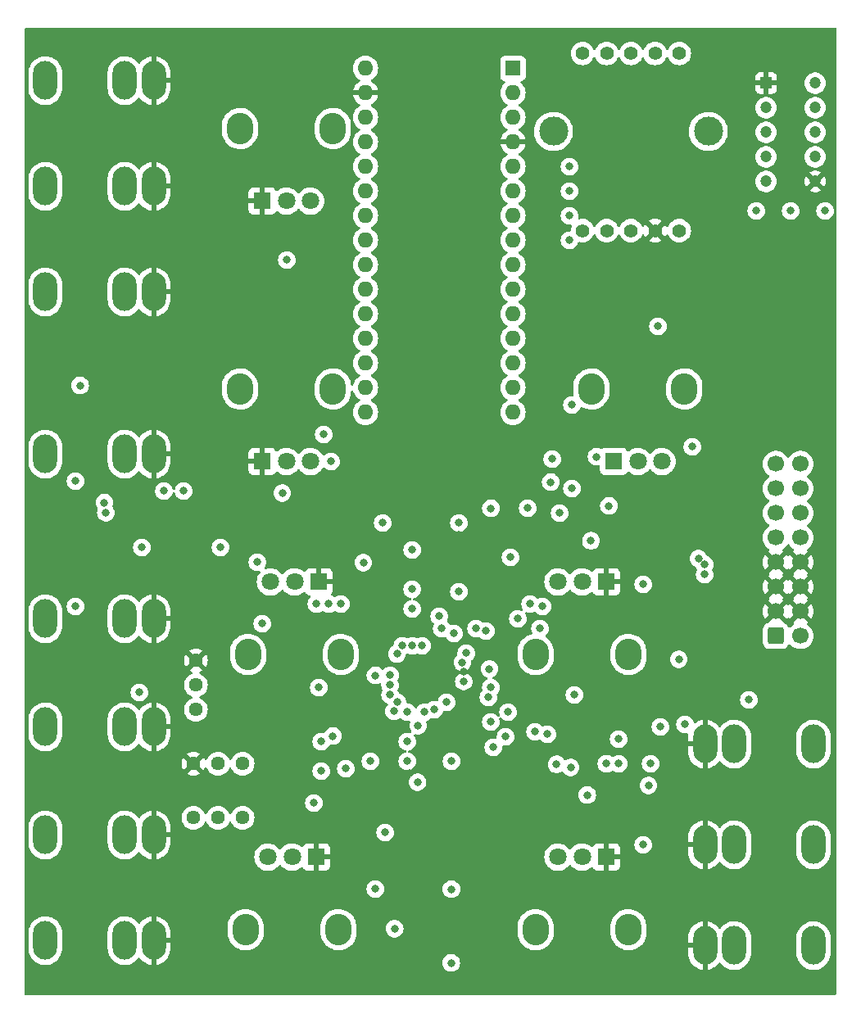
<source format=gbr>
%TF.GenerationSoftware,KiCad,Pcbnew,7.0.2*%
%TF.CreationDate,2023-05-23T13:36:19-04:00*%
%TF.ProjectId,SSI2130_Oscillator,53534932-3133-4305-9f4f-7363696c6c61,rev?*%
%TF.SameCoordinates,Original*%
%TF.FileFunction,Copper,L3,Inr*%
%TF.FilePolarity,Positive*%
%FSLAX46Y46*%
G04 Gerber Fmt 4.6, Leading zero omitted, Abs format (unit mm)*
G04 Created by KiCad (PCBNEW 7.0.2) date 2023-05-23 13:36:19*
%MOMM*%
%LPD*%
G01*
G04 APERTURE LIST*
G04 Aperture macros list*
%AMRoundRect*
0 Rectangle with rounded corners*
0 $1 Rounding radius*
0 $2 $3 $4 $5 $6 $7 $8 $9 X,Y pos of 4 corners*
0 Add a 4 corners polygon primitive as box body*
4,1,4,$2,$3,$4,$5,$6,$7,$8,$9,$2,$3,0*
0 Add four circle primitives for the rounded corners*
1,1,$1+$1,$2,$3*
1,1,$1+$1,$4,$5*
1,1,$1+$1,$6,$7*
1,1,$1+$1,$8,$9*
0 Add four rect primitives between the rounded corners*
20,1,$1+$1,$2,$3,$4,$5,0*
20,1,$1+$1,$4,$5,$6,$7,0*
20,1,$1+$1,$6,$7,$8,$9,0*
20,1,$1+$1,$8,$9,$2,$3,0*%
G04 Aperture macros list end*
%TA.AperFunction,ComponentPad*%
%ADD10R,1.600000X1.600000*%
%TD*%
%TA.AperFunction,ComponentPad*%
%ADD11O,1.600000X1.600000*%
%TD*%
%TA.AperFunction,ComponentPad*%
%ADD12R,1.200000X1.200000*%
%TD*%
%TA.AperFunction,ComponentPad*%
%ADD13C,1.200000*%
%TD*%
%TA.AperFunction,ComponentPad*%
%ADD14O,2.500000X4.000000*%
%TD*%
%TA.AperFunction,ComponentPad*%
%ADD15C,1.440000*%
%TD*%
%TA.AperFunction,ComponentPad*%
%ADD16O,2.720000X3.240000*%
%TD*%
%TA.AperFunction,ComponentPad*%
%ADD17C,1.800000*%
%TD*%
%TA.AperFunction,ComponentPad*%
%ADD18R,1.800000X1.800000*%
%TD*%
%TA.AperFunction,ComponentPad*%
%ADD19C,1.400000*%
%TD*%
%TA.AperFunction,ComponentPad*%
%ADD20C,3.000000*%
%TD*%
%TA.AperFunction,ComponentPad*%
%ADD21RoundRect,0.250000X-0.600000X-0.600000X0.600000X-0.600000X0.600000X0.600000X-0.600000X0.600000X0*%
%TD*%
%TA.AperFunction,ComponentPad*%
%ADD22C,1.700000*%
%TD*%
%TA.AperFunction,ViaPad*%
%ADD23C,0.800000*%
%TD*%
%TA.AperFunction,ViaPad*%
%ADD24C,1.000000*%
%TD*%
G04 APERTURE END LIST*
D10*
%TO.N,Net-(A1-Pad1)*%
%TO.C,A1*%
X80518000Y-29210000D03*
D11*
%TO.N,Net-(A1-Pad17)*%
X65278000Y-62230000D03*
%TO.N,Net-(A1-Pad2)*%
X80518000Y-31750000D03*
%TO.N,Net-(A1-Pad18)*%
X65278000Y-59690000D03*
%TO.N,Net-(A1-Pad3)*%
X80518000Y-34290000D03*
%TO.N,Net-(A1-Pad19)*%
X65278000Y-57150000D03*
%TO.N,GND*%
X80518000Y-36830000D03*
%TO.N,Net-(A1-Pad20)*%
X65278000Y-54610000D03*
%TO.N,Net-(A1-Pad5)*%
X80518000Y-39370000D03*
%TO.N,Net-(A1-Pad21)*%
X65278000Y-52070000D03*
%TO.N,Net-(A1-Pad6)*%
X80518000Y-41910000D03*
%TO.N,Net-(A1-Pad22)*%
X65278000Y-49530000D03*
%TO.N,Net-(A1-Pad7)*%
X80518000Y-44450000D03*
%TO.N,Net-(A1-Pad23)*%
X65278000Y-46990000D03*
%TO.N,Net-(A1-Pad8)*%
X80518000Y-46990000D03*
%TO.N,Net-(A1-Pad24)*%
X65278000Y-44450000D03*
%TO.N,Net-(A1-Pad9)*%
X80518000Y-49530000D03*
%TO.N,Net-(A1-Pad25)*%
X65278000Y-41910000D03*
%TO.N,Net-(A1-Pad10)*%
X80518000Y-52070000D03*
%TO.N,Net-(A1-Pad26)*%
X65278000Y-39370000D03*
%TO.N,Net-(A1-Pad11)*%
X80518000Y-54610000D03*
%TO.N,Net-(A1-Pad27)*%
X65278000Y-36830000D03*
%TO.N,Net-(A1-Pad12)*%
X80518000Y-57150000D03*
%TO.N,Net-(A1-Pad28)*%
X65278000Y-34290000D03*
%TO.N,Net-(A1-Pad13)*%
X80518000Y-59690000D03*
%TO.N,GND*%
X65278000Y-31750000D03*
%TO.N,Net-(A1-Pad14)*%
X80518000Y-62230000D03*
%TO.N,ARDUINOPOWER*%
X65278000Y-29210000D03*
%TO.N,Net-(A1-Pad15)*%
X80518000Y-64770000D03*
%TO.N,Net-(A1-Pad16)*%
X65278000Y-64770000D03*
%TD*%
D12*
%TO.N,GND*%
%TO.C,DS1*%
X106680000Y-30734000D03*
D13*
%TO.N,F*%
X106680000Y-33274000D03*
%TO.N,G*%
X106680000Y-35814000D03*
%TO.N,E*%
X106680000Y-38354000D03*
%TO.N,D*%
X106680000Y-40894000D03*
%TO.N,GND*%
X111760000Y-40894000D03*
%TO.N,DP*%
X111760000Y-38354000D03*
%TO.N,C*%
X111760000Y-35814000D03*
%TO.N,B*%
X111760000Y-33274000D03*
%TO.N,A*%
X111760000Y-30734000D03*
%TD*%
D14*
%TO.N,Net-(J2-Pad3)*%
%TO.C,J2*%
X32186000Y-119380000D03*
%TO.N,Net-(J2-Pad2)*%
X40386000Y-119380000D03*
%TO.N,GND*%
X43386000Y-119380000D03*
%TD*%
%TO.N,Net-(J3-Pad3)*%
%TO.C,J3*%
X32186000Y-69088000D03*
%TO.N,Net-(J3-Pad2)*%
X40386000Y-69088000D03*
%TO.N,GND*%
X43386000Y-69088000D03*
%TD*%
%TO.N,GND*%
%TO.C,J4*%
X43386000Y-86106000D03*
%TO.N,Net-(J4-Pad2)*%
X40386000Y-86106000D03*
%TO.N,Net-(J4-Pad3)*%
X32186000Y-86106000D03*
%TD*%
%TO.N,GND*%
%TO.C,J5*%
X43386000Y-108458000D03*
%TO.N,Net-(C1-Pad1)*%
X40386000Y-108458000D03*
%TO.N,Net-(J5-Pad3)*%
X32186000Y-108458000D03*
%TD*%
%TO.N,Net-(C1-Pad2)*%
%TO.C,J6*%
X32186000Y-97282000D03*
%TO.N,Net-(J6-Pad2)*%
X40386000Y-97282000D03*
%TO.N,GND*%
X43386000Y-97282000D03*
%TD*%
%TO.N,GND*%
%TO.C,J7*%
X100378000Y-109474000D03*
%TO.N,Net-(J7-Pad2)*%
X103378000Y-109474000D03*
%TO.N,SIN_OUT*%
X111578000Y-109474000D03*
%TD*%
%TO.N,SQUARE_OUT*%
%TO.C,J8*%
X111578000Y-99060000D03*
%TO.N,Net-(J8-Pad2)*%
X103378000Y-99060000D03*
%TO.N,GND*%
X100378000Y-99060000D03*
%TD*%
%TO.N,GND*%
%TO.C,J9*%
X100378000Y-119888000D03*
%TO.N,Net-(J9-Pad2)*%
X103378000Y-119888000D03*
%TO.N,MIX_OUT*%
X111578000Y-119888000D03*
%TD*%
%TO.N,Net-(J10-Pad3)*%
%TO.C,J10*%
X32186000Y-41402000D03*
%TO.N,Net-(J10-Pad2)*%
X40386000Y-41402000D03*
%TO.N,GND*%
X43386000Y-41402000D03*
%TD*%
%TO.N,Net-(J11-Pad3)*%
%TO.C,J11*%
X32186000Y-52324000D03*
%TO.N,Net-(J11-Pad2)*%
X40386000Y-52324000D03*
%TO.N,GND*%
X43386000Y-52324000D03*
%TD*%
%TO.N,GND*%
%TO.C,J12*%
X43386000Y-30480000D03*
%TO.N,Net-(J12-Pad2)*%
X40386000Y-30480000D03*
%TO.N,Net-(J12-Pad3)*%
X32186000Y-30480000D03*
%TD*%
D15*
%TO.N,VREF*%
%TO.C,RV1*%
X52578000Y-101092000D03*
%TO.N,Net-(R43-Pad1)*%
X50038000Y-101092000D03*
%TO.N,GND*%
X47498000Y-101092000D03*
%TD*%
%TO.N,Net-(R45-Pad2)*%
%TO.C,RV2*%
X47498000Y-106680000D03*
X50038000Y-106680000D03*
%TO.N,Net-(RV2-Pad1)*%
X52578000Y-106680000D03*
%TD*%
%TO.N,GND*%
%TO.C,RV3*%
X47752000Y-90424000D03*
%TO.N,HFTRIM*%
X47752000Y-92964000D03*
%TO.N,Net-(RV3-Pad3)*%
X47752000Y-95504000D03*
%TD*%
D16*
%TO.N,*%
%TO.C,RV4*%
X62498000Y-118244000D03*
X52898000Y-118244000D03*
D17*
%TO.N,Net-(J2-Pad3)*%
X55198000Y-110744000D03*
%TO.N,PWM_CV*%
X57698000Y-110744000D03*
D18*
%TO.N,GND*%
X60198000Y-110744000D03*
%TD*%
%TO.N,GND*%
%TO.C,RV5*%
X90170000Y-110744000D03*
D17*
%TO.N,PWM_OFFSET*%
X87670000Y-110744000D03*
%TO.N,+5V*%
X85170000Y-110744000D03*
D16*
%TO.N,*%
X82870000Y-118244000D03*
X92470000Y-118244000D03*
%TD*%
%TO.N,*%
%TO.C,RV6*%
X52310000Y-62350000D03*
X61910000Y-62350000D03*
D17*
%TO.N,Net-(J3-Pad3)*%
X59610000Y-69850000D03*
%TO.N,MIX_CV*%
X57110000Y-69850000D03*
D18*
%TO.N,GND*%
X54610000Y-69850000D03*
%TD*%
%TO.N,-5V*%
%TO.C,RV7*%
X90932000Y-69850000D03*
D17*
%TO.N,MIX_OFFSET*%
X93432000Y-69850000D03*
%TO.N,+5V*%
X95932000Y-69850000D03*
D16*
%TO.N,*%
X98232000Y-62350000D03*
X88632000Y-62350000D03*
%TD*%
D18*
%TO.N,GND*%
%TO.C,RV8*%
X60452000Y-82296000D03*
D17*
%TO.N,Net-(RV8-Pad2)*%
X57952000Y-82296000D03*
%TO.N,Net-(J4-Pad3)*%
X55452000Y-82296000D03*
D16*
%TO.N,*%
X53152000Y-89796000D03*
X62752000Y-89796000D03*
%TD*%
%TO.N,*%
%TO.C,RV9*%
X92470000Y-89796000D03*
X82870000Y-89796000D03*
D17*
%TO.N,Net-(J5-Pad3)*%
X85170000Y-82296000D03*
%TO.N,TZFM_TZPM_IN*%
X87670000Y-82296000D03*
D18*
%TO.N,GND*%
X90170000Y-82296000D03*
%TD*%
%TO.N,GND*%
%TO.C,RV11*%
X54610000Y-42926000D03*
D17*
%TO.N,CENTER_PITCH*%
X57110000Y-42926000D03*
%TO.N,+5V*%
X59610000Y-42926000D03*
D16*
%TO.N,*%
X61910000Y-35426000D03*
X52310000Y-35426000D03*
%TD*%
D19*
%TO.N,OCTAVE_SHIFT*%
%TO.C,S1*%
X97710000Y-45980000D03*
%TO.N,GND*%
X95210000Y-45980000D03*
%TO.N,Net-(R82-Pad1)*%
X92710000Y-45980000D03*
%TO.N,Net-(R79-Pad1)*%
X90210000Y-45980000D03*
%TO.N,Net-(R77-Pad1)*%
X87710000Y-45980000D03*
%TO.N,Net-(R68-Pad1)*%
X87710000Y-27680000D03*
%TO.N,+5V*%
X90210000Y-27680000D03*
%TO.N,Net-(S1-Pad8)*%
X92710000Y-27680000D03*
%TO.N,Net-(S1-Pad9)*%
X95210000Y-27680000D03*
%TO.N,Net-(S1-Pad10)*%
X97710000Y-27680000D03*
D20*
%TO.N,Net-(S1-PadMH1)*%
X84710000Y-35730000D03*
%TO.N,Net-(S1-PadMH2)*%
X100710000Y-35730000D03*
%TD*%
D21*
%TO.N,Net-(D3-Pad1)*%
%TO.C,J1*%
X107696000Y-87884000D03*
D22*
%TO.N,GND*%
X107696000Y-85344000D03*
X107696000Y-82804000D03*
X107696000Y-80264000D03*
%TO.N,Net-(D2-Pad2)*%
X107696000Y-77724000D03*
%TO.N,Net-(D1-Pad2)*%
X107696000Y-75184000D03*
%TO.N,Net-(J1-Pad13)*%
X107696000Y-72644000D03*
%TO.N,Net-(J1-Pad15)*%
X107696000Y-70104000D03*
%TO.N,Net-(D3-Pad1)*%
X110236000Y-87884000D03*
%TO.N,GND*%
X110236000Y-85344000D03*
X110236000Y-82804000D03*
X110236000Y-80264000D03*
%TO.N,Net-(D2-Pad2)*%
X110236000Y-77724000D03*
%TO.N,Net-(D1-Pad2)*%
X110236000Y-75184000D03*
%TO.N,Net-(J1-Pad14)*%
X110236000Y-72644000D03*
%TO.N,Net-(J1-Pad16)*%
X110236000Y-70104000D03*
%TD*%
D23*
%TO.N,GND*%
X73660000Y-89662000D03*
X37338000Y-41656000D03*
X37338000Y-53848000D03*
X37338000Y-61976000D03*
X38100000Y-78740000D03*
X52307500Y-77486500D03*
X46228000Y-77470000D03*
X40640000Y-77470000D03*
X65363807Y-75015807D03*
X71120000Y-77470000D03*
X74930000Y-77470000D03*
X85059000Y-78009000D03*
X69850000Y-102108000D03*
X65024000Y-102108000D03*
X75070000Y-101740000D03*
X77470000Y-113030000D03*
D24*
X45672000Y-88392000D03*
D23*
X63294258Y-92250258D03*
X82550000Y-70866000D03*
X90678000Y-99822000D03*
X96897500Y-100206500D03*
X84074000Y-103632000D03*
X95758000Y-102362000D03*
X78245000Y-101587000D03*
X81534000Y-92710000D03*
X57531000Y-104775000D03*
X75465326Y-91601306D03*
X75438000Y-94234000D03*
X79502000Y-88646000D03*
X107442000Y-46990000D03*
X110998000Y-46990000D03*
X103356000Y-87144000D03*
X96520000Y-74422000D03*
X69088000Y-113030000D03*
X76200000Y-118110000D03*
X70384000Y-121386000D03*
X76200000Y-116840000D03*
X76200000Y-119380000D03*
%TO.N,ARDUINOPOWER*%
X99060000Y-68326000D03*
%TO.N,+12V*%
X42164000Y-78740000D03*
X67056000Y-76200000D03*
X88581000Y-78043000D03*
X65786000Y-100838000D03*
X86487000Y-101473000D03*
X74142000Y-121692000D03*
X100330000Y-80516000D03*
X99696000Y-79882000D03*
X100330000Y-81534000D03*
%TO.N,-12V*%
X50292000Y-78740000D03*
X74930000Y-76200000D03*
X84424000Y-71978000D03*
X74168000Y-100838000D03*
X94742000Y-101092000D03*
X97663000Y-90297000D03*
X93980000Y-82550000D03*
X68295000Y-118141000D03*
%TO.N,Net-(C7-Pad1)*%
X82042000Y-74676000D03*
X78245010Y-74689010D03*
%TO.N,TIME_REVERSE*%
X75692000Y-89666000D03*
X77724000Y-87376000D03*
X83566000Y-84836000D03*
X90434500Y-74432500D03*
%TO.N,+5V*%
X74155000Y-114059000D03*
X86614000Y-64008000D03*
X82296000Y-84582000D03*
X78092000Y-91300000D03*
X86868000Y-93980000D03*
X90174653Y-101087347D03*
X70104000Y-78994000D03*
X71374000Y-95758000D03*
X74930000Y-83312000D03*
%TO.N,-5V*%
X68533299Y-89732051D03*
X66294000Y-114046000D03*
X81026000Y-86106000D03*
X73152000Y-87122000D03*
X66305675Y-91959675D03*
X67310000Y-108204000D03*
X93980000Y-109474000D03*
X35306000Y-84836000D03*
X83312000Y-87122000D03*
%TO.N,Net-(C20-Pad2)*%
X61722000Y-69850000D03*
X65060990Y-80300990D03*
X89154000Y-69349999D03*
X84582000Y-69596000D03*
%TO.N,Net-(C21-Pad1)*%
X60960000Y-67056000D03*
X70104000Y-83058000D03*
X75298298Y-90615352D03*
X76708000Y-87122000D03*
%TO.N,Net-(C23-Pad1)*%
X35788000Y-62002000D03*
X70104000Y-85090000D03*
%TO.N,Net-(C35-Pad1)*%
X38443990Y-75145990D03*
X46482000Y-72898000D03*
%TO.N,PWM+*%
X68223953Y-95677990D03*
X79756000Y-98298000D03*
X69596000Y-98806000D03*
X70656282Y-103001340D03*
X69596000Y-100838000D03*
%TO.N,SQO*%
X91440000Y-101092000D03*
X91440000Y-98552000D03*
%TO.N,MIXO*%
X94526010Y-103339990D03*
X80010000Y-95758000D03*
%TO.N,Net-(D13-Pad2)*%
X112776000Y-43942000D03*
%TO.N,Net-(D14-Pad2)*%
X109220000Y-43942000D03*
%TO.N,Net-(D15-Pad2)*%
X105664000Y-43942000D03*
%TO.N,DP*%
X86360000Y-46990000D03*
%TO.N,C*%
X86360000Y-44450000D03*
%TO.N,B*%
X86360000Y-41910000D03*
%TO.N,A*%
X86360000Y-39370000D03*
%TO.N,Net-(J5-Pad3)*%
X54610000Y-86614000D03*
X41910000Y-93726000D03*
%TO.N,Net-(J12-Pad3)*%
X60706000Y-98806000D03*
%TO.N,VREF*%
X88203000Y-104329000D03*
X85028000Y-101154000D03*
%TO.N,Net-(R16-Pad2)*%
X86614000Y-72644000D03*
X85344000Y-75184000D03*
%TO.N,LIN_FREQ*%
X75433371Y-92600798D03*
X74422000Y-87630000D03*
X72898000Y-85852000D03*
X80264000Y-79756000D03*
%TO.N,TRI_MIX*%
X69088000Y-88900000D03*
X60198000Y-84582000D03*
%TO.N,PULSE_MIX*%
X71120000Y-88900000D03*
X62738000Y-84582000D03*
%TO.N,SAW_MIX*%
X70104000Y-88900000D03*
X61468000Y-84582000D03*
%TO.N,TRO*%
X68580000Y-94742000D03*
X69596000Y-95758000D03*
X63246000Y-101600000D03*
%TO.N,Net-(R47-Pad2)*%
X67818000Y-93980000D03*
X59944000Y-105156000D03*
%TO.N,Net-(R51-Pad2)*%
X72393024Y-95500976D03*
X77978000Y-94234000D03*
%TO.N,Net-(R52-Pad2)*%
X67818000Y-92964000D03*
X60706000Y-101854000D03*
%TO.N,Net-(R55-Pad2)*%
X82799347Y-97794653D03*
X70725975Y-97168025D03*
%TO.N,SINO*%
X73660000Y-94742000D03*
X84074000Y-98044000D03*
%TO.N,Net-(RV2-Pad1)*%
X78232000Y-93218000D03*
X78486000Y-99387999D03*
X78232000Y-96774000D03*
%TO.N,Net-(RV3-Pad3)*%
X67818000Y-91948000D03*
X60452000Y-93218000D03*
%TO.N,Net-(RV8-Pad2)*%
X61907142Y-98229142D03*
%TO.N,Net-(D10-Pad2)*%
X35306000Y-71882000D03*
X54102000Y-80264000D03*
%TO.N,Net-(D9-Pad2)*%
X38291000Y-74105000D03*
X44450000Y-72898000D03*
%TO.N,TUNER_SIGNAL*%
X98298000Y-97028000D03*
X95758000Y-97282000D03*
X95504000Y-55880000D03*
X104902000Y-94488000D03*
%TO.N,VOLT_PER_OCTAVE*%
X57150000Y-49022000D03*
X56677001Y-73116999D03*
%TD*%
%TA.AperFunction,Conductor*%
%TO.N,GND*%
G36*
X109776507Y-85553844D02*
G01*
X109854239Y-85674798D01*
X109962900Y-85768952D01*
X110093685Y-85828680D01*
X110108412Y-85830797D01*
X109470310Y-86468899D01*
X109490697Y-86484767D01*
X109524206Y-86502901D01*
X109574597Y-86552914D01*
X109589949Y-86622231D01*
X109565388Y-86688844D01*
X109524207Y-86724528D01*
X109490423Y-86742811D01*
X109312762Y-86881091D01*
X109199484Y-87004143D01*
X109138631Y-87040714D01*
X109067666Y-87038579D01*
X109009121Y-86998417D01*
X108993692Y-86970306D01*
X108988116Y-86961266D01*
X108988115Y-86961262D01*
X108895030Y-86810348D01*
X108895028Y-86810346D01*
X108895027Y-86810344D01*
X108769655Y-86684972D01*
X108701514Y-86642942D01*
X108618738Y-86591885D01*
X108549511Y-86568946D01*
X108491141Y-86528533D01*
X108469661Y-86476870D01*
X107823588Y-85830797D01*
X107838315Y-85828680D01*
X107969100Y-85768952D01*
X108077761Y-85674798D01*
X108155493Y-85553844D01*
X108180360Y-85469150D01*
X108819076Y-86107866D01*
X108860516Y-86044439D01*
X108914520Y-85998351D01*
X108984868Y-85988776D01*
X109049225Y-86018754D01*
X109071482Y-86044439D01*
X109112921Y-86107866D01*
X109112923Y-86107866D01*
X109751638Y-85469150D01*
X109776507Y-85553844D01*
G37*
%TD.AperFunction*%
%TA.AperFunction,Conductor*%
G36*
X109776507Y-83013844D02*
G01*
X109854239Y-83134798D01*
X109962900Y-83228952D01*
X110093685Y-83288680D01*
X110108412Y-83290797D01*
X109470310Y-83928899D01*
X109490699Y-83944768D01*
X109524733Y-83963187D01*
X109575123Y-84013200D01*
X109590475Y-84082517D01*
X109565914Y-84149130D01*
X109524733Y-84184813D01*
X109490702Y-84203229D01*
X109470310Y-84219099D01*
X110108411Y-84857202D01*
X110093685Y-84859320D01*
X109962900Y-84919048D01*
X109854239Y-85013202D01*
X109776507Y-85134156D01*
X109751638Y-85218849D01*
X109112922Y-84580132D01*
X109112921Y-84580132D01*
X109071482Y-84643560D01*
X109017478Y-84689648D01*
X108947130Y-84699223D01*
X108882773Y-84669245D01*
X108860516Y-84643560D01*
X108819075Y-84580132D01*
X108180360Y-85218846D01*
X108155493Y-85134156D01*
X108077761Y-85013202D01*
X107969100Y-84919048D01*
X107838315Y-84859320D01*
X107823587Y-84857202D01*
X108461689Y-84219100D01*
X108461688Y-84219099D01*
X108441302Y-84203232D01*
X108407265Y-84184812D01*
X108356875Y-84134798D01*
X108341524Y-84065481D01*
X108366086Y-83998868D01*
X108407268Y-83963184D01*
X108441306Y-83944763D01*
X108461688Y-83928899D01*
X108461689Y-83928898D01*
X107823588Y-83290797D01*
X107838315Y-83288680D01*
X107969100Y-83228952D01*
X108077761Y-83134798D01*
X108155493Y-83013844D01*
X108180360Y-82929151D01*
X108819076Y-83567867D01*
X108860516Y-83504439D01*
X108914520Y-83458351D01*
X108984868Y-83448776D01*
X109049225Y-83478754D01*
X109071482Y-83504439D01*
X109112921Y-83567866D01*
X109112923Y-83567866D01*
X109751638Y-82929150D01*
X109776507Y-83013844D01*
G37*
%TD.AperFunction*%
%TA.AperFunction,Conductor*%
G36*
X109776507Y-80473844D02*
G01*
X109854239Y-80594798D01*
X109962900Y-80688952D01*
X110093685Y-80748680D01*
X110108412Y-80750797D01*
X109470310Y-81388899D01*
X109490699Y-81404768D01*
X109524733Y-81423187D01*
X109575123Y-81473200D01*
X109590475Y-81542517D01*
X109565914Y-81609130D01*
X109524733Y-81644813D01*
X109490702Y-81663229D01*
X109470310Y-81679099D01*
X109470310Y-81679101D01*
X110108411Y-82317202D01*
X110093685Y-82319320D01*
X109962900Y-82379048D01*
X109854239Y-82473202D01*
X109776507Y-82594156D01*
X109751638Y-82678849D01*
X109112922Y-82040132D01*
X109112921Y-82040132D01*
X109071482Y-82103560D01*
X109017478Y-82149648D01*
X108947130Y-82159223D01*
X108882773Y-82129245D01*
X108860516Y-82103560D01*
X108819076Y-82040132D01*
X108180360Y-82678847D01*
X108155493Y-82594156D01*
X108077761Y-82473202D01*
X107969100Y-82379048D01*
X107838315Y-82319320D01*
X107823587Y-82317202D01*
X108461689Y-81679100D01*
X108461688Y-81679099D01*
X108441302Y-81663232D01*
X108407265Y-81644812D01*
X108356875Y-81594798D01*
X108341524Y-81525481D01*
X108366086Y-81458868D01*
X108407268Y-81423184D01*
X108441306Y-81404763D01*
X108461688Y-81388899D01*
X108461689Y-81388898D01*
X107823588Y-80750797D01*
X107838315Y-80748680D01*
X107969100Y-80688952D01*
X108077761Y-80594798D01*
X108155493Y-80473844D01*
X108180360Y-80389151D01*
X108819076Y-81027867D01*
X108860516Y-80964439D01*
X108914520Y-80918351D01*
X108984868Y-80908776D01*
X109049225Y-80938754D01*
X109071482Y-80964439D01*
X109112921Y-81027866D01*
X109112923Y-81027866D01*
X109751638Y-80389150D01*
X109776507Y-80473844D01*
G37*
%TD.AperFunction*%
%TA.AperFunction,Conductor*%
G36*
X109049226Y-78399670D02*
G01*
X109071480Y-78425353D01*
X109092193Y-78457056D01*
X109160278Y-78561268D01*
X109312762Y-78726908D01*
X109490422Y-78865188D01*
X109490424Y-78865189D01*
X109524205Y-78883470D01*
X109574596Y-78933482D01*
X109589949Y-79002799D01*
X109565389Y-79069413D01*
X109524208Y-79105097D01*
X109490700Y-79123230D01*
X109470310Y-79139099D01*
X109470310Y-79139101D01*
X110108411Y-79777202D01*
X110093685Y-79779320D01*
X109962900Y-79839048D01*
X109854239Y-79933202D01*
X109776507Y-80054156D01*
X109751638Y-80138849D01*
X109112922Y-79500132D01*
X109112921Y-79500132D01*
X109071482Y-79563560D01*
X109017478Y-79609648D01*
X108947130Y-79619223D01*
X108882773Y-79589245D01*
X108860516Y-79563560D01*
X108819076Y-79500132D01*
X108180360Y-80138847D01*
X108155493Y-80054156D01*
X108077761Y-79933202D01*
X107969100Y-79839048D01*
X107838315Y-79779320D01*
X107823587Y-79777202D01*
X108461689Y-79139100D01*
X108461688Y-79139099D01*
X108441300Y-79123230D01*
X108407792Y-79105097D01*
X108357402Y-79055084D01*
X108342050Y-78985767D01*
X108366611Y-78919154D01*
X108407790Y-78883472D01*
X108441576Y-78865189D01*
X108619240Y-78726906D01*
X108771722Y-78561268D01*
X108860518Y-78425354D01*
X108914521Y-78379268D01*
X108984869Y-78369693D01*
X109049226Y-78399670D01*
G37*
%TD.AperFunction*%
%TA.AperFunction,Conductor*%
G36*
X113916621Y-25045502D02*
G01*
X113963114Y-25099158D01*
X113974500Y-25151500D01*
X113974500Y-124848500D01*
X113954498Y-124916621D01*
X113900842Y-124963114D01*
X113848500Y-124974500D01*
X30151500Y-124974500D01*
X30083379Y-124954498D01*
X30036886Y-124900842D01*
X30025500Y-124848500D01*
X30025500Y-120195800D01*
X30427500Y-120195800D01*
X30427674Y-120198128D01*
X30427675Y-120198142D01*
X30442265Y-120392827D01*
X30500913Y-120649781D01*
X30568978Y-120823206D01*
X30597204Y-120895124D01*
X30728985Y-121123376D01*
X30893314Y-121329438D01*
X31086519Y-121508706D01*
X31304284Y-121657176D01*
X31394459Y-121700602D01*
X31541745Y-121771532D01*
X31597913Y-121788857D01*
X31793600Y-121849218D01*
X32054219Y-121888500D01*
X32054221Y-121888500D01*
X32317779Y-121888500D01*
X32317781Y-121888500D01*
X32578400Y-121849218D01*
X32830254Y-121771532D01*
X33067715Y-121657176D01*
X33285481Y-121508706D01*
X33478686Y-121329438D01*
X33643015Y-121123376D01*
X33774796Y-120895124D01*
X33871087Y-120649780D01*
X33929735Y-120392826D01*
X33944500Y-120195800D01*
X38627500Y-120195800D01*
X38627674Y-120198128D01*
X38627675Y-120198142D01*
X38642265Y-120392827D01*
X38700913Y-120649781D01*
X38768978Y-120823206D01*
X38797204Y-120895124D01*
X38928985Y-121123376D01*
X39093314Y-121329438D01*
X39286519Y-121508706D01*
X39504284Y-121657176D01*
X39594459Y-121700602D01*
X39741745Y-121771532D01*
X39797913Y-121788857D01*
X39993600Y-121849218D01*
X40254219Y-121888500D01*
X40254221Y-121888500D01*
X40517779Y-121888500D01*
X40517781Y-121888500D01*
X40778400Y-121849218D01*
X41030254Y-121771532D01*
X41267715Y-121657176D01*
X41485481Y-121508706D01*
X41678686Y-121329438D01*
X41787808Y-121192602D01*
X41845919Y-121151815D01*
X41916856Y-121148918D01*
X41978098Y-121184834D01*
X41984830Y-121192602D01*
X42093680Y-121329095D01*
X42286834Y-121508317D01*
X42504534Y-121656741D01*
X42741928Y-121771065D01*
X42993707Y-121848728D01*
X43132000Y-121869572D01*
X43132000Y-120138683D01*
X43206857Y-120164877D01*
X43341074Y-120180000D01*
X43430926Y-120180000D01*
X43565143Y-120164877D01*
X43640000Y-120138683D01*
X43640000Y-121869572D01*
X43778292Y-121848728D01*
X44030071Y-121771065D01*
X44194250Y-121692000D01*
X73228496Y-121692000D01*
X73248458Y-121881929D01*
X73307472Y-122063556D01*
X73402958Y-122228942D01*
X73518017Y-122356728D01*
X73530747Y-122370866D01*
X73685248Y-122483118D01*
X73859712Y-122560794D01*
X74046513Y-122600500D01*
X74046515Y-122600500D01*
X74237485Y-122600500D01*
X74237487Y-122600500D01*
X74424288Y-122560794D01*
X74598752Y-122483118D01*
X74753253Y-122370866D01*
X74881040Y-122228944D01*
X74976527Y-122063556D01*
X75035542Y-121881928D01*
X75055504Y-121692000D01*
X75035542Y-121502072D01*
X75003321Y-121402907D01*
X74976527Y-121320443D01*
X74881041Y-121155057D01*
X74753252Y-121013133D01*
X74598753Y-120900883D01*
X74598752Y-120900882D01*
X74424288Y-120823206D01*
X74237487Y-120783500D01*
X74046513Y-120783500D01*
X73921978Y-120809970D01*
X73859711Y-120823206D01*
X73685246Y-120900883D01*
X73530747Y-121013133D01*
X73402958Y-121155057D01*
X73307472Y-121320443D01*
X73248458Y-121502070D01*
X73228496Y-121692000D01*
X44194250Y-121692000D01*
X44267465Y-121656741D01*
X44485165Y-121508317D01*
X44678319Y-121329095D01*
X44842602Y-121123090D01*
X44974344Y-120894907D01*
X45050277Y-120701435D01*
X98620000Y-120701435D01*
X98620175Y-120706130D01*
X98634760Y-120900751D01*
X98693392Y-121157634D01*
X98789655Y-121402907D01*
X98921397Y-121631090D01*
X99085680Y-121837095D01*
X99278834Y-122016317D01*
X99496534Y-122164741D01*
X99733928Y-122279065D01*
X99985707Y-122356728D01*
X100124000Y-122377572D01*
X100124000Y-120646683D01*
X100198857Y-120672877D01*
X100333074Y-120688000D01*
X100422926Y-120688000D01*
X100557143Y-120672877D01*
X100632000Y-120646683D01*
X100632000Y-122377572D01*
X100770292Y-122356728D01*
X101022071Y-122279065D01*
X101259465Y-122164741D01*
X101477165Y-122016317D01*
X101670322Y-121837093D01*
X101779169Y-121700603D01*
X101837280Y-121659815D01*
X101908217Y-121656918D01*
X101969459Y-121692834D01*
X101976189Y-121700600D01*
X102085314Y-121837438D01*
X102278519Y-122016706D01*
X102496284Y-122165176D01*
X102619388Y-122224460D01*
X102733745Y-122279532D01*
X102789913Y-122296857D01*
X102985600Y-122357218D01*
X103246219Y-122396500D01*
X103246221Y-122396500D01*
X103509779Y-122396500D01*
X103509781Y-122396500D01*
X103770400Y-122357218D01*
X104022254Y-122279532D01*
X104259715Y-122165176D01*
X104477481Y-122016706D01*
X104670686Y-121837438D01*
X104835015Y-121631376D01*
X104966796Y-121403124D01*
X105063087Y-121157780D01*
X105121735Y-120900826D01*
X105136500Y-120703800D01*
X109819500Y-120703800D01*
X109819674Y-120706128D01*
X109819675Y-120706142D01*
X109834265Y-120900827D01*
X109892913Y-121157781D01*
X109960283Y-121329434D01*
X109989204Y-121403124D01*
X110120985Y-121631376D01*
X110285314Y-121837438D01*
X110478519Y-122016706D01*
X110696284Y-122165176D01*
X110819388Y-122224460D01*
X110933745Y-122279532D01*
X110989913Y-122296857D01*
X111185600Y-122357218D01*
X111446219Y-122396500D01*
X111446221Y-122396500D01*
X111709779Y-122396500D01*
X111709781Y-122396500D01*
X111970400Y-122357218D01*
X112222254Y-122279532D01*
X112459715Y-122165176D01*
X112677481Y-122016706D01*
X112870686Y-121837438D01*
X113035015Y-121631376D01*
X113166796Y-121403124D01*
X113263087Y-121157780D01*
X113321735Y-120900826D01*
X113336500Y-120703800D01*
X113336500Y-119072200D01*
X113321735Y-118875174D01*
X113263087Y-118618220D01*
X113166796Y-118372876D01*
X113035015Y-118144624D01*
X112870686Y-117938562D01*
X112677481Y-117759294D01*
X112677477Y-117759291D01*
X112677476Y-117759290D01*
X112459716Y-117610824D01*
X112222254Y-117496467D01*
X112040159Y-117440299D01*
X111970400Y-117418782D01*
X111709781Y-117379500D01*
X111446219Y-117379500D01*
X111185600Y-117418782D01*
X111185596Y-117418783D01*
X111185597Y-117418783D01*
X110933748Y-117496467D01*
X110696282Y-117610825D01*
X110478522Y-117759291D01*
X110285313Y-117938563D01*
X110229373Y-118008709D01*
X110143665Y-118116185D01*
X110120983Y-118144627D01*
X109989204Y-118372875D01*
X109892913Y-118618218D01*
X109834265Y-118875172D01*
X109819675Y-119069857D01*
X109819675Y-119069869D01*
X109819500Y-119072200D01*
X109819500Y-120703800D01*
X105136500Y-120703800D01*
X105136500Y-119072200D01*
X105121735Y-118875174D01*
X105063087Y-118618220D01*
X104966796Y-118372876D01*
X104835015Y-118144624D01*
X104670686Y-117938562D01*
X104477481Y-117759294D01*
X104477477Y-117759291D01*
X104477476Y-117759290D01*
X104259716Y-117610824D01*
X104022254Y-117496467D01*
X103840159Y-117440299D01*
X103770400Y-117418782D01*
X103509781Y-117379500D01*
X103246219Y-117379500D01*
X102985600Y-117418782D01*
X102985596Y-117418783D01*
X102985597Y-117418783D01*
X102733748Y-117496467D01*
X102496282Y-117610825D01*
X102278522Y-117759291D01*
X102085313Y-117938563D01*
X101976191Y-118075397D01*
X101918080Y-118116185D01*
X101847142Y-118119080D01*
X101785900Y-118083165D01*
X101779169Y-118075397D01*
X101670319Y-117938904D01*
X101477165Y-117759682D01*
X101259465Y-117611258D01*
X101022071Y-117496934D01*
X100770293Y-117419271D01*
X100632000Y-117398426D01*
X100632000Y-119129316D01*
X100557143Y-119103123D01*
X100422926Y-119088000D01*
X100333074Y-119088000D01*
X100198857Y-119103123D01*
X100123999Y-119129316D01*
X100124000Y-117398426D01*
X99985706Y-117419271D01*
X99733928Y-117496934D01*
X99496534Y-117611258D01*
X99278834Y-117759682D01*
X99085680Y-117938904D01*
X98921397Y-118144909D01*
X98789655Y-118373092D01*
X98693392Y-118618365D01*
X98634760Y-118875248D01*
X98620175Y-119069869D01*
X98620000Y-119074564D01*
X98620000Y-119634000D01*
X99619316Y-119634000D01*
X99593123Y-119708857D01*
X99572938Y-119888000D01*
X99593123Y-120067143D01*
X99619316Y-120142000D01*
X98620000Y-120142000D01*
X98620000Y-120701435D01*
X45050277Y-120701435D01*
X45070607Y-120649634D01*
X45129239Y-120392751D01*
X45143824Y-120198130D01*
X45144000Y-120193435D01*
X45144000Y-119634000D01*
X44144684Y-119634000D01*
X44170877Y-119559143D01*
X44191062Y-119380000D01*
X44170877Y-119200857D01*
X44144684Y-119126000D01*
X45144000Y-119126000D01*
X45144000Y-118572288D01*
X51029500Y-118572288D01*
X51029666Y-118574558D01*
X51029667Y-118574581D01*
X51044466Y-118776781D01*
X51074443Y-118911350D01*
X51096372Y-119009794D01*
X51103938Y-119043756D01*
X51201644Y-119299219D01*
X51335507Y-119537738D01*
X51502670Y-119754219D01*
X51699571Y-119944057D01*
X51699574Y-119944059D01*
X51922019Y-120103205D01*
X52165266Y-120228267D01*
X52424130Y-120316579D01*
X52693093Y-120366259D01*
X52966424Y-120376248D01*
X52966424Y-120376247D01*
X52966425Y-120376248D01*
X53034392Y-120368769D01*
X53238296Y-120346334D01*
X53502916Y-120277153D01*
X53754643Y-120170181D01*
X53988112Y-120027697D01*
X54198347Y-119852738D01*
X54380867Y-119649033D01*
X54531783Y-119420923D01*
X54647877Y-119173271D01*
X54726676Y-118911355D01*
X54740141Y-118819866D01*
X54766500Y-118640758D01*
X54766500Y-118572288D01*
X60629500Y-118572288D01*
X60629666Y-118574558D01*
X60629667Y-118574581D01*
X60644466Y-118776781D01*
X60674443Y-118911350D01*
X60696372Y-119009794D01*
X60703938Y-119043756D01*
X60801644Y-119299219D01*
X60935507Y-119537738D01*
X61102670Y-119754219D01*
X61299571Y-119944057D01*
X61299574Y-119944059D01*
X61522019Y-120103205D01*
X61765266Y-120228267D01*
X62024130Y-120316579D01*
X62293093Y-120366259D01*
X62566424Y-120376248D01*
X62566424Y-120376247D01*
X62566425Y-120376248D01*
X62634392Y-120368769D01*
X62838296Y-120346334D01*
X63102916Y-120277153D01*
X63354643Y-120170181D01*
X63588112Y-120027697D01*
X63798347Y-119852738D01*
X63980867Y-119649033D01*
X64131783Y-119420923D01*
X64247877Y-119173271D01*
X64326676Y-118911355D01*
X64340141Y-118819866D01*
X64366500Y-118640758D01*
X64366500Y-118140999D01*
X67381496Y-118140999D01*
X67401458Y-118330929D01*
X67460472Y-118512556D01*
X67555958Y-118677942D01*
X67555960Y-118677944D01*
X67683747Y-118819866D01*
X67838248Y-118932118D01*
X68012712Y-119009794D01*
X68199513Y-119049500D01*
X68199515Y-119049500D01*
X68390485Y-119049500D01*
X68390487Y-119049500D01*
X68577288Y-119009794D01*
X68751752Y-118932118D01*
X68906253Y-118819866D01*
X69034040Y-118677944D01*
X69095041Y-118572288D01*
X81001500Y-118572288D01*
X81001666Y-118574558D01*
X81001667Y-118574581D01*
X81016466Y-118776781D01*
X81046443Y-118911350D01*
X81068372Y-119009794D01*
X81075938Y-119043756D01*
X81173644Y-119299219D01*
X81307507Y-119537738D01*
X81474670Y-119754219D01*
X81671571Y-119944057D01*
X81671574Y-119944059D01*
X81894019Y-120103205D01*
X82137266Y-120228267D01*
X82396130Y-120316579D01*
X82665093Y-120366259D01*
X82938424Y-120376248D01*
X82938424Y-120376247D01*
X82938425Y-120376248D01*
X83006392Y-120368769D01*
X83210296Y-120346334D01*
X83474916Y-120277153D01*
X83726643Y-120170181D01*
X83960112Y-120027697D01*
X84170347Y-119852738D01*
X84352867Y-119649033D01*
X84503783Y-119420923D01*
X84619877Y-119173271D01*
X84698676Y-118911355D01*
X84712141Y-118819866D01*
X84738500Y-118640758D01*
X84738500Y-118572288D01*
X90601500Y-118572288D01*
X90601666Y-118574558D01*
X90601667Y-118574581D01*
X90616466Y-118776781D01*
X90646443Y-118911350D01*
X90668372Y-119009794D01*
X90675938Y-119043756D01*
X90773644Y-119299219D01*
X90907507Y-119537738D01*
X91074670Y-119754219D01*
X91271571Y-119944057D01*
X91271574Y-119944059D01*
X91494019Y-120103205D01*
X91737266Y-120228267D01*
X91996130Y-120316579D01*
X92265093Y-120366259D01*
X92538424Y-120376248D01*
X92538424Y-120376247D01*
X92538425Y-120376248D01*
X92606392Y-120368769D01*
X92810296Y-120346334D01*
X93074916Y-120277153D01*
X93326643Y-120170181D01*
X93560112Y-120027697D01*
X93770347Y-119852738D01*
X93952867Y-119649033D01*
X94103783Y-119420923D01*
X94219877Y-119173271D01*
X94298676Y-118911355D01*
X94312141Y-118819866D01*
X94338500Y-118640758D01*
X94338500Y-117918012D01*
X94338500Y-117915712D01*
X94323533Y-117711217D01*
X94264063Y-117444247D01*
X94190413Y-117251682D01*
X94166355Y-117188780D01*
X94032492Y-116950261D01*
X93865329Y-116733780D01*
X93668428Y-116543942D01*
X93551524Y-116460305D01*
X93445981Y-116384795D01*
X93202734Y-116259733D01*
X93202733Y-116259732D01*
X93202730Y-116259731D01*
X92943871Y-116171421D01*
X92674908Y-116121741D01*
X92401574Y-116111751D01*
X92129706Y-116141665D01*
X91865084Y-116210847D01*
X91613358Y-116317818D01*
X91379884Y-116460305D01*
X91169652Y-116635262D01*
X90987136Y-116838962D01*
X90836213Y-117067083D01*
X90720125Y-117314722D01*
X90641322Y-117576649D01*
X90601500Y-117847241D01*
X90601500Y-117847243D01*
X90601500Y-118572288D01*
X84738500Y-118572288D01*
X84738500Y-117918012D01*
X84738500Y-117915712D01*
X84723533Y-117711217D01*
X84664063Y-117444247D01*
X84590413Y-117251682D01*
X84566355Y-117188780D01*
X84432492Y-116950261D01*
X84265329Y-116733780D01*
X84068428Y-116543942D01*
X83951524Y-116460305D01*
X83845981Y-116384795D01*
X83602734Y-116259733D01*
X83602733Y-116259732D01*
X83602730Y-116259731D01*
X83343871Y-116171421D01*
X83074908Y-116121741D01*
X82801574Y-116111751D01*
X82529706Y-116141665D01*
X82265084Y-116210847D01*
X82013358Y-116317818D01*
X81779884Y-116460305D01*
X81569652Y-116635262D01*
X81387136Y-116838962D01*
X81236213Y-117067083D01*
X81120125Y-117314722D01*
X81041322Y-117576649D01*
X81001500Y-117847241D01*
X81001500Y-117847243D01*
X81001500Y-118572288D01*
X69095041Y-118572288D01*
X69129527Y-118512556D01*
X69188542Y-118330928D01*
X69208504Y-118141000D01*
X69188542Y-117951072D01*
X69129527Y-117769444D01*
X69129527Y-117769443D01*
X69034041Y-117604057D01*
X68937167Y-117496468D01*
X68906253Y-117462134D01*
X68881628Y-117444243D01*
X68818567Y-117398426D01*
X68751752Y-117349882D01*
X68577288Y-117272206D01*
X68390487Y-117232500D01*
X68199513Y-117232500D01*
X68074978Y-117258970D01*
X68012711Y-117272206D01*
X67838246Y-117349883D01*
X67683747Y-117462133D01*
X67555958Y-117604057D01*
X67460472Y-117769443D01*
X67401458Y-117951070D01*
X67381496Y-118140999D01*
X64366500Y-118140999D01*
X64366500Y-117918012D01*
X64366500Y-117915712D01*
X64351533Y-117711217D01*
X64292063Y-117444247D01*
X64218413Y-117251682D01*
X64194355Y-117188780D01*
X64060492Y-116950261D01*
X63893329Y-116733780D01*
X63696428Y-116543942D01*
X63579524Y-116460305D01*
X63473981Y-116384795D01*
X63230734Y-116259733D01*
X63230733Y-116259732D01*
X63230730Y-116259731D01*
X62971871Y-116171421D01*
X62702908Y-116121741D01*
X62429574Y-116111751D01*
X62157706Y-116141665D01*
X61893084Y-116210847D01*
X61641358Y-116317818D01*
X61407884Y-116460305D01*
X61197652Y-116635262D01*
X61015136Y-116838962D01*
X60864213Y-117067083D01*
X60748125Y-117314722D01*
X60669322Y-117576649D01*
X60629500Y-117847241D01*
X60629500Y-117847243D01*
X60629500Y-118572288D01*
X54766500Y-118572288D01*
X54766500Y-117918012D01*
X54766500Y-117915712D01*
X54751533Y-117711217D01*
X54692063Y-117444247D01*
X54618413Y-117251682D01*
X54594355Y-117188780D01*
X54460492Y-116950261D01*
X54293329Y-116733780D01*
X54096428Y-116543942D01*
X53979524Y-116460305D01*
X53873981Y-116384795D01*
X53630734Y-116259733D01*
X53630733Y-116259732D01*
X53630730Y-116259731D01*
X53371871Y-116171421D01*
X53102908Y-116121741D01*
X52829574Y-116111751D01*
X52557706Y-116141665D01*
X52293084Y-116210847D01*
X52041358Y-116317818D01*
X51807884Y-116460305D01*
X51597652Y-116635262D01*
X51415136Y-116838962D01*
X51264213Y-117067083D01*
X51148125Y-117314722D01*
X51069322Y-117576649D01*
X51029500Y-117847241D01*
X51029500Y-117847243D01*
X51029500Y-118572288D01*
X45144000Y-118572288D01*
X45144000Y-118566565D01*
X45143824Y-118561869D01*
X45129239Y-118367248D01*
X45070607Y-118110365D01*
X44974344Y-117865092D01*
X44842602Y-117636909D01*
X44678319Y-117430904D01*
X44485165Y-117251682D01*
X44267465Y-117103258D01*
X44030071Y-116988934D01*
X43778293Y-116911271D01*
X43640000Y-116890426D01*
X43640000Y-118621316D01*
X43565143Y-118595123D01*
X43430926Y-118580000D01*
X43341074Y-118580000D01*
X43206857Y-118595123D01*
X43132000Y-118621316D01*
X43132000Y-116890426D01*
X42993706Y-116911271D01*
X42741928Y-116988934D01*
X42504534Y-117103258D01*
X42286834Y-117251682D01*
X42093680Y-117430904D01*
X41984830Y-117567397D01*
X41926719Y-117608185D01*
X41855781Y-117611080D01*
X41794539Y-117575165D01*
X41787808Y-117567397D01*
X41678686Y-117430562D01*
X41485481Y-117251294D01*
X41485477Y-117251291D01*
X41485476Y-117251290D01*
X41267716Y-117102824D01*
X41030254Y-116988467D01*
X40848159Y-116932299D01*
X40778400Y-116910782D01*
X40517781Y-116871500D01*
X40254219Y-116871500D01*
X39993600Y-116910782D01*
X39993596Y-116910783D01*
X39993597Y-116910783D01*
X39741748Y-116988467D01*
X39504282Y-117102825D01*
X39286522Y-117251291D01*
X39093313Y-117430563D01*
X39040756Y-117496468D01*
X38951665Y-117608185D01*
X38928983Y-117636627D01*
X38797204Y-117864875D01*
X38700913Y-118110218D01*
X38642265Y-118367172D01*
X38627675Y-118561857D01*
X38627675Y-118561869D01*
X38627500Y-118564200D01*
X38627500Y-120195800D01*
X33944500Y-120195800D01*
X33944500Y-118564200D01*
X33929735Y-118367174D01*
X33871087Y-118110220D01*
X33774796Y-117864876D01*
X33643015Y-117636624D01*
X33478686Y-117430562D01*
X33285481Y-117251294D01*
X33285477Y-117251291D01*
X33285476Y-117251290D01*
X33067716Y-117102824D01*
X32830254Y-116988467D01*
X32648159Y-116932299D01*
X32578400Y-116910782D01*
X32317781Y-116871500D01*
X32054219Y-116871500D01*
X31793600Y-116910782D01*
X31793596Y-116910783D01*
X31793597Y-116910783D01*
X31541748Y-116988467D01*
X31304282Y-117102825D01*
X31086522Y-117251291D01*
X30893313Y-117430563D01*
X30840756Y-117496468D01*
X30751665Y-117608185D01*
X30728983Y-117636627D01*
X30597204Y-117864875D01*
X30500913Y-118110218D01*
X30442265Y-118367172D01*
X30427675Y-118561857D01*
X30427675Y-118561869D01*
X30427500Y-118564200D01*
X30427500Y-120195800D01*
X30025500Y-120195800D01*
X30025500Y-114046000D01*
X65380496Y-114046000D01*
X65400458Y-114235929D01*
X65459472Y-114417556D01*
X65554958Y-114582942D01*
X65554960Y-114582944D01*
X65682747Y-114724866D01*
X65837248Y-114837118D01*
X66011712Y-114914794D01*
X66198513Y-114954500D01*
X66198515Y-114954500D01*
X66389485Y-114954500D01*
X66389487Y-114954500D01*
X66576288Y-114914794D01*
X66750752Y-114837118D01*
X66905253Y-114724866D01*
X67033040Y-114582944D01*
X67128527Y-114417556D01*
X67187542Y-114235928D01*
X67206138Y-114059000D01*
X73241496Y-114059000D01*
X73261458Y-114248929D01*
X73320472Y-114430556D01*
X73415958Y-114595942D01*
X73415960Y-114595944D01*
X73543747Y-114737866D01*
X73698248Y-114850118D01*
X73872712Y-114927794D01*
X74059513Y-114967500D01*
X74059515Y-114967500D01*
X74250485Y-114967500D01*
X74250487Y-114967500D01*
X74437288Y-114927794D01*
X74611752Y-114850118D01*
X74766253Y-114737866D01*
X74894040Y-114595944D01*
X74989527Y-114430556D01*
X75048542Y-114248928D01*
X75068504Y-114059000D01*
X75048542Y-113869072D01*
X74989527Y-113687444D01*
X74989527Y-113687443D01*
X74894041Y-113522057D01*
X74766252Y-113380133D01*
X74611753Y-113267883D01*
X74611752Y-113267882D01*
X74437288Y-113190206D01*
X74250487Y-113150500D01*
X74059513Y-113150500D01*
X73934978Y-113176970D01*
X73872711Y-113190206D01*
X73698246Y-113267883D01*
X73543747Y-113380133D01*
X73415958Y-113522057D01*
X73320472Y-113687443D01*
X73261458Y-113869070D01*
X73241496Y-114059000D01*
X67206138Y-114059000D01*
X67207504Y-114046000D01*
X67187542Y-113856072D01*
X67128527Y-113674444D01*
X67128527Y-113674443D01*
X67033041Y-113509057D01*
X66905252Y-113367133D01*
X66750753Y-113254883D01*
X66750752Y-113254882D01*
X66576288Y-113177206D01*
X66389487Y-113137500D01*
X66198513Y-113137500D01*
X66073979Y-113163970D01*
X66011711Y-113177206D01*
X65837246Y-113254883D01*
X65682747Y-113367133D01*
X65554958Y-113509057D01*
X65459472Y-113674443D01*
X65400458Y-113856070D01*
X65380496Y-114046000D01*
X30025500Y-114046000D01*
X30025500Y-109273800D01*
X30427500Y-109273800D01*
X30427674Y-109276128D01*
X30427675Y-109276142D01*
X30442265Y-109470827D01*
X30500913Y-109727781D01*
X30559054Y-109875920D01*
X30597204Y-109973124D01*
X30728985Y-110201376D01*
X30893314Y-110407438D01*
X31086519Y-110586706D01*
X31304284Y-110735176D01*
X31427388Y-110794460D01*
X31541745Y-110849532D01*
X31597913Y-110866857D01*
X31793600Y-110927218D01*
X32054219Y-110966500D01*
X32054221Y-110966500D01*
X32317779Y-110966500D01*
X32317781Y-110966500D01*
X32578400Y-110927218D01*
X32830254Y-110849532D01*
X33067715Y-110735176D01*
X33285481Y-110586706D01*
X33478686Y-110407438D01*
X33643015Y-110201376D01*
X33774796Y-109973124D01*
X33871087Y-109727780D01*
X33929735Y-109470826D01*
X33944500Y-109273800D01*
X38627500Y-109273800D01*
X38627674Y-109276128D01*
X38627675Y-109276142D01*
X38642265Y-109470827D01*
X38700913Y-109727781D01*
X38759054Y-109875920D01*
X38797204Y-109973124D01*
X38928985Y-110201376D01*
X39093314Y-110407438D01*
X39286519Y-110586706D01*
X39504284Y-110735176D01*
X39627388Y-110794460D01*
X39741745Y-110849532D01*
X39797913Y-110866857D01*
X39993600Y-110927218D01*
X40254219Y-110966500D01*
X40254221Y-110966500D01*
X40517779Y-110966500D01*
X40517781Y-110966500D01*
X40778400Y-110927218D01*
X41030254Y-110849532D01*
X41267715Y-110735176D01*
X41485481Y-110586706D01*
X41678686Y-110407438D01*
X41787808Y-110270602D01*
X41845919Y-110229815D01*
X41916856Y-110226918D01*
X41978098Y-110262834D01*
X41984830Y-110270602D01*
X42093680Y-110407095D01*
X42286834Y-110586317D01*
X42504534Y-110734741D01*
X42741928Y-110849065D01*
X42993707Y-110926728D01*
X43132000Y-110947572D01*
X43132000Y-109216683D01*
X43206857Y-109242877D01*
X43341074Y-109258000D01*
X43430926Y-109258000D01*
X43565143Y-109242877D01*
X43640000Y-109216683D01*
X43640000Y-110947572D01*
X43778292Y-110926728D01*
X44030071Y-110849065D01*
X44248239Y-110744000D01*
X53784673Y-110744000D01*
X53803949Y-110976626D01*
X53803949Y-110976629D01*
X53803950Y-110976630D01*
X53861250Y-111202905D01*
X53879276Y-111244000D01*
X53955016Y-111416669D01*
X54082686Y-111612083D01*
X54240780Y-111783818D01*
X54424983Y-111927190D01*
X54630273Y-112038287D01*
X54851049Y-112114080D01*
X55081288Y-112152500D01*
X55081291Y-112152500D01*
X55314709Y-112152500D01*
X55314712Y-112152500D01*
X55544951Y-112114080D01*
X55765727Y-112038287D01*
X55971017Y-111927190D01*
X56155220Y-111783818D01*
X56313314Y-111612083D01*
X56342519Y-111567382D01*
X56396520Y-111521295D01*
X56466868Y-111511720D01*
X56531226Y-111541697D01*
X56553482Y-111567382D01*
X56582686Y-111612083D01*
X56740780Y-111783818D01*
X56924983Y-111927190D01*
X57130273Y-112038287D01*
X57351049Y-112114080D01*
X57581288Y-112152500D01*
X57581291Y-112152500D01*
X57814709Y-112152500D01*
X57814712Y-112152500D01*
X58044951Y-112114080D01*
X58265727Y-112038287D01*
X58471017Y-111927190D01*
X58638138Y-111797113D01*
X58704181Y-111771056D01*
X58773827Y-111784841D01*
X58824963Y-111834091D01*
X58833586Y-111852512D01*
X58847554Y-111889962D01*
X58935095Y-112006904D01*
X59052037Y-112094445D01*
X59188906Y-112145494D01*
X59246063Y-112151640D01*
X59252777Y-112152000D01*
X59944000Y-112152000D01*
X59944000Y-111177674D01*
X60055685Y-111228680D01*
X60162237Y-111244000D01*
X60233763Y-111244000D01*
X60340315Y-111228680D01*
X60452000Y-111177674D01*
X60452000Y-112152000D01*
X61143223Y-112152000D01*
X61149936Y-112151640D01*
X61207093Y-112145494D01*
X61343962Y-112094445D01*
X61460904Y-112006904D01*
X61548445Y-111889962D01*
X61599494Y-111753093D01*
X61605640Y-111695936D01*
X61606000Y-111689222D01*
X61606000Y-110998000D01*
X60629116Y-110998000D01*
X60657493Y-110953844D01*
X60698000Y-110815889D01*
X60698000Y-110744000D01*
X83756673Y-110744000D01*
X83775949Y-110976626D01*
X83775949Y-110976629D01*
X83775950Y-110976630D01*
X83833250Y-111202905D01*
X83851276Y-111244000D01*
X83927016Y-111416669D01*
X84054686Y-111612083D01*
X84212780Y-111783818D01*
X84396983Y-111927190D01*
X84602273Y-112038287D01*
X84823049Y-112114080D01*
X85053288Y-112152500D01*
X85053291Y-112152500D01*
X85286709Y-112152500D01*
X85286712Y-112152500D01*
X85516951Y-112114080D01*
X85737727Y-112038287D01*
X85943017Y-111927190D01*
X86127220Y-111783818D01*
X86285314Y-111612083D01*
X86314518Y-111567381D01*
X86368518Y-111521296D01*
X86438866Y-111511720D01*
X86503223Y-111541696D01*
X86525481Y-111567382D01*
X86525483Y-111567385D01*
X86554686Y-111612083D01*
X86712780Y-111783818D01*
X86896983Y-111927190D01*
X87102273Y-112038287D01*
X87323049Y-112114080D01*
X87553288Y-112152500D01*
X87553291Y-112152500D01*
X87786709Y-112152500D01*
X87786712Y-112152500D01*
X88016951Y-112114080D01*
X88237727Y-112038287D01*
X88443017Y-111927190D01*
X88610138Y-111797113D01*
X88676181Y-111771056D01*
X88745827Y-111784841D01*
X88796963Y-111834091D01*
X88805586Y-111852512D01*
X88819554Y-111889962D01*
X88907095Y-112006904D01*
X89024037Y-112094445D01*
X89160906Y-112145494D01*
X89218063Y-112151640D01*
X89224777Y-112152000D01*
X89916000Y-112152000D01*
X89916000Y-111177674D01*
X90027685Y-111228680D01*
X90134237Y-111244000D01*
X90205763Y-111244000D01*
X90312315Y-111228680D01*
X90424000Y-111177674D01*
X90424000Y-112152000D01*
X91115223Y-112152000D01*
X91121936Y-112151640D01*
X91179093Y-112145494D01*
X91315962Y-112094445D01*
X91432904Y-112006904D01*
X91520445Y-111889962D01*
X91571494Y-111753093D01*
X91577640Y-111695936D01*
X91578000Y-111689222D01*
X91578000Y-110998000D01*
X90601116Y-110998000D01*
X90629493Y-110953844D01*
X90670000Y-110815889D01*
X90670000Y-110672111D01*
X90629493Y-110534156D01*
X90601116Y-110490000D01*
X91578000Y-110490000D01*
X91578000Y-109798777D01*
X91577640Y-109792063D01*
X91571494Y-109734906D01*
X91520445Y-109598037D01*
X91432904Y-109481095D01*
X91423426Y-109474000D01*
X93066496Y-109474000D01*
X93086458Y-109663929D01*
X93145472Y-109845556D01*
X93240958Y-110010942D01*
X93240960Y-110010944D01*
X93368747Y-110152866D01*
X93523248Y-110265118D01*
X93697712Y-110342794D01*
X93884513Y-110382500D01*
X93884515Y-110382500D01*
X94075485Y-110382500D01*
X94075487Y-110382500D01*
X94262288Y-110342794D01*
X94386627Y-110287435D01*
X98620000Y-110287435D01*
X98620175Y-110292130D01*
X98634760Y-110486751D01*
X98693392Y-110743634D01*
X98789655Y-110988907D01*
X98921397Y-111217090D01*
X99085680Y-111423095D01*
X99278834Y-111602317D01*
X99496534Y-111750741D01*
X99733928Y-111865065D01*
X99985707Y-111942728D01*
X100124000Y-111963572D01*
X100124000Y-110232683D01*
X100198857Y-110258877D01*
X100333074Y-110274000D01*
X100422926Y-110274000D01*
X100557143Y-110258877D01*
X100632000Y-110232683D01*
X100632000Y-111963572D01*
X100770292Y-111942728D01*
X101022071Y-111865065D01*
X101259465Y-111750741D01*
X101477165Y-111602317D01*
X101670322Y-111423093D01*
X101779169Y-111286603D01*
X101837280Y-111245815D01*
X101908217Y-111242918D01*
X101969459Y-111278834D01*
X101976189Y-111286600D01*
X102085314Y-111423438D01*
X102278519Y-111602706D01*
X102278521Y-111602707D01*
X102278523Y-111602709D01*
X102379045Y-111671243D01*
X102496284Y-111751176D01*
X102564064Y-111783817D01*
X102733745Y-111865532D01*
X102789913Y-111882857D01*
X102985600Y-111943218D01*
X103246219Y-111982500D01*
X103246221Y-111982500D01*
X103509779Y-111982500D01*
X103509781Y-111982500D01*
X103770400Y-111943218D01*
X104022254Y-111865532D01*
X104259715Y-111751176D01*
X104477481Y-111602706D01*
X104670686Y-111423438D01*
X104835015Y-111217376D01*
X104966796Y-110989124D01*
X105063087Y-110743780D01*
X105121735Y-110486826D01*
X105136500Y-110289800D01*
X109819500Y-110289800D01*
X109819674Y-110292128D01*
X109819675Y-110292142D01*
X109834265Y-110486827D01*
X109892913Y-110743781D01*
X109980325Y-110966500D01*
X109989204Y-110989124D01*
X110120985Y-111217376D01*
X110285314Y-111423438D01*
X110478519Y-111602706D01*
X110478521Y-111602707D01*
X110478523Y-111602709D01*
X110579045Y-111671243D01*
X110696284Y-111751176D01*
X110764064Y-111783817D01*
X110933745Y-111865532D01*
X110989913Y-111882857D01*
X111185600Y-111943218D01*
X111446219Y-111982500D01*
X111446221Y-111982500D01*
X111709779Y-111982500D01*
X111709781Y-111982500D01*
X111970400Y-111943218D01*
X112222254Y-111865532D01*
X112459715Y-111751176D01*
X112677481Y-111602706D01*
X112870686Y-111423438D01*
X113035015Y-111217376D01*
X113166796Y-110989124D01*
X113263087Y-110743780D01*
X113321735Y-110486826D01*
X113336500Y-110289800D01*
X113336500Y-108658200D01*
X113321735Y-108461174D01*
X113263087Y-108204220D01*
X113166796Y-107958876D01*
X113035015Y-107730624D01*
X112870686Y-107524562D01*
X112677481Y-107345294D01*
X112677477Y-107345291D01*
X112677476Y-107345290D01*
X112459716Y-107196824D01*
X112222254Y-107082467D01*
X112040159Y-107026299D01*
X111970400Y-107004782D01*
X111709781Y-106965500D01*
X111446219Y-106965500D01*
X111185600Y-107004782D01*
X111185596Y-107004783D01*
X111185597Y-107004783D01*
X110933748Y-107082467D01*
X110696282Y-107196825D01*
X110478522Y-107345291D01*
X110285313Y-107524563D01*
X110284858Y-107525134D01*
X110143665Y-107702185D01*
X110120983Y-107730627D01*
X109989204Y-107958875D01*
X109892913Y-108204218D01*
X109834265Y-108461172D01*
X109819675Y-108655857D01*
X109819675Y-108655869D01*
X109819500Y-108658200D01*
X109819500Y-110289800D01*
X105136500Y-110289800D01*
X105136500Y-108658200D01*
X105121735Y-108461174D01*
X105063087Y-108204220D01*
X104966796Y-107958876D01*
X104835015Y-107730624D01*
X104670686Y-107524562D01*
X104477481Y-107345294D01*
X104477477Y-107345291D01*
X104477476Y-107345290D01*
X104259716Y-107196824D01*
X104022254Y-107082467D01*
X103840159Y-107026299D01*
X103770400Y-107004782D01*
X103509781Y-106965500D01*
X103246219Y-106965500D01*
X102985600Y-107004782D01*
X102985596Y-107004783D01*
X102985597Y-107004783D01*
X102733748Y-107082467D01*
X102496282Y-107196825D01*
X102278522Y-107345291D01*
X102085313Y-107524563D01*
X101976191Y-107661397D01*
X101918080Y-107702185D01*
X101847142Y-107705080D01*
X101785900Y-107669165D01*
X101779169Y-107661397D01*
X101670319Y-107524904D01*
X101477165Y-107345682D01*
X101259465Y-107197258D01*
X101022071Y-107082934D01*
X100770293Y-107005271D01*
X100632000Y-106984426D01*
X100632000Y-108715316D01*
X100557143Y-108689123D01*
X100422926Y-108674000D01*
X100333074Y-108674000D01*
X100198857Y-108689123D01*
X100123999Y-108715316D01*
X100124000Y-106984426D01*
X99985706Y-107005271D01*
X99733928Y-107082934D01*
X99496534Y-107197258D01*
X99278834Y-107345682D01*
X99085680Y-107524904D01*
X98921397Y-107730909D01*
X98789655Y-107959092D01*
X98693392Y-108204365D01*
X98634760Y-108461248D01*
X98620175Y-108655869D01*
X98620000Y-108660564D01*
X98620000Y-109220000D01*
X99619316Y-109220000D01*
X99593123Y-109294857D01*
X99572938Y-109474000D01*
X99593123Y-109653143D01*
X99619316Y-109728000D01*
X98620000Y-109728000D01*
X98620000Y-110287435D01*
X94386627Y-110287435D01*
X94436752Y-110265118D01*
X94591253Y-110152866D01*
X94719040Y-110010944D01*
X94814527Y-109845556D01*
X94873542Y-109663928D01*
X94893504Y-109474000D01*
X94873542Y-109284072D01*
X94840811Y-109183336D01*
X94814527Y-109102443D01*
X94719041Y-108937057D01*
X94591252Y-108795133D01*
X94436753Y-108682883D01*
X94436752Y-108682882D01*
X94262288Y-108605206D01*
X94075487Y-108565500D01*
X93884513Y-108565500D01*
X93759979Y-108591970D01*
X93697711Y-108605206D01*
X93523246Y-108682883D01*
X93368747Y-108795133D01*
X93240958Y-108937057D01*
X93145472Y-109102443D01*
X93086458Y-109284070D01*
X93066496Y-109474000D01*
X91423426Y-109474000D01*
X91315962Y-109393554D01*
X91179093Y-109342505D01*
X91121936Y-109336359D01*
X91115223Y-109336000D01*
X90424000Y-109336000D01*
X90424000Y-110310325D01*
X90312315Y-110259320D01*
X90205763Y-110244000D01*
X90134237Y-110244000D01*
X90027685Y-110259320D01*
X89916000Y-110310325D01*
X89916000Y-109336000D01*
X89224777Y-109336000D01*
X89218063Y-109336359D01*
X89160906Y-109342505D01*
X89024037Y-109393554D01*
X88907095Y-109481095D01*
X88819552Y-109598039D01*
X88805585Y-109635488D01*
X88763039Y-109692324D01*
X88696518Y-109717134D01*
X88627144Y-109702042D01*
X88610139Y-109690887D01*
X88561646Y-109653143D01*
X88443017Y-109560810D01*
X88411779Y-109543905D01*
X88237726Y-109449712D01*
X88088275Y-109398405D01*
X88016951Y-109373920D01*
X87786712Y-109335500D01*
X87553288Y-109335500D01*
X87323049Y-109373920D01*
X87323046Y-109373920D01*
X87323046Y-109373921D01*
X87102273Y-109449712D01*
X86896984Y-109560809D01*
X86712779Y-109704182D01*
X86554683Y-109875920D01*
X86525482Y-109920616D01*
X86471479Y-109966704D01*
X86401131Y-109976279D01*
X86336774Y-109946301D01*
X86314518Y-109920616D01*
X86285316Y-109875920D01*
X86285315Y-109875919D01*
X86285314Y-109875917D01*
X86127220Y-109704182D01*
X85943017Y-109560810D01*
X85911779Y-109543905D01*
X85737726Y-109449712D01*
X85588275Y-109398405D01*
X85516951Y-109373920D01*
X85286712Y-109335500D01*
X85053288Y-109335500D01*
X84823049Y-109373920D01*
X84823046Y-109373920D01*
X84823046Y-109373921D01*
X84602273Y-109449712D01*
X84396984Y-109560809D01*
X84212779Y-109704182D01*
X84054684Y-109875919D01*
X83927016Y-110071330D01*
X83833251Y-110285093D01*
X83781362Y-110490000D01*
X83775949Y-110511374D01*
X83756673Y-110744000D01*
X60698000Y-110744000D01*
X60698000Y-110672111D01*
X60657493Y-110534156D01*
X60629116Y-110490000D01*
X61606000Y-110490000D01*
X61606000Y-109798777D01*
X61605640Y-109792063D01*
X61599494Y-109734906D01*
X61548445Y-109598037D01*
X61460904Y-109481095D01*
X61343962Y-109393554D01*
X61207093Y-109342505D01*
X61149936Y-109336359D01*
X61143223Y-109336000D01*
X60452000Y-109336000D01*
X60452000Y-110310325D01*
X60340315Y-110259320D01*
X60233763Y-110244000D01*
X60162237Y-110244000D01*
X60055685Y-110259320D01*
X59944000Y-110310325D01*
X59944000Y-109336000D01*
X59252777Y-109336000D01*
X59246063Y-109336359D01*
X59188906Y-109342505D01*
X59052037Y-109393554D01*
X58935095Y-109481095D01*
X58847552Y-109598039D01*
X58833585Y-109635488D01*
X58791039Y-109692324D01*
X58724518Y-109717134D01*
X58655144Y-109702042D01*
X58638139Y-109690887D01*
X58589646Y-109653143D01*
X58471017Y-109560810D01*
X58439779Y-109543905D01*
X58265726Y-109449712D01*
X58116275Y-109398405D01*
X58044951Y-109373920D01*
X57814712Y-109335500D01*
X57581288Y-109335500D01*
X57351049Y-109373920D01*
X57351046Y-109373920D01*
X57351046Y-109373921D01*
X57130273Y-109449712D01*
X56924984Y-109560809D01*
X56740779Y-109704182D01*
X56582683Y-109875920D01*
X56553482Y-109920616D01*
X56499479Y-109966704D01*
X56429131Y-109976279D01*
X56364774Y-109946301D01*
X56342518Y-109920616D01*
X56313316Y-109875920D01*
X56313315Y-109875919D01*
X56313314Y-109875917D01*
X56155220Y-109704182D01*
X55971017Y-109560810D01*
X55939779Y-109543905D01*
X55765726Y-109449712D01*
X55616275Y-109398405D01*
X55544951Y-109373920D01*
X55314712Y-109335500D01*
X55081288Y-109335500D01*
X54851049Y-109373920D01*
X54851046Y-109373920D01*
X54851046Y-109373921D01*
X54630273Y-109449712D01*
X54424984Y-109560809D01*
X54240779Y-109704182D01*
X54082684Y-109875919D01*
X53955016Y-110071330D01*
X53861251Y-110285093D01*
X53809362Y-110490000D01*
X53803949Y-110511374D01*
X53784673Y-110744000D01*
X44248239Y-110744000D01*
X44267465Y-110734741D01*
X44485165Y-110586317D01*
X44678319Y-110407095D01*
X44842602Y-110201090D01*
X44974344Y-109972907D01*
X45070607Y-109727634D01*
X45129239Y-109470751D01*
X45143824Y-109276130D01*
X45144000Y-109271435D01*
X45144000Y-108712000D01*
X44144684Y-108712000D01*
X44170877Y-108637143D01*
X44191062Y-108458000D01*
X44170877Y-108278857D01*
X44144684Y-108204000D01*
X45144000Y-108204000D01*
X66396496Y-108204000D01*
X66416458Y-108393929D01*
X66475472Y-108575556D01*
X66570958Y-108740942D01*
X66570960Y-108740944D01*
X66698747Y-108882866D01*
X66853248Y-108995118D01*
X67027712Y-109072794D01*
X67214513Y-109112500D01*
X67214515Y-109112500D01*
X67405485Y-109112500D01*
X67405487Y-109112500D01*
X67592288Y-109072794D01*
X67766752Y-108995118D01*
X67921253Y-108882866D01*
X68049040Y-108740944D01*
X68144527Y-108575556D01*
X68203542Y-108393928D01*
X68223504Y-108204000D01*
X68203542Y-108014072D01*
X68164677Y-107894458D01*
X68144527Y-107832443D01*
X68049041Y-107667057D01*
X67921252Y-107525133D01*
X67766753Y-107412883D01*
X67766752Y-107412882D01*
X67592288Y-107335206D01*
X67405487Y-107295500D01*
X67214513Y-107295500D01*
X67089979Y-107321970D01*
X67027711Y-107335206D01*
X66853246Y-107412883D01*
X66698747Y-107525133D01*
X66570958Y-107667057D01*
X66475472Y-107832443D01*
X66416458Y-108014070D01*
X66396496Y-108204000D01*
X45144000Y-108204000D01*
X45144000Y-107644565D01*
X45143824Y-107639869D01*
X45129239Y-107445248D01*
X45070607Y-107188365D01*
X44974344Y-106943092D01*
X44842602Y-106714909D01*
X44814763Y-106680000D01*
X46264807Y-106680000D01*
X46267861Y-106714909D01*
X46283542Y-106894142D01*
X46339177Y-107101776D01*
X46430024Y-107296598D01*
X46553321Y-107472684D01*
X46705315Y-107624678D01*
X46705318Y-107624680D01*
X46705319Y-107624681D01*
X46752904Y-107658000D01*
X46881401Y-107747975D01*
X46881402Y-107747975D01*
X46881403Y-107747976D01*
X47076223Y-107838822D01*
X47283858Y-107894458D01*
X47498000Y-107913193D01*
X47712142Y-107894458D01*
X47919777Y-107838822D01*
X48114597Y-107747976D01*
X48290681Y-107624681D01*
X48442681Y-107472681D01*
X48565976Y-107296597D01*
X48653804Y-107108247D01*
X48700722Y-107054962D01*
X48769000Y-107035501D01*
X48836960Y-107056043D01*
X48882195Y-107108247D01*
X48970024Y-107296598D01*
X49093321Y-107472684D01*
X49245315Y-107624678D01*
X49245318Y-107624680D01*
X49245319Y-107624681D01*
X49292904Y-107658000D01*
X49421401Y-107747975D01*
X49421402Y-107747975D01*
X49421403Y-107747976D01*
X49616223Y-107838822D01*
X49823858Y-107894458D01*
X50038000Y-107913193D01*
X50252142Y-107894458D01*
X50459777Y-107838822D01*
X50654597Y-107747976D01*
X50830681Y-107624681D01*
X50982681Y-107472681D01*
X51105976Y-107296597D01*
X51193804Y-107108247D01*
X51240722Y-107054962D01*
X51309000Y-107035501D01*
X51376960Y-107056043D01*
X51422195Y-107108247D01*
X51510024Y-107296598D01*
X51633321Y-107472684D01*
X51785315Y-107624678D01*
X51785318Y-107624680D01*
X51785319Y-107624681D01*
X51832904Y-107658000D01*
X51961401Y-107747975D01*
X51961402Y-107747975D01*
X51961403Y-107747976D01*
X52156223Y-107838822D01*
X52363858Y-107894458D01*
X52578000Y-107913193D01*
X52792142Y-107894458D01*
X52999777Y-107838822D01*
X53194597Y-107747976D01*
X53370681Y-107624681D01*
X53522681Y-107472681D01*
X53645976Y-107296597D01*
X53736822Y-107101777D01*
X53792458Y-106894142D01*
X53811193Y-106680000D01*
X53792458Y-106465858D01*
X53736822Y-106258223D01*
X53645976Y-106063404D01*
X53522681Y-105887319D01*
X53370681Y-105735319D01*
X53310163Y-105692944D01*
X53194598Y-105612024D01*
X52999776Y-105521177D01*
X52792142Y-105465542D01*
X52792142Y-105465541D01*
X52578000Y-105446807D01*
X52577999Y-105446807D01*
X52470929Y-105456174D01*
X52363858Y-105465542D01*
X52156223Y-105521178D01*
X52156220Y-105521179D01*
X52156221Y-105521179D01*
X51961402Y-105612024D01*
X51785316Y-105735321D01*
X51633321Y-105887316D01*
X51510024Y-106063402D01*
X51422195Y-106251754D01*
X51375278Y-106305039D01*
X51307000Y-106324500D01*
X51239040Y-106303958D01*
X51193805Y-106251754D01*
X51160730Y-106180825D01*
X51105976Y-106063404D01*
X50982681Y-105887319D01*
X50830681Y-105735319D01*
X50770163Y-105692944D01*
X50654598Y-105612024D01*
X50459776Y-105521177D01*
X50252142Y-105465542D01*
X50038000Y-105446807D01*
X49823858Y-105465542D01*
X49616223Y-105521178D01*
X49616220Y-105521179D01*
X49616221Y-105521179D01*
X49421402Y-105612024D01*
X49245316Y-105735321D01*
X49093321Y-105887316D01*
X48970024Y-106063402D01*
X48882195Y-106251754D01*
X48835278Y-106305039D01*
X48767000Y-106324500D01*
X48699040Y-106303958D01*
X48653805Y-106251754D01*
X48620730Y-106180825D01*
X48565976Y-106063404D01*
X48442681Y-105887319D01*
X48290681Y-105735319D01*
X48230163Y-105692944D01*
X48114598Y-105612024D01*
X47919776Y-105521177D01*
X47712142Y-105465542D01*
X47712141Y-105465541D01*
X47498000Y-105446807D01*
X47497999Y-105446807D01*
X47390929Y-105456174D01*
X47283858Y-105465542D01*
X47076223Y-105521178D01*
X47076220Y-105521179D01*
X47076221Y-105521179D01*
X46881402Y-105612024D01*
X46705316Y-105735321D01*
X46553321Y-105887316D01*
X46430024Y-106063402D01*
X46345300Y-106245094D01*
X46339178Y-106258223D01*
X46283542Y-106465858D01*
X46264807Y-106680000D01*
X44814763Y-106680000D01*
X44678319Y-106508904D01*
X44485165Y-106329682D01*
X44267465Y-106181258D01*
X44030071Y-106066934D01*
X43778293Y-105989271D01*
X43640000Y-105968426D01*
X43640000Y-107699316D01*
X43565143Y-107673123D01*
X43430926Y-107658000D01*
X43341074Y-107658000D01*
X43206857Y-107673123D01*
X43132000Y-107699316D01*
X43132000Y-105968426D01*
X42993706Y-105989271D01*
X42741928Y-106066934D01*
X42504534Y-106181258D01*
X42286834Y-106329682D01*
X42093680Y-106508904D01*
X41984830Y-106645397D01*
X41926719Y-106686185D01*
X41855781Y-106689080D01*
X41794539Y-106653165D01*
X41787808Y-106645397D01*
X41678686Y-106508562D01*
X41485481Y-106329294D01*
X41485477Y-106329291D01*
X41485476Y-106329290D01*
X41267716Y-106180824D01*
X41030254Y-106066467D01*
X40848159Y-106010299D01*
X40778400Y-105988782D01*
X40517781Y-105949500D01*
X40254219Y-105949500D01*
X39993600Y-105988782D01*
X39993596Y-105988783D01*
X39993597Y-105988783D01*
X39741748Y-106066467D01*
X39504282Y-106180825D01*
X39286522Y-106329291D01*
X39286518Y-106329294D01*
X39286519Y-106329294D01*
X39093314Y-106508562D01*
X38951665Y-106686185D01*
X38928983Y-106714627D01*
X38797204Y-106942875D01*
X38700913Y-107188218D01*
X38642265Y-107445172D01*
X38627675Y-107639857D01*
X38627675Y-107639869D01*
X38627500Y-107642200D01*
X38627500Y-109273800D01*
X33944500Y-109273800D01*
X33944500Y-107642200D01*
X33929735Y-107445174D01*
X33871087Y-107188220D01*
X33774796Y-106942876D01*
X33643015Y-106714624D01*
X33478686Y-106508562D01*
X33285481Y-106329294D01*
X33285477Y-106329291D01*
X33285476Y-106329290D01*
X33067716Y-106180824D01*
X32830254Y-106066467D01*
X32648159Y-106010299D01*
X32578400Y-105988782D01*
X32317781Y-105949500D01*
X32054219Y-105949500D01*
X31793600Y-105988782D01*
X31793596Y-105988783D01*
X31793597Y-105988783D01*
X31541748Y-106066467D01*
X31304282Y-106180825D01*
X31086522Y-106329291D01*
X31086518Y-106329294D01*
X31086519Y-106329294D01*
X30893314Y-106508562D01*
X30751665Y-106686185D01*
X30728983Y-106714627D01*
X30597204Y-106942875D01*
X30500913Y-107188218D01*
X30442265Y-107445172D01*
X30427675Y-107639857D01*
X30427675Y-107639869D01*
X30427500Y-107642200D01*
X30427500Y-109273800D01*
X30025500Y-109273800D01*
X30025500Y-105155999D01*
X59030496Y-105155999D01*
X59050458Y-105345929D01*
X59109472Y-105527556D01*
X59204958Y-105692942D01*
X59243116Y-105735321D01*
X59332747Y-105834866D01*
X59487248Y-105947118D01*
X59661712Y-106024794D01*
X59848513Y-106064500D01*
X59848515Y-106064500D01*
X60039485Y-106064500D01*
X60039487Y-106064500D01*
X60226288Y-106024794D01*
X60400752Y-105947118D01*
X60555253Y-105834866D01*
X60683040Y-105692944D01*
X60778527Y-105527556D01*
X60837542Y-105345928D01*
X60857504Y-105156000D01*
X60837542Y-104966072D01*
X60778527Y-104784444D01*
X60778527Y-104784443D01*
X60683041Y-104619057D01*
X60555252Y-104477133D01*
X60400753Y-104364883D01*
X60400752Y-104364882D01*
X60320159Y-104329000D01*
X87289496Y-104329000D01*
X87309458Y-104518929D01*
X87368472Y-104700556D01*
X87463958Y-104865942D01*
X87591746Y-105007866D01*
X87591747Y-105007866D01*
X87746248Y-105120118D01*
X87920712Y-105197794D01*
X88107513Y-105237500D01*
X88107515Y-105237500D01*
X88298485Y-105237500D01*
X88298487Y-105237500D01*
X88485288Y-105197794D01*
X88659752Y-105120118D01*
X88814253Y-105007866D01*
X88942040Y-104865944D01*
X89037527Y-104700556D01*
X89096542Y-104518928D01*
X89116504Y-104329000D01*
X89096542Y-104139072D01*
X89037527Y-103957444D01*
X89037527Y-103957443D01*
X88942041Y-103792057D01*
X88814252Y-103650133D01*
X88660305Y-103538284D01*
X88659752Y-103537882D01*
X88485288Y-103460206D01*
X88298487Y-103420500D01*
X88107513Y-103420500D01*
X87982978Y-103446970D01*
X87920711Y-103460206D01*
X87746246Y-103537883D01*
X87591747Y-103650133D01*
X87463958Y-103792057D01*
X87368472Y-103957443D01*
X87309458Y-104139070D01*
X87289496Y-104329000D01*
X60320159Y-104329000D01*
X60226288Y-104287206D01*
X60039487Y-104247500D01*
X59848513Y-104247500D01*
X59723978Y-104273970D01*
X59661711Y-104287206D01*
X59487246Y-104364883D01*
X59332747Y-104477133D01*
X59204958Y-104619057D01*
X59109472Y-104784443D01*
X59050458Y-104966070D01*
X59030496Y-105155999D01*
X30025500Y-105155999D01*
X30025500Y-103001340D01*
X69742778Y-103001340D01*
X69762740Y-103191269D01*
X69821754Y-103372896D01*
X69917240Y-103538282D01*
X69917242Y-103538284D01*
X70045029Y-103680206D01*
X70199530Y-103792458D01*
X70373994Y-103870134D01*
X70560795Y-103909840D01*
X70560797Y-103909840D01*
X70751767Y-103909840D01*
X70751769Y-103909840D01*
X70938570Y-103870134D01*
X71113034Y-103792458D01*
X71267535Y-103680206D01*
X71395322Y-103538284D01*
X71490809Y-103372896D01*
X71501501Y-103339990D01*
X93612506Y-103339990D01*
X93632468Y-103529919D01*
X93691482Y-103711546D01*
X93786968Y-103876932D01*
X93859461Y-103957444D01*
X93914757Y-104018856D01*
X94069258Y-104131108D01*
X94243722Y-104208784D01*
X94430523Y-104248490D01*
X94430525Y-104248490D01*
X94621495Y-104248490D01*
X94621497Y-104248490D01*
X94808298Y-104208784D01*
X94982762Y-104131108D01*
X95137263Y-104018856D01*
X95265050Y-103876934D01*
X95360537Y-103711546D01*
X95419552Y-103529918D01*
X95439514Y-103339990D01*
X95419552Y-103150062D01*
X95360537Y-102968434D01*
X95360537Y-102968433D01*
X95265051Y-102803047D01*
X95137262Y-102661123D01*
X94982763Y-102548873D01*
X94982762Y-102548872D01*
X94808298Y-102471196D01*
X94621497Y-102431490D01*
X94430523Y-102431490D01*
X94305989Y-102457960D01*
X94243721Y-102471196D01*
X94069256Y-102548873D01*
X93914757Y-102661123D01*
X93786968Y-102803047D01*
X93691482Y-102968433D01*
X93632468Y-103150060D01*
X93612506Y-103339990D01*
X71501501Y-103339990D01*
X71549824Y-103191268D01*
X71569786Y-103001340D01*
X71549824Y-102811412D01*
X71500992Y-102661123D01*
X71490809Y-102629783D01*
X71395323Y-102464397D01*
X71267534Y-102322473D01*
X71168915Y-102250822D01*
X71113034Y-102210222D01*
X70938570Y-102132546D01*
X70751769Y-102092840D01*
X70560795Y-102092840D01*
X70436261Y-102119310D01*
X70373993Y-102132546D01*
X70199528Y-102210223D01*
X70045029Y-102322473D01*
X69917240Y-102464397D01*
X69821754Y-102629783D01*
X69762740Y-102811410D01*
X69742778Y-103001340D01*
X30025500Y-103001340D01*
X30025500Y-101092000D01*
X46265309Y-101092000D01*
X46284036Y-101306055D01*
X46339648Y-101513604D01*
X46430458Y-101708345D01*
X46468340Y-101762447D01*
X47099272Y-101131515D01*
X47112835Y-101217148D01*
X47170359Y-101330045D01*
X47259955Y-101419641D01*
X47372852Y-101477165D01*
X47458482Y-101490727D01*
X46827551Y-102121659D01*
X46881654Y-102159541D01*
X47076395Y-102250351D01*
X47283944Y-102305963D01*
X47497999Y-102324690D01*
X47712055Y-102305963D01*
X47919605Y-102250351D01*
X48114346Y-102159541D01*
X48168447Y-102121659D01*
X48168447Y-102121658D01*
X47537517Y-101490727D01*
X47623148Y-101477165D01*
X47736045Y-101419641D01*
X47825641Y-101330045D01*
X47883165Y-101217148D01*
X47896727Y-101131516D01*
X48527658Y-101762447D01*
X48527659Y-101762447D01*
X48565541Y-101708346D01*
X48653529Y-101519656D01*
X48700446Y-101466371D01*
X48768723Y-101446910D01*
X48836683Y-101467452D01*
X48881919Y-101519656D01*
X48970024Y-101708597D01*
X49093321Y-101884684D01*
X49245315Y-102036678D01*
X49245318Y-102036680D01*
X49245319Y-102036681D01*
X49303809Y-102077636D01*
X49421401Y-102159975D01*
X49421402Y-102159975D01*
X49421403Y-102159976D01*
X49616223Y-102250822D01*
X49823858Y-102306458D01*
X50038000Y-102325193D01*
X50252142Y-102306458D01*
X50459777Y-102250822D01*
X50654597Y-102159976D01*
X50830681Y-102036681D01*
X50982681Y-101884681D01*
X51105976Y-101708597D01*
X51193804Y-101520247D01*
X51240722Y-101466962D01*
X51309000Y-101447501D01*
X51376960Y-101468043D01*
X51422195Y-101520247D01*
X51510024Y-101708598D01*
X51633321Y-101884684D01*
X51785315Y-102036678D01*
X51785318Y-102036680D01*
X51785319Y-102036681D01*
X51843809Y-102077636D01*
X51961401Y-102159975D01*
X51961402Y-102159975D01*
X51961403Y-102159976D01*
X52156223Y-102250822D01*
X52363858Y-102306458D01*
X52578000Y-102325193D01*
X52792142Y-102306458D01*
X52999777Y-102250822D01*
X53194597Y-102159976D01*
X53370681Y-102036681D01*
X53522681Y-101884681D01*
X53544164Y-101854000D01*
X59792496Y-101854000D01*
X59812458Y-102043929D01*
X59871472Y-102225556D01*
X59966958Y-102390942D01*
X60003468Y-102431490D01*
X60094747Y-102532866D01*
X60249248Y-102645118D01*
X60423712Y-102722794D01*
X60610513Y-102762500D01*
X60610515Y-102762500D01*
X60801485Y-102762500D01*
X60801487Y-102762500D01*
X60988288Y-102722794D01*
X61162752Y-102645118D01*
X61317253Y-102532866D01*
X61445040Y-102390944D01*
X61540527Y-102225556D01*
X61599542Y-102043928D01*
X61619504Y-101854000D01*
X61599542Y-101664072D01*
X61578724Y-101600000D01*
X62332496Y-101600000D01*
X62352458Y-101789929D01*
X62411472Y-101971556D01*
X62506958Y-102136942D01*
X62609072Y-102250351D01*
X62634747Y-102278866D01*
X62789248Y-102391118D01*
X62963712Y-102468794D01*
X63150513Y-102508500D01*
X63150515Y-102508500D01*
X63341485Y-102508500D01*
X63341487Y-102508500D01*
X63528288Y-102468794D01*
X63702752Y-102391118D01*
X63857253Y-102278866D01*
X63985040Y-102136944D01*
X64080527Y-101971556D01*
X64139542Y-101789928D01*
X64159504Y-101600000D01*
X64139542Y-101410072D01*
X64098276Y-101283070D01*
X64080527Y-101228443D01*
X63985041Y-101063057D01*
X63898418Y-100966852D01*
X63857253Y-100921134D01*
X63824609Y-100897417D01*
X63742829Y-100838000D01*
X64872496Y-100838000D01*
X64892458Y-101027929D01*
X64951472Y-101209556D01*
X65046958Y-101374942D01*
X65129281Y-101466371D01*
X65174747Y-101516866D01*
X65329248Y-101629118D01*
X65503712Y-101706794D01*
X65690513Y-101746500D01*
X65690515Y-101746500D01*
X65881485Y-101746500D01*
X65881487Y-101746500D01*
X66068288Y-101706794D01*
X66242752Y-101629118D01*
X66397253Y-101516866D01*
X66525040Y-101374944D01*
X66620527Y-101209556D01*
X66679542Y-101027928D01*
X66699504Y-100838000D01*
X66679542Y-100648072D01*
X66623520Y-100475656D01*
X66620527Y-100466443D01*
X66525041Y-100301057D01*
X66397252Y-100159133D01*
X66242753Y-100046883D01*
X66242752Y-100046882D01*
X66068288Y-99969206D01*
X65881487Y-99929500D01*
X65690513Y-99929500D01*
X65616430Y-99945247D01*
X65503711Y-99969206D01*
X65329246Y-100046883D01*
X65174747Y-100159133D01*
X65046958Y-100301057D01*
X64951472Y-100466443D01*
X64892458Y-100648070D01*
X64872496Y-100838000D01*
X63742829Y-100838000D01*
X63702753Y-100808883D01*
X63702752Y-100808882D01*
X63528288Y-100731206D01*
X63341487Y-100691500D01*
X63150513Y-100691500D01*
X63035448Y-100715958D01*
X62963711Y-100731206D01*
X62789246Y-100808883D01*
X62634747Y-100921133D01*
X62506958Y-101063057D01*
X62411472Y-101228443D01*
X62352458Y-101410070D01*
X62332496Y-101600000D01*
X61578724Y-101600000D01*
X61552618Y-101519656D01*
X61540527Y-101482443D01*
X61445041Y-101317057D01*
X61365253Y-101228443D01*
X61317253Y-101175134D01*
X61288163Y-101153999D01*
X61196425Y-101087347D01*
X61162752Y-101062882D01*
X60988288Y-100985206D01*
X60801487Y-100945500D01*
X60610513Y-100945500D01*
X60485978Y-100971970D01*
X60423711Y-100985206D01*
X60249246Y-101062883D01*
X60094747Y-101175133D01*
X59966958Y-101317057D01*
X59871472Y-101482443D01*
X59812458Y-101664070D01*
X59792496Y-101854000D01*
X53544164Y-101854000D01*
X53645976Y-101708597D01*
X53736822Y-101513777D01*
X53792458Y-101306142D01*
X53811193Y-101092000D01*
X53792458Y-100877858D01*
X53736822Y-100670223D01*
X53645976Y-100475404D01*
X53645786Y-100475133D01*
X53579411Y-100380339D01*
X53522681Y-100299319D01*
X53370681Y-100147319D01*
X53370680Y-100147319D01*
X53194598Y-100024024D01*
X52999776Y-99933177D01*
X52792142Y-99877542D01*
X52578000Y-99858807D01*
X52363858Y-99877542D01*
X52156223Y-99933178D01*
X52156220Y-99933179D01*
X52156221Y-99933179D01*
X51961402Y-100024024D01*
X51785316Y-100147321D01*
X51633321Y-100299316D01*
X51510024Y-100475402D01*
X51450444Y-100603172D01*
X51429508Y-100648072D01*
X51422195Y-100663754D01*
X51375278Y-100717039D01*
X51307000Y-100736500D01*
X51239040Y-100715958D01*
X51193805Y-100663754D01*
X51186492Y-100648072D01*
X51105976Y-100475404D01*
X51105786Y-100475133D01*
X51039411Y-100380339D01*
X50982681Y-100299319D01*
X50830681Y-100147319D01*
X50830680Y-100147319D01*
X50654598Y-100024024D01*
X50459776Y-99933177D01*
X50252142Y-99877542D01*
X50114158Y-99865470D01*
X50038000Y-99858807D01*
X50037999Y-99858807D01*
X49930928Y-99868174D01*
X49823858Y-99877542D01*
X49616223Y-99933178D01*
X49616220Y-99933179D01*
X49616221Y-99933179D01*
X49421402Y-100024024D01*
X49245316Y-100147321D01*
X49093321Y-100299316D01*
X48970024Y-100475403D01*
X48881919Y-100664344D01*
X48835001Y-100717629D01*
X48766724Y-100737090D01*
X48698764Y-100716548D01*
X48653529Y-100664344D01*
X48565541Y-100475653D01*
X48527658Y-100421552D01*
X48527656Y-100421552D01*
X47896727Y-101052481D01*
X47883165Y-100966852D01*
X47825641Y-100853955D01*
X47736045Y-100764359D01*
X47623148Y-100706835D01*
X47537515Y-100693272D01*
X48168447Y-100062340D01*
X48114345Y-100024458D01*
X47919604Y-99933648D01*
X47712055Y-99878036D01*
X47497999Y-99859309D01*
X47283944Y-99878036D01*
X47076395Y-99933648D01*
X46881656Y-100024458D01*
X46827552Y-100062340D01*
X47458484Y-100693272D01*
X47372852Y-100706835D01*
X47259955Y-100764359D01*
X47170359Y-100853955D01*
X47112835Y-100966852D01*
X47099272Y-101052484D01*
X46468340Y-100421552D01*
X46430458Y-100475656D01*
X46339648Y-100670395D01*
X46284036Y-100877944D01*
X46265309Y-101092000D01*
X30025500Y-101092000D01*
X30025500Y-98097800D01*
X30427500Y-98097800D01*
X30427674Y-98100128D01*
X30427675Y-98100142D01*
X30442265Y-98294827D01*
X30500913Y-98551781D01*
X30544739Y-98663446D01*
X30597204Y-98797124D01*
X30728985Y-99025376D01*
X30893314Y-99231438D01*
X31086519Y-99410706D01*
X31304284Y-99559176D01*
X31427388Y-99618460D01*
X31541745Y-99673532D01*
X31593264Y-99689423D01*
X31793600Y-99751218D01*
X32054219Y-99790500D01*
X32054221Y-99790500D01*
X32317779Y-99790500D01*
X32317781Y-99790500D01*
X32578400Y-99751218D01*
X32830254Y-99673532D01*
X33067715Y-99559176D01*
X33285481Y-99410706D01*
X33478686Y-99231438D01*
X33643015Y-99025376D01*
X33774796Y-98797124D01*
X33871087Y-98551780D01*
X33929735Y-98294826D01*
X33944500Y-98097800D01*
X38627500Y-98097800D01*
X38627674Y-98100128D01*
X38627675Y-98100142D01*
X38642265Y-98294827D01*
X38700913Y-98551781D01*
X38744739Y-98663446D01*
X38797204Y-98797124D01*
X38928985Y-99025376D01*
X39093314Y-99231438D01*
X39286519Y-99410706D01*
X39504284Y-99559176D01*
X39627388Y-99618460D01*
X39741745Y-99673532D01*
X39793264Y-99689423D01*
X39993600Y-99751218D01*
X40254219Y-99790500D01*
X40254221Y-99790500D01*
X40517779Y-99790500D01*
X40517781Y-99790500D01*
X40778400Y-99751218D01*
X41030254Y-99673532D01*
X41267715Y-99559176D01*
X41485481Y-99410706D01*
X41678686Y-99231438D01*
X41787808Y-99094602D01*
X41845919Y-99053815D01*
X41916856Y-99050918D01*
X41978098Y-99086834D01*
X41984830Y-99094602D01*
X42093680Y-99231095D01*
X42286834Y-99410317D01*
X42504534Y-99558741D01*
X42741928Y-99673065D01*
X42993707Y-99750728D01*
X43132000Y-99771572D01*
X43132000Y-98040683D01*
X43206857Y-98066877D01*
X43341074Y-98082000D01*
X43430926Y-98082000D01*
X43565143Y-98066877D01*
X43640000Y-98040683D01*
X43640000Y-99771572D01*
X43778292Y-99750728D01*
X44030071Y-99673065D01*
X44267465Y-99558741D01*
X44485165Y-99410317D01*
X44678319Y-99231095D01*
X44842602Y-99025090D01*
X44969094Y-98806000D01*
X59792496Y-98806000D01*
X59812458Y-98995929D01*
X59871472Y-99177556D01*
X59966958Y-99342942D01*
X60026710Y-99409303D01*
X60094747Y-99484866D01*
X60249248Y-99597118D01*
X60423712Y-99674794D01*
X60610513Y-99714500D01*
X60610515Y-99714500D01*
X60801485Y-99714500D01*
X60801487Y-99714500D01*
X60988288Y-99674794D01*
X61162752Y-99597118D01*
X61317253Y-99484866D01*
X61445040Y-99342944D01*
X61540527Y-99177556D01*
X61540527Y-99177553D01*
X61544916Y-99169953D01*
X61596298Y-99120960D01*
X61666012Y-99107523D01*
X61680232Y-99109707D01*
X61811653Y-99137642D01*
X61811655Y-99137642D01*
X62002627Y-99137642D01*
X62002629Y-99137642D01*
X62189430Y-99097936D01*
X62363894Y-99020260D01*
X62518395Y-98908008D01*
X62646182Y-98766086D01*
X62741669Y-98600698D01*
X62800684Y-98419070D01*
X62820646Y-98229142D01*
X62800684Y-98039214D01*
X62741669Y-97857586D01*
X62741669Y-97857585D01*
X62646183Y-97692199D01*
X62518394Y-97550275D01*
X62363895Y-97438025D01*
X62363894Y-97438024D01*
X62189430Y-97360348D01*
X62002629Y-97320642D01*
X61811655Y-97320642D01*
X61687121Y-97347112D01*
X61624853Y-97360348D01*
X61450388Y-97438025D01*
X61295889Y-97550275D01*
X61168100Y-97692199D01*
X61068225Y-97865188D01*
X61016842Y-97914181D01*
X60947129Y-97927617D01*
X60932912Y-97925435D01*
X60801487Y-97897500D01*
X60610513Y-97897500D01*
X60490833Y-97922939D01*
X60423711Y-97937206D01*
X60249246Y-98014883D01*
X60094747Y-98127133D01*
X59966958Y-98269057D01*
X59871472Y-98434443D01*
X59812458Y-98616070D01*
X59792496Y-98806000D01*
X44969094Y-98806000D01*
X44974344Y-98796907D01*
X45070607Y-98551634D01*
X45129239Y-98294751D01*
X45143824Y-98100130D01*
X45144000Y-98095435D01*
X45144000Y-97536000D01*
X44144684Y-97536000D01*
X44170877Y-97461143D01*
X44191062Y-97282000D01*
X44170877Y-97102857D01*
X44144684Y-97028000D01*
X45144000Y-97028000D01*
X45144000Y-96468565D01*
X45143824Y-96463869D01*
X45129239Y-96269248D01*
X45070607Y-96012365D01*
X44974344Y-95767092D01*
X44842602Y-95538909D01*
X44814763Y-95504000D01*
X46518807Y-95504000D01*
X46537542Y-95718142D01*
X46593177Y-95925776D01*
X46684024Y-96120598D01*
X46807321Y-96296684D01*
X46959315Y-96448678D01*
X46959318Y-96448680D01*
X46959319Y-96448681D01*
X46988492Y-96469108D01*
X47135401Y-96571975D01*
X47135402Y-96571975D01*
X47135403Y-96571976D01*
X47330223Y-96662822D01*
X47537858Y-96718458D01*
X47752000Y-96737193D01*
X47966142Y-96718458D01*
X48173777Y-96662822D01*
X48368597Y-96571976D01*
X48544681Y-96448681D01*
X48696681Y-96296681D01*
X48819976Y-96120597D01*
X48910822Y-95925777D01*
X48966458Y-95718142D01*
X48985193Y-95504000D01*
X48966458Y-95289858D01*
X48910822Y-95082223D01*
X48819976Y-94887404D01*
X48817588Y-94883994D01*
X48767726Y-94812783D01*
X48696681Y-94711319D01*
X48544681Y-94559319D01*
X48484163Y-94516944D01*
X48368598Y-94436024D01*
X48180247Y-94348195D01*
X48126962Y-94301278D01*
X48107501Y-94233000D01*
X48128043Y-94165040D01*
X48180247Y-94119805D01*
X48301778Y-94063134D01*
X48368597Y-94031976D01*
X48544681Y-93908681D01*
X48696681Y-93756681D01*
X48819976Y-93580597D01*
X48910822Y-93385777D01*
X48955778Y-93217999D01*
X59538496Y-93217999D01*
X59558458Y-93407929D01*
X59617472Y-93589556D01*
X59712958Y-93754942D01*
X59806429Y-93858752D01*
X59840747Y-93896866D01*
X59995248Y-94009118D01*
X60169712Y-94086794D01*
X60356513Y-94126500D01*
X60356515Y-94126500D01*
X60547485Y-94126500D01*
X60547487Y-94126500D01*
X60734288Y-94086794D01*
X60908752Y-94009118D01*
X61063253Y-93896866D01*
X61191040Y-93754944D01*
X61286527Y-93589556D01*
X61345542Y-93407928D01*
X61365504Y-93218000D01*
X61345542Y-93028072D01*
X61286527Y-92846444D01*
X61286527Y-92846443D01*
X61191041Y-92681057D01*
X61066034Y-92542223D01*
X61063253Y-92539134D01*
X61035542Y-92519001D01*
X60908753Y-92426883D01*
X60908752Y-92426882D01*
X60734288Y-92349206D01*
X60547487Y-92309500D01*
X60356513Y-92309500D01*
X60231978Y-92335970D01*
X60169711Y-92349206D01*
X59995246Y-92426883D01*
X59840747Y-92539133D01*
X59712958Y-92681057D01*
X59617472Y-92846443D01*
X59558458Y-93028070D01*
X59538496Y-93217999D01*
X48955778Y-93217999D01*
X48966458Y-93178142D01*
X48985193Y-92964000D01*
X48966458Y-92749858D01*
X48910822Y-92542223D01*
X48819976Y-92347404D01*
X48817466Y-92343820D01*
X48784722Y-92297056D01*
X48696681Y-92171319D01*
X48544681Y-92019319D01*
X48459500Y-91959675D01*
X65392171Y-91959675D01*
X65412133Y-92149604D01*
X65471147Y-92331231D01*
X65566633Y-92496617D01*
X65607695Y-92542221D01*
X65694422Y-92638541D01*
X65848923Y-92750793D01*
X66023387Y-92828469D01*
X66210188Y-92868175D01*
X66210190Y-92868175D01*
X66401160Y-92868175D01*
X66401162Y-92868175D01*
X66587963Y-92828469D01*
X66735612Y-92762731D01*
X66805975Y-92753298D01*
X66870272Y-92783404D01*
X66908085Y-92843493D01*
X66912167Y-92891008D01*
X66904496Y-92963998D01*
X66924458Y-93153929D01*
X66983472Y-93335554D01*
X67025876Y-93409001D01*
X67042613Y-93477996D01*
X67025876Y-93534999D01*
X66983472Y-93608445D01*
X66924458Y-93790070D01*
X66904496Y-93980000D01*
X66924458Y-94169929D01*
X66983472Y-94351556D01*
X67078958Y-94516942D01*
X67173139Y-94621541D01*
X67206747Y-94658866D01*
X67361248Y-94771118D01*
X67528862Y-94845744D01*
X67582956Y-94891723D01*
X67603606Y-94959650D01*
X67584254Y-95027958D01*
X67571248Y-95045160D01*
X67484913Y-95141044D01*
X67389425Y-95306433D01*
X67330411Y-95488060D01*
X67310449Y-95677989D01*
X67330411Y-95867919D01*
X67389425Y-96049546D01*
X67484911Y-96214932D01*
X67511275Y-96244212D01*
X67612700Y-96356856D01*
X67767201Y-96469108D01*
X67941665Y-96546784D01*
X68128466Y-96586490D01*
X68128468Y-96586490D01*
X68319438Y-96586490D01*
X68319440Y-96586490D01*
X68506241Y-96546784D01*
X68680705Y-96469108D01*
X68790276Y-96389499D01*
X68857140Y-96365643D01*
X68926292Y-96381723D01*
X68957970Y-96407127D01*
X68984747Y-96436866D01*
X69139248Y-96549118D01*
X69313712Y-96626794D01*
X69500513Y-96666500D01*
X69500515Y-96666500D01*
X69691488Y-96666500D01*
X69712766Y-96661977D01*
X69738175Y-96656576D01*
X69808965Y-96661977D01*
X69865598Y-96704793D01*
X69890092Y-96771430D01*
X69884205Y-96818758D01*
X69832433Y-96978094D01*
X69812471Y-97168024D01*
X69832433Y-97357954D01*
X69891447Y-97539581D01*
X69986935Y-97704970D01*
X70012010Y-97732819D01*
X70042728Y-97796826D01*
X70033963Y-97867280D01*
X69988500Y-97921811D01*
X69920773Y-97943106D01*
X69891819Y-97937243D01*
X69891242Y-97939960D01*
X69878290Y-97937206D01*
X69878288Y-97937206D01*
X69691487Y-97897500D01*
X69500513Y-97897500D01*
X69380833Y-97922939D01*
X69313711Y-97937206D01*
X69139246Y-98014883D01*
X68984747Y-98127133D01*
X68856958Y-98269057D01*
X68761472Y-98434443D01*
X68702458Y-98616070D01*
X68682496Y-98806000D01*
X68702458Y-98995929D01*
X68761472Y-99177556D01*
X68856958Y-99342942D01*
X68916710Y-99409303D01*
X68984747Y-99484866D01*
X69139248Y-99597118D01*
X69313712Y-99674794D01*
X69426431Y-99698753D01*
X69488905Y-99732482D01*
X69523226Y-99794631D01*
X69518498Y-99865470D01*
X69476222Y-99922508D01*
X69426432Y-99945246D01*
X69360743Y-99959209D01*
X69313711Y-99969206D01*
X69139246Y-100046883D01*
X68984747Y-100159133D01*
X68856958Y-100301057D01*
X68761472Y-100466443D01*
X68702458Y-100648070D01*
X68682496Y-100838000D01*
X68702458Y-101027929D01*
X68761472Y-101209556D01*
X68856958Y-101374942D01*
X68939281Y-101466371D01*
X68984747Y-101516866D01*
X69139248Y-101629118D01*
X69313712Y-101706794D01*
X69500513Y-101746500D01*
X69500515Y-101746500D01*
X69691485Y-101746500D01*
X69691487Y-101746500D01*
X69878288Y-101706794D01*
X70052752Y-101629118D01*
X70207253Y-101516866D01*
X70335040Y-101374944D01*
X70430527Y-101209556D01*
X70489542Y-101027928D01*
X70509504Y-100838000D01*
X73254496Y-100838000D01*
X73274458Y-101027929D01*
X73333472Y-101209556D01*
X73428958Y-101374942D01*
X73511281Y-101466371D01*
X73556747Y-101516866D01*
X73711248Y-101629118D01*
X73885712Y-101706794D01*
X74072513Y-101746500D01*
X74072515Y-101746500D01*
X74263485Y-101746500D01*
X74263487Y-101746500D01*
X74450288Y-101706794D01*
X74624752Y-101629118D01*
X74779253Y-101516866D01*
X74907040Y-101374944D01*
X75002527Y-101209556D01*
X75020579Y-101153999D01*
X84114496Y-101153999D01*
X84134458Y-101343929D01*
X84193472Y-101525556D01*
X84288958Y-101690942D01*
X84356732Y-101766213D01*
X84416747Y-101832866D01*
X84571248Y-101945118D01*
X84745712Y-102022794D01*
X84932513Y-102062500D01*
X84932515Y-102062500D01*
X85123485Y-102062500D01*
X85123487Y-102062500D01*
X85310288Y-102022794D01*
X85484752Y-101945118D01*
X85530600Y-101911807D01*
X85597465Y-101887949D01*
X85666617Y-101904028D01*
X85713779Y-101950742D01*
X85747959Y-102009944D01*
X85858351Y-102132546D01*
X85875747Y-102151866D01*
X86030248Y-102264118D01*
X86204712Y-102341794D01*
X86391513Y-102381500D01*
X86391515Y-102381500D01*
X86582485Y-102381500D01*
X86582487Y-102381500D01*
X86769288Y-102341794D01*
X86943752Y-102264118D01*
X87098253Y-102151866D01*
X87226040Y-102009944D01*
X87321527Y-101844556D01*
X87380542Y-101662928D01*
X87400504Y-101473000D01*
X87380542Y-101283072D01*
X87321527Y-101101444D01*
X87321527Y-101101443D01*
X87313389Y-101087347D01*
X89261149Y-101087347D01*
X89281111Y-101277276D01*
X89340125Y-101458903D01*
X89435611Y-101624289D01*
X89509898Y-101706793D01*
X89563400Y-101766213D01*
X89717901Y-101878465D01*
X89892365Y-101956141D01*
X90079166Y-101995847D01*
X90079168Y-101995847D01*
X90270138Y-101995847D01*
X90270140Y-101995847D01*
X90456941Y-101956141D01*
X90631405Y-101878465D01*
X90730064Y-101806784D01*
X90796930Y-101782927D01*
X90866082Y-101799007D01*
X90878185Y-101806785D01*
X90983248Y-101883118D01*
X91157712Y-101960794D01*
X91344513Y-102000500D01*
X91344515Y-102000500D01*
X91535485Y-102000500D01*
X91535487Y-102000500D01*
X91722288Y-101960794D01*
X91896752Y-101883118D01*
X92051253Y-101770866D01*
X92179040Y-101628944D01*
X92274527Y-101463556D01*
X92333542Y-101281928D01*
X92353504Y-101092000D01*
X93828496Y-101092000D01*
X93829489Y-101101444D01*
X93848458Y-101281929D01*
X93907472Y-101463556D01*
X94002958Y-101628942D01*
X94126557Y-101766213D01*
X94130747Y-101770866D01*
X94285248Y-101883118D01*
X94459712Y-101960794D01*
X94646513Y-102000500D01*
X94646515Y-102000500D01*
X94837485Y-102000500D01*
X94837487Y-102000500D01*
X95024288Y-101960794D01*
X95198752Y-101883118D01*
X95353253Y-101770866D01*
X95481040Y-101628944D01*
X95576527Y-101463556D01*
X95635542Y-101281928D01*
X95655504Y-101092000D01*
X95635542Y-100902072D01*
X95576527Y-100720444D01*
X95576527Y-100720443D01*
X95481041Y-100555057D01*
X95353252Y-100413133D01*
X95238528Y-100329781D01*
X95198752Y-100300882D01*
X95024288Y-100223206D01*
X94837487Y-100183500D01*
X94646513Y-100183500D01*
X94521978Y-100209970D01*
X94459711Y-100223206D01*
X94384276Y-100256792D01*
X94288766Y-100299316D01*
X94285246Y-100300883D01*
X94130747Y-100413133D01*
X94002958Y-100555057D01*
X93907472Y-100720443D01*
X93848458Y-100902070D01*
X93835230Y-101027928D01*
X93828496Y-101092000D01*
X92353504Y-101092000D01*
X92333542Y-100902072D01*
X92274527Y-100720444D01*
X92274527Y-100720443D01*
X92179041Y-100555057D01*
X92051252Y-100413133D01*
X91936528Y-100329781D01*
X91896752Y-100300882D01*
X91722288Y-100223206D01*
X91535487Y-100183500D01*
X91344513Y-100183500D01*
X91219978Y-100209970D01*
X91157711Y-100223206D01*
X91082276Y-100256792D01*
X90986766Y-100299316D01*
X90983246Y-100300883D01*
X90884588Y-100372562D01*
X90817720Y-100396420D01*
X90748569Y-100380339D01*
X90736467Y-100372561D01*
X90638050Y-100301057D01*
X90631405Y-100296229D01*
X90456941Y-100218553D01*
X90270140Y-100178847D01*
X90079166Y-100178847D01*
X89954632Y-100205317D01*
X89892364Y-100218553D01*
X89717899Y-100296230D01*
X89563400Y-100408480D01*
X89435611Y-100550404D01*
X89340125Y-100715790D01*
X89281111Y-100897417D01*
X89261149Y-101087347D01*
X87313389Y-101087347D01*
X87226041Y-100936057D01*
X87111532Y-100808882D01*
X87098253Y-100794134D01*
X87057271Y-100764359D01*
X87011640Y-100731206D01*
X86943752Y-100681882D01*
X86769288Y-100604206D01*
X86582487Y-100564500D01*
X86391513Y-100564500D01*
X86266979Y-100590970D01*
X86204711Y-100604206D01*
X86030246Y-100681883D01*
X85984399Y-100715193D01*
X85917531Y-100739051D01*
X85848380Y-100722970D01*
X85801220Y-100676256D01*
X85767041Y-100617057D01*
X85639252Y-100475133D01*
X85484753Y-100362883D01*
X85484752Y-100362882D01*
X85310288Y-100285206D01*
X85123487Y-100245500D01*
X84932513Y-100245500D01*
X84807978Y-100271970D01*
X84745711Y-100285206D01*
X84571246Y-100362883D01*
X84416747Y-100475133D01*
X84288958Y-100617057D01*
X84193472Y-100782443D01*
X84134458Y-100964070D01*
X84114496Y-101153999D01*
X75020579Y-101153999D01*
X75061542Y-101027928D01*
X75081504Y-100838000D01*
X75061542Y-100648072D01*
X75005520Y-100475656D01*
X75002527Y-100466443D01*
X74907041Y-100301057D01*
X74779252Y-100159133D01*
X74624753Y-100046883D01*
X74624752Y-100046882D01*
X74450288Y-99969206D01*
X74263487Y-99929500D01*
X74072513Y-99929500D01*
X73998430Y-99945247D01*
X73885711Y-99969206D01*
X73711246Y-100046883D01*
X73556747Y-100159133D01*
X73428958Y-100301057D01*
X73333472Y-100466443D01*
X73274458Y-100648070D01*
X73254496Y-100838000D01*
X70509504Y-100838000D01*
X70489542Y-100648072D01*
X70433520Y-100475656D01*
X70430527Y-100466443D01*
X70335041Y-100301057D01*
X70207252Y-100159133D01*
X70052753Y-100046883D01*
X70052752Y-100046882D01*
X69878288Y-99969206D01*
X69765566Y-99945246D01*
X69703095Y-99911518D01*
X69668773Y-99849369D01*
X69673501Y-99778530D01*
X69715777Y-99721492D01*
X69765565Y-99698753D01*
X69878288Y-99674794D01*
X70052752Y-99597118D01*
X70207253Y-99484866D01*
X70294472Y-99387999D01*
X77572496Y-99387999D01*
X77592458Y-99577928D01*
X77651472Y-99759555D01*
X77746958Y-99924941D01*
X77836173Y-100024024D01*
X77874747Y-100066865D01*
X78029248Y-100179117D01*
X78203712Y-100256793D01*
X78390513Y-100296499D01*
X78390515Y-100296499D01*
X78581485Y-100296499D01*
X78581487Y-100296499D01*
X78768288Y-100256793D01*
X78942752Y-100179117D01*
X79097253Y-100066865D01*
X79225040Y-99924943D01*
X79320527Y-99759555D01*
X79379542Y-99577927D01*
X79399504Y-99387999D01*
X79392154Y-99318075D01*
X79404926Y-99248241D01*
X79453427Y-99196394D01*
X79522260Y-99178999D01*
X79543657Y-99181661D01*
X79612968Y-99196394D01*
X79660512Y-99206500D01*
X79660513Y-99206500D01*
X79851485Y-99206500D01*
X79851487Y-99206500D01*
X80038288Y-99166794D01*
X80212752Y-99089118D01*
X80367253Y-98976866D01*
X80495040Y-98834944D01*
X80590527Y-98669556D01*
X80649542Y-98487928D01*
X80669504Y-98298000D01*
X80649542Y-98108072D01*
X80603300Y-97965755D01*
X80590527Y-97926443D01*
X80514438Y-97794653D01*
X81885843Y-97794653D01*
X81905805Y-97984582D01*
X81964819Y-98166209D01*
X82060305Y-98331595D01*
X82087745Y-98362070D01*
X82188094Y-98473519D01*
X82342595Y-98585771D01*
X82517059Y-98663447D01*
X82703860Y-98703153D01*
X82703862Y-98703153D01*
X82894832Y-98703153D01*
X82894834Y-98703153D01*
X83081635Y-98663447D01*
X83231867Y-98596559D01*
X83302231Y-98587126D01*
X83366528Y-98617232D01*
X83376749Y-98627356D01*
X83444997Y-98703153D01*
X83462747Y-98722866D01*
X83617248Y-98835118D01*
X83791712Y-98912794D01*
X83978513Y-98952500D01*
X83978515Y-98952500D01*
X84169485Y-98952500D01*
X84169487Y-98952500D01*
X84356288Y-98912794D01*
X84530752Y-98835118D01*
X84685253Y-98722866D01*
X84813040Y-98580944D01*
X84829751Y-98552000D01*
X90526496Y-98552000D01*
X90530188Y-98587126D01*
X90546458Y-98741929D01*
X90605472Y-98923556D01*
X90700958Y-99088942D01*
X90797708Y-99196394D01*
X90828747Y-99230866D01*
X90983248Y-99343118D01*
X91157712Y-99420794D01*
X91344513Y-99460500D01*
X91344515Y-99460500D01*
X91535485Y-99460500D01*
X91535487Y-99460500D01*
X91722288Y-99420794D01*
X91896752Y-99343118D01*
X92051253Y-99230866D01*
X92179040Y-99088944D01*
X92274527Y-98923556D01*
X92333542Y-98741928D01*
X92353504Y-98552000D01*
X92333542Y-98362072D01*
X92294485Y-98241869D01*
X92274527Y-98180443D01*
X92179041Y-98015057D01*
X92088212Y-97914181D01*
X92051253Y-97873134D01*
X92040316Y-97865188D01*
X91946224Y-97796826D01*
X91896752Y-97760882D01*
X91722288Y-97683206D01*
X91535487Y-97643500D01*
X91344513Y-97643500D01*
X91219979Y-97669970D01*
X91157711Y-97683206D01*
X90983246Y-97760883D01*
X90828747Y-97873133D01*
X90700958Y-98015057D01*
X90605472Y-98180443D01*
X90546458Y-98362070D01*
X90531226Y-98506999D01*
X90526496Y-98552000D01*
X84829751Y-98552000D01*
X84908527Y-98415556D01*
X84967542Y-98233928D01*
X84987504Y-98044000D01*
X84967542Y-97854072D01*
X84928144Y-97732819D01*
X84908527Y-97672443D01*
X84813041Y-97507057D01*
X84685252Y-97365133D01*
X84570828Y-97281999D01*
X94844496Y-97281999D01*
X94864458Y-97471929D01*
X94923472Y-97653556D01*
X95018958Y-97818942D01*
X95050589Y-97854072D01*
X95146747Y-97960866D01*
X95301248Y-98073118D01*
X95475712Y-98150794D01*
X95662513Y-98190500D01*
X95662515Y-98190500D01*
X95853485Y-98190500D01*
X95853487Y-98190500D01*
X96040288Y-98150794D01*
X96214752Y-98073118D01*
X96369253Y-97960866D01*
X96497040Y-97818944D01*
X96592527Y-97653556D01*
X96651542Y-97471928D01*
X96671504Y-97282000D01*
X96651542Y-97092072D01*
X96630724Y-97028000D01*
X97384496Y-97028000D01*
X97404458Y-97217929D01*
X97463472Y-97399556D01*
X97558958Y-97564942D01*
X97655752Y-97672443D01*
X97686747Y-97706866D01*
X97841248Y-97819118D01*
X98015712Y-97896794D01*
X98202513Y-97936500D01*
X98202515Y-97936500D01*
X98393488Y-97936500D01*
X98417610Y-97931372D01*
X98482694Y-97917538D01*
X98553484Y-97922939D01*
X98610117Y-97965755D01*
X98634611Y-98032392D01*
X98634539Y-98050200D01*
X98620175Y-98241869D01*
X98620000Y-98246564D01*
X98620000Y-98806000D01*
X99619316Y-98806000D01*
X99593123Y-98880857D01*
X99572938Y-99060000D01*
X99593123Y-99239143D01*
X99619316Y-99314000D01*
X98620000Y-99314000D01*
X98620000Y-99873435D01*
X98620175Y-99878130D01*
X98634760Y-100072751D01*
X98693392Y-100329634D01*
X98789655Y-100574907D01*
X98921397Y-100803090D01*
X99085680Y-101009095D01*
X99278834Y-101188317D01*
X99496534Y-101336741D01*
X99733928Y-101451065D01*
X99985707Y-101528728D01*
X100124000Y-101549572D01*
X100124000Y-99818683D01*
X100198857Y-99844877D01*
X100333074Y-99860000D01*
X100422926Y-99860000D01*
X100557143Y-99844877D01*
X100632000Y-99818683D01*
X100632000Y-101549572D01*
X100770292Y-101528728D01*
X101022071Y-101451065D01*
X101259465Y-101336741D01*
X101477165Y-101188317D01*
X101670322Y-101009093D01*
X101779169Y-100872603D01*
X101837280Y-100831815D01*
X101908217Y-100828918D01*
X101969459Y-100864834D01*
X101976189Y-100872600D01*
X102085314Y-101009438D01*
X102278519Y-101188706D01*
X102278521Y-101188707D01*
X102278523Y-101188709D01*
X102336802Y-101228443D01*
X102496284Y-101337176D01*
X102574706Y-101374942D01*
X102733745Y-101451532D01*
X102757642Y-101458903D01*
X102985600Y-101529218D01*
X103246219Y-101568500D01*
X103246221Y-101568500D01*
X103509779Y-101568500D01*
X103509781Y-101568500D01*
X103770400Y-101529218D01*
X104022254Y-101451532D01*
X104259715Y-101337176D01*
X104477481Y-101188706D01*
X104670686Y-101009438D01*
X104835015Y-100803376D01*
X104966796Y-100575124D01*
X105063087Y-100329780D01*
X105121735Y-100072826D01*
X105136500Y-99875800D01*
X109819500Y-99875800D01*
X109819674Y-99878128D01*
X109819675Y-99878142D01*
X109834265Y-100072827D01*
X109892913Y-100329781D01*
X109950164Y-100475653D01*
X109989204Y-100575124D01*
X110120985Y-100803376D01*
X110285314Y-101009438D01*
X110478519Y-101188706D01*
X110478521Y-101188707D01*
X110478523Y-101188709D01*
X110536802Y-101228443D01*
X110696284Y-101337176D01*
X110774706Y-101374942D01*
X110933745Y-101451532D01*
X110957642Y-101458903D01*
X111185600Y-101529218D01*
X111446219Y-101568500D01*
X111446221Y-101568500D01*
X111709779Y-101568500D01*
X111709781Y-101568500D01*
X111970400Y-101529218D01*
X112222254Y-101451532D01*
X112459715Y-101337176D01*
X112677481Y-101188706D01*
X112870686Y-101009438D01*
X113035015Y-100803376D01*
X113166796Y-100575124D01*
X113263087Y-100329780D01*
X113321735Y-100072826D01*
X113336500Y-99875800D01*
X113336500Y-98244200D01*
X113321735Y-98047174D01*
X113263087Y-97790220D01*
X113166796Y-97544876D01*
X113035015Y-97316624D01*
X112870686Y-97110562D01*
X112677481Y-96931294D01*
X112677477Y-96931291D01*
X112677476Y-96931290D01*
X112459716Y-96782824D01*
X112222254Y-96668467D01*
X112040159Y-96612299D01*
X111970400Y-96590782D01*
X111709781Y-96551500D01*
X111446219Y-96551500D01*
X111185600Y-96590782D01*
X111185596Y-96590783D01*
X111185597Y-96590783D01*
X110933748Y-96668467D01*
X110696282Y-96782825D01*
X110478522Y-96931291D01*
X110428077Y-96978097D01*
X110305242Y-97092072D01*
X110285313Y-97110563D01*
X110257407Y-97145556D01*
X110125517Y-97310942D01*
X110120983Y-97316627D01*
X109989204Y-97544875D01*
X109892913Y-97790218D01*
X109834265Y-98047172D01*
X109819675Y-98241857D01*
X109819675Y-98241869D01*
X109819500Y-98244200D01*
X109819500Y-99875800D01*
X105136500Y-99875800D01*
X105136500Y-98244200D01*
X105121735Y-98047174D01*
X105063087Y-97790220D01*
X104966796Y-97544876D01*
X104835015Y-97316624D01*
X104670686Y-97110562D01*
X104477481Y-96931294D01*
X104477477Y-96931291D01*
X104477476Y-96931290D01*
X104259716Y-96782824D01*
X104022254Y-96668467D01*
X103840159Y-96612299D01*
X103770400Y-96590782D01*
X103509781Y-96551500D01*
X103246219Y-96551500D01*
X102985600Y-96590782D01*
X102985596Y-96590783D01*
X102985597Y-96590783D01*
X102733748Y-96668467D01*
X102496282Y-96782825D01*
X102278522Y-96931291D01*
X102228077Y-96978097D01*
X102105242Y-97092072D01*
X102085313Y-97110563D01*
X101976191Y-97247397D01*
X101918080Y-97288185D01*
X101847142Y-97291080D01*
X101785900Y-97255165D01*
X101779169Y-97247397D01*
X101670319Y-97110904D01*
X101477165Y-96931682D01*
X101259465Y-96783258D01*
X101022071Y-96668934D01*
X100770293Y-96591271D01*
X100632000Y-96570426D01*
X100632000Y-98301316D01*
X100557143Y-98275123D01*
X100422926Y-98260000D01*
X100333074Y-98260000D01*
X100198857Y-98275123D01*
X100123999Y-98301316D01*
X100124000Y-96570426D01*
X99985706Y-96591271D01*
X99733928Y-96668934D01*
X99496534Y-96783258D01*
X99371145Y-96868747D01*
X99303594Y-96890594D01*
X99234954Y-96872452D01*
X99187019Y-96820081D01*
X99180334Y-96803577D01*
X99132527Y-96656444D01*
X99037041Y-96491057D01*
X98934260Y-96376907D01*
X98909253Y-96349134D01*
X98868516Y-96319537D01*
X98764841Y-96244212D01*
X98754752Y-96236882D01*
X98580288Y-96159206D01*
X98393487Y-96119500D01*
X98202513Y-96119500D01*
X98077979Y-96145970D01*
X98015711Y-96159206D01*
X97841246Y-96236883D01*
X97686747Y-96349133D01*
X97558958Y-96491057D01*
X97463472Y-96656443D01*
X97404458Y-96838070D01*
X97384496Y-97028000D01*
X96630724Y-97028000D01*
X96614508Y-96978094D01*
X96592527Y-96910443D01*
X96497041Y-96745057D01*
X96391375Y-96627703D01*
X96369253Y-96603134D01*
X96352253Y-96590783D01*
X96223342Y-96497123D01*
X96214752Y-96490882D01*
X96040288Y-96413206D01*
X95853487Y-96373500D01*
X95662513Y-96373500D01*
X95587235Y-96389501D01*
X95475711Y-96413206D01*
X95301246Y-96490883D01*
X95146747Y-96603133D01*
X95018958Y-96745057D01*
X94923472Y-96910443D01*
X94864458Y-97092070D01*
X94844496Y-97281999D01*
X84570828Y-97281999D01*
X84537397Y-97257710D01*
X84530752Y-97252882D01*
X84356288Y-97175206D01*
X84169487Y-97135500D01*
X83978513Y-97135500D01*
X83791712Y-97175206D01*
X83791711Y-97175206D01*
X83791708Y-97175207D01*
X83641480Y-97242092D01*
X83571113Y-97251526D01*
X83506816Y-97221419D01*
X83496596Y-97211295D01*
X83410601Y-97115787D01*
X83256100Y-97003536D01*
X83256099Y-97003535D01*
X83081635Y-96925859D01*
X82894834Y-96886153D01*
X82703860Y-96886153D01*
X82579325Y-96912623D01*
X82517058Y-96925859D01*
X82342593Y-97003536D01*
X82188094Y-97115786D01*
X82060305Y-97257710D01*
X81964819Y-97423096D01*
X81905805Y-97604723D01*
X81885843Y-97794653D01*
X80514438Y-97794653D01*
X80495041Y-97761057D01*
X80389192Y-97643500D01*
X80367253Y-97619134D01*
X80212752Y-97506882D01*
X80038288Y-97429206D01*
X79851487Y-97389500D01*
X79660513Y-97389500D01*
X79535979Y-97415970D01*
X79473711Y-97429206D01*
X79299246Y-97506883D01*
X79144747Y-97619133D01*
X79016958Y-97761057D01*
X78921472Y-97926443D01*
X78862458Y-98108070D01*
X78842496Y-98298000D01*
X78849844Y-98367921D01*
X78837071Y-98437759D01*
X78788569Y-98489605D01*
X78719735Y-98506999D01*
X78698344Y-98504337D01*
X78581487Y-98479499D01*
X78390513Y-98479499D01*
X78273660Y-98504337D01*
X78203711Y-98519205D01*
X78029246Y-98596882D01*
X77874747Y-98709132D01*
X77746958Y-98851056D01*
X77651472Y-99016442D01*
X77592458Y-99198069D01*
X77572496Y-99387999D01*
X70294472Y-99387999D01*
X70335040Y-99342944D01*
X70430527Y-99177556D01*
X70489542Y-98995928D01*
X70509504Y-98806000D01*
X70489542Y-98616072D01*
X70448450Y-98489605D01*
X70430527Y-98434443D01*
X70335039Y-98269054D01*
X70309964Y-98241205D01*
X70279246Y-98177198D01*
X70288011Y-98106744D01*
X70333474Y-98052213D01*
X70401201Y-98030918D01*
X70430154Y-98036787D01*
X70430733Y-98034065D01*
X70443684Y-98036818D01*
X70443687Y-98036819D01*
X70630488Y-98076525D01*
X70630490Y-98076525D01*
X70821460Y-98076525D01*
X70821462Y-98076525D01*
X71008263Y-98036819D01*
X71182727Y-97959143D01*
X71337228Y-97846891D01*
X71465015Y-97704969D01*
X71560502Y-97539581D01*
X71619517Y-97357953D01*
X71639479Y-97168025D01*
X71619517Y-96978097D01*
X71574019Y-96838070D01*
X71558364Y-96789887D01*
X71557910Y-96774000D01*
X77318496Y-96774000D01*
X77338458Y-96963929D01*
X77397472Y-97145556D01*
X77492958Y-97310942D01*
X77593942Y-97423096D01*
X77620747Y-97452866D01*
X77775248Y-97565118D01*
X77949712Y-97642794D01*
X78136513Y-97682500D01*
X78136515Y-97682500D01*
X78327485Y-97682500D01*
X78327487Y-97682500D01*
X78514288Y-97642794D01*
X78688752Y-97565118D01*
X78843253Y-97452866D01*
X78971040Y-97310944D01*
X79066527Y-97145556D01*
X79125542Y-96963928D01*
X79145504Y-96774000D01*
X79125542Y-96584072D01*
X79079633Y-96442782D01*
X79077606Y-96371817D01*
X79114269Y-96311019D01*
X79177981Y-96279693D01*
X79248515Y-96287786D01*
X79293103Y-96319537D01*
X79349096Y-96381723D01*
X79398747Y-96436866D01*
X79553248Y-96549118D01*
X79727712Y-96626794D01*
X79914513Y-96666500D01*
X79914515Y-96666500D01*
X80105485Y-96666500D01*
X80105487Y-96666500D01*
X80292288Y-96626794D01*
X80466752Y-96549118D01*
X80621253Y-96436866D01*
X80749040Y-96294944D01*
X80844527Y-96129556D01*
X80903542Y-95947928D01*
X80923504Y-95758000D01*
X80903542Y-95568072D01*
X80871480Y-95469397D01*
X80844527Y-95386443D01*
X80749041Y-95221057D01*
X80652247Y-95113556D01*
X80621253Y-95079134D01*
X80466752Y-94966882D01*
X80292288Y-94889206D01*
X80105487Y-94849500D01*
X79914513Y-94849500D01*
X79789978Y-94875970D01*
X79727711Y-94889206D01*
X79631756Y-94931928D01*
X79569492Y-94959650D01*
X79553246Y-94966883D01*
X79398747Y-95079133D01*
X79270958Y-95221057D01*
X79175472Y-95386443D01*
X79116458Y-95568070D01*
X79096496Y-95757999D01*
X79116458Y-95947929D01*
X79162365Y-96089215D01*
X79164392Y-96160183D01*
X79127730Y-96220981D01*
X79064018Y-96252306D01*
X78993484Y-96244212D01*
X78948896Y-96212462D01*
X78843252Y-96095133D01*
X78688753Y-95982883D01*
X78688752Y-95982882D01*
X78514288Y-95905206D01*
X78327487Y-95865500D01*
X78136513Y-95865500D01*
X78011978Y-95891970D01*
X77949711Y-95905206D01*
X77775246Y-95982883D01*
X77620747Y-96095133D01*
X77492958Y-96237057D01*
X77397472Y-96402443D01*
X77338458Y-96584070D01*
X77318496Y-96774000D01*
X71557910Y-96774000D01*
X71556337Y-96718919D01*
X71592999Y-96658121D01*
X71652000Y-96627705D01*
X71656288Y-96626794D01*
X71830752Y-96549118D01*
X71985253Y-96436866D01*
X72007441Y-96412223D01*
X72067885Y-96374983D01*
X72127272Y-96373285D01*
X72297537Y-96409476D01*
X72297539Y-96409476D01*
X72488509Y-96409476D01*
X72488511Y-96409476D01*
X72675312Y-96369770D01*
X72849776Y-96292094D01*
X73004277Y-96179842D01*
X73132064Y-96037920D01*
X73227551Y-95872532D01*
X73281743Y-95705745D01*
X73321818Y-95647139D01*
X73387214Y-95619502D01*
X73427774Y-95621435D01*
X73564511Y-95650500D01*
X73564513Y-95650500D01*
X73755485Y-95650500D01*
X73755487Y-95650500D01*
X73942288Y-95610794D01*
X74116752Y-95533118D01*
X74271253Y-95420866D01*
X74399040Y-95278944D01*
X74494527Y-95113556D01*
X74553542Y-94931928D01*
X74573504Y-94742000D01*
X74553542Y-94552072D01*
X74515835Y-94436024D01*
X74494527Y-94370443D01*
X74415751Y-94234000D01*
X77064496Y-94234000D01*
X77084458Y-94423929D01*
X77143472Y-94605556D01*
X77238958Y-94770942D01*
X77336855Y-94879668D01*
X77366747Y-94912866D01*
X77521248Y-95025118D01*
X77695712Y-95102794D01*
X77882513Y-95142500D01*
X77882515Y-95142500D01*
X78073485Y-95142500D01*
X78073487Y-95142500D01*
X78260288Y-95102794D01*
X78434752Y-95025118D01*
X78589253Y-94912866D01*
X78717040Y-94770944D01*
X78812527Y-94605556D01*
X78871542Y-94423928D01*
X78891504Y-94234000D01*
X78871542Y-94044072D01*
X78851373Y-93981999D01*
X78851316Y-93980000D01*
X85954496Y-93980000D01*
X85974458Y-94169929D01*
X86033472Y-94351556D01*
X86128958Y-94516942D01*
X86223139Y-94621541D01*
X86256747Y-94658866D01*
X86411248Y-94771118D01*
X86585712Y-94848794D01*
X86772513Y-94888500D01*
X86772515Y-94888500D01*
X86963485Y-94888500D01*
X86963487Y-94888500D01*
X87150288Y-94848794D01*
X87324752Y-94771118D01*
X87479253Y-94658866D01*
X87607040Y-94516944D01*
X87623751Y-94488000D01*
X103988496Y-94488000D01*
X104008458Y-94677929D01*
X104067472Y-94859556D01*
X104162958Y-95024942D01*
X104267497Y-95141044D01*
X104290747Y-95166866D01*
X104445248Y-95279118D01*
X104619712Y-95356794D01*
X104806513Y-95396500D01*
X104806515Y-95396500D01*
X104997485Y-95396500D01*
X104997487Y-95396500D01*
X105184288Y-95356794D01*
X105358752Y-95279118D01*
X105513253Y-95166866D01*
X105641040Y-95024944D01*
X105736527Y-94859556D01*
X105795542Y-94677928D01*
X105815504Y-94488000D01*
X105795542Y-94298072D01*
X105756677Y-94178458D01*
X105736527Y-94116443D01*
X105641041Y-93951057D01*
X105513252Y-93809133D01*
X105398828Y-93725999D01*
X105358752Y-93696882D01*
X105184288Y-93619206D01*
X104997487Y-93579500D01*
X104806513Y-93579500D01*
X104741844Y-93593246D01*
X104619711Y-93619206D01*
X104445246Y-93696883D01*
X104290747Y-93809133D01*
X104162958Y-93951057D01*
X104067472Y-94116443D01*
X104008458Y-94298070D01*
X103988496Y-94488000D01*
X87623751Y-94488000D01*
X87702527Y-94351556D01*
X87761542Y-94169928D01*
X87781504Y-93980000D01*
X87761542Y-93790072D01*
X87706024Y-93619206D01*
X87702527Y-93608443D01*
X87607041Y-93443057D01*
X87479252Y-93301133D01*
X87364828Y-93217999D01*
X87324752Y-93188882D01*
X87150288Y-93111206D01*
X86963487Y-93071500D01*
X86772513Y-93071500D01*
X86647978Y-93097970D01*
X86585711Y-93111206D01*
X86411246Y-93188883D01*
X86256747Y-93301133D01*
X86128958Y-93443057D01*
X86033472Y-93608443D01*
X85974458Y-93790070D01*
X85954496Y-93980000D01*
X78851316Y-93980000D01*
X78849346Y-93911031D01*
X78877568Y-93858754D01*
X78971040Y-93754944D01*
X79066527Y-93589556D01*
X79125542Y-93407928D01*
X79145504Y-93218000D01*
X79125542Y-93028072D01*
X79066527Y-92846444D01*
X79066527Y-92846443D01*
X78971041Y-92681057D01*
X78846034Y-92542223D01*
X78843253Y-92539134D01*
X78815542Y-92519001D01*
X78688753Y-92426883D01*
X78688752Y-92426882D01*
X78514288Y-92349206D01*
X78514286Y-92349205D01*
X78502190Y-92343820D01*
X78503807Y-92340186D01*
X78462069Y-92317636D01*
X78427766Y-92255476D01*
X78432515Y-92184639D01*
X78474808Y-92127614D01*
X78499506Y-92113043D01*
X78548752Y-92091118D01*
X78703253Y-91978866D01*
X78831040Y-91836944D01*
X78926527Y-91671556D01*
X78985542Y-91489928D01*
X79005504Y-91300000D01*
X78985542Y-91110072D01*
X78945523Y-90986908D01*
X78926527Y-90928443D01*
X78831041Y-90763057D01*
X78703252Y-90621133D01*
X78568416Y-90523169D01*
X78548752Y-90508882D01*
X78374288Y-90431206D01*
X78187487Y-90391500D01*
X77996513Y-90391500D01*
X77905164Y-90410917D01*
X77809711Y-90431206D01*
X77635246Y-90508883D01*
X77480747Y-90621133D01*
X77352958Y-90763057D01*
X77257472Y-90928443D01*
X77198458Y-91110070D01*
X77178496Y-91300000D01*
X77198458Y-91489929D01*
X77257472Y-91671556D01*
X77352958Y-91836942D01*
X77429483Y-91921932D01*
X77480747Y-91978866D01*
X77635248Y-92091118D01*
X77809712Y-92168794D01*
X77809713Y-92168794D01*
X77821810Y-92174180D01*
X77820190Y-92177816D01*
X77861905Y-92200338D01*
X77896225Y-92262488D01*
X77891496Y-92333327D01*
X77849220Y-92390364D01*
X77824483Y-92404960D01*
X77811212Y-92410870D01*
X77775246Y-92426883D01*
X77620747Y-92539133D01*
X77492958Y-92681057D01*
X77397472Y-92846443D01*
X77338458Y-93028070D01*
X77326931Y-93137742D01*
X77318496Y-93218000D01*
X77338458Y-93407928D01*
X77338459Y-93407931D01*
X77358626Y-93470001D01*
X77360653Y-93540969D01*
X77332430Y-93593246D01*
X77238958Y-93697057D01*
X77143472Y-93862443D01*
X77084458Y-94044070D01*
X77064496Y-94234000D01*
X74415751Y-94234000D01*
X74399041Y-94205057D01*
X74302247Y-94097556D01*
X74271253Y-94063134D01*
X74228366Y-94031975D01*
X74156829Y-93980000D01*
X74116752Y-93950882D01*
X73942288Y-93873206D01*
X73755487Y-93833500D01*
X73564513Y-93833500D01*
X73445712Y-93858752D01*
X73377711Y-93873206D01*
X73203246Y-93950883D01*
X73048747Y-94063133D01*
X72920958Y-94205057D01*
X72825472Y-94370444D01*
X72771280Y-94537230D01*
X72731206Y-94595836D01*
X72665810Y-94623473D01*
X72625250Y-94621541D01*
X72488511Y-94592476D01*
X72297537Y-94592476D01*
X72173002Y-94618946D01*
X72110735Y-94632182D01*
X71936270Y-94709859D01*
X71781769Y-94822110D01*
X71759578Y-94846756D01*
X71699131Y-94883994D01*
X71639747Y-94885690D01*
X71469487Y-94849500D01*
X71278513Y-94849500D01*
X71153979Y-94875970D01*
X71091711Y-94889206D01*
X70995756Y-94931928D01*
X70933492Y-94959650D01*
X70917246Y-94966883D01*
X70762747Y-95079133D01*
X70634956Y-95221059D01*
X70594117Y-95291794D01*
X70542734Y-95340787D01*
X70473020Y-95354222D01*
X70407110Y-95327835D01*
X70375880Y-95291793D01*
X70335040Y-95221056D01*
X70207253Y-95079134D01*
X70052752Y-94966882D01*
X69878288Y-94889206D01*
X69691487Y-94849500D01*
X69618254Y-94849500D01*
X69550133Y-94829498D01*
X69503640Y-94775842D01*
X69492944Y-94736671D01*
X69482205Y-94634500D01*
X69473542Y-94552072D01*
X69435835Y-94436024D01*
X69414527Y-94370443D01*
X69319041Y-94205057D01*
X69222247Y-94097556D01*
X69191253Y-94063134D01*
X69148366Y-94031975D01*
X69076829Y-93980000D01*
X69036752Y-93950882D01*
X68862288Y-93873206D01*
X68862284Y-93873204D01*
X68800530Y-93860078D01*
X68738057Y-93826350D01*
X68706895Y-93775768D01*
X68652528Y-93608445D01*
X68610124Y-93535001D01*
X68593386Y-93466006D01*
X68610124Y-93408999D01*
X68619988Y-93391914D01*
X68652527Y-93335556D01*
X68663712Y-93301134D01*
X68672683Y-93273522D01*
X68711542Y-93153928D01*
X68731504Y-92964000D01*
X68711542Y-92774072D01*
X68691385Y-92712038D01*
X68652528Y-92592445D01*
X68610124Y-92519001D01*
X68593386Y-92450006D01*
X68610124Y-92392999D01*
X68652528Y-92319554D01*
X68681872Y-92229241D01*
X68711542Y-92137928D01*
X68731504Y-91948000D01*
X68711542Y-91758072D01*
X68659831Y-91598922D01*
X68652527Y-91576443D01*
X68557041Y-91411057D01*
X68429252Y-91269133D01*
X68335520Y-91201033D01*
X68274752Y-91156882D01*
X68100288Y-91079206D01*
X67913487Y-91039500D01*
X67722513Y-91039500D01*
X67597978Y-91065970D01*
X67535711Y-91079206D01*
X67466385Y-91110072D01*
X67371549Y-91152296D01*
X67361246Y-91156883D01*
X67206747Y-91269133D01*
X67150217Y-91331916D01*
X67089770Y-91369155D01*
X67018787Y-91367803D01*
X66962945Y-91331916D01*
X66934208Y-91300000D01*
X66916928Y-91280809D01*
X66900857Y-91269133D01*
X66762428Y-91168558D01*
X66762427Y-91168557D01*
X66587963Y-91090881D01*
X66401162Y-91051175D01*
X66210188Y-91051175D01*
X66085653Y-91077645D01*
X66023386Y-91090881D01*
X65848921Y-91168558D01*
X65694422Y-91280808D01*
X65566633Y-91422732D01*
X65471147Y-91588118D01*
X65412133Y-91769745D01*
X65392171Y-91959675D01*
X48459500Y-91959675D01*
X48368597Y-91896024D01*
X48309739Y-91868578D01*
X48179656Y-91807919D01*
X48126371Y-91761001D01*
X48106910Y-91692724D01*
X48127452Y-91624764D01*
X48179656Y-91579529D01*
X48368346Y-91491541D01*
X48422447Y-91453659D01*
X48422447Y-91453658D01*
X47791517Y-90822727D01*
X47877148Y-90809165D01*
X47990045Y-90751641D01*
X48079641Y-90662045D01*
X48137165Y-90549148D01*
X48150727Y-90463516D01*
X48781658Y-91094447D01*
X48781659Y-91094447D01*
X48819541Y-91040346D01*
X48910351Y-90845605D01*
X48965963Y-90638055D01*
X48984690Y-90423999D01*
X48965963Y-90209944D01*
X48943012Y-90124288D01*
X51283500Y-90124288D01*
X51283666Y-90126558D01*
X51283667Y-90126581D01*
X51298466Y-90328781D01*
X51357938Y-90595756D01*
X51455644Y-90851219D01*
X51589507Y-91089738D01*
X51756670Y-91306219D01*
X51953571Y-91496057D01*
X51953574Y-91496059D01*
X52176019Y-91655205D01*
X52419266Y-91780267D01*
X52678130Y-91868579D01*
X52947093Y-91918259D01*
X53220424Y-91928248D01*
X53220424Y-91928247D01*
X53220425Y-91928248D01*
X53288391Y-91920769D01*
X53492296Y-91898334D01*
X53756916Y-91829153D01*
X54008643Y-91722181D01*
X54242112Y-91579697D01*
X54452347Y-91404738D01*
X54634867Y-91201033D01*
X54785783Y-90972923D01*
X54901877Y-90725271D01*
X54980676Y-90463355D01*
X54985408Y-90431206D01*
X55020500Y-90192758D01*
X55020500Y-90124288D01*
X60883500Y-90124288D01*
X60883666Y-90126558D01*
X60883667Y-90126581D01*
X60898466Y-90328781D01*
X60957938Y-90595756D01*
X61055644Y-90851219D01*
X61189507Y-91089738D01*
X61356670Y-91306219D01*
X61553571Y-91496057D01*
X61553574Y-91496059D01*
X61776019Y-91655205D01*
X62019266Y-91780267D01*
X62278130Y-91868579D01*
X62547093Y-91918259D01*
X62820424Y-91928248D01*
X62820424Y-91928247D01*
X62820425Y-91928248D01*
X62888391Y-91920769D01*
X63092296Y-91898334D01*
X63356916Y-91829153D01*
X63608643Y-91722181D01*
X63842112Y-91579697D01*
X64052347Y-91404738D01*
X64234867Y-91201033D01*
X64385783Y-90972923D01*
X64501877Y-90725271D01*
X64580676Y-90463355D01*
X64585408Y-90431206D01*
X64620500Y-90192758D01*
X64620500Y-89732051D01*
X67619795Y-89732051D01*
X67639757Y-89921980D01*
X67698771Y-90103607D01*
X67794257Y-90268993D01*
X67794259Y-90268995D01*
X67922046Y-90410917D01*
X68076547Y-90523169D01*
X68251011Y-90600845D01*
X68437812Y-90640551D01*
X68437814Y-90640551D01*
X68628784Y-90640551D01*
X68628786Y-90640551D01*
X68747337Y-90615352D01*
X74384794Y-90615352D01*
X74389702Y-90662045D01*
X74404756Y-90805281D01*
X74463770Y-90986908D01*
X74559256Y-91152294D01*
X74607163Y-91205500D01*
X74687045Y-91294218D01*
X74841546Y-91406470D01*
X75016010Y-91484146D01*
X75104930Y-91503046D01*
X75167401Y-91536773D01*
X75201722Y-91598922D01*
X75196995Y-91669761D01*
X75154720Y-91726799D01*
X75129980Y-91741398D01*
X74976621Y-91809678D01*
X74822118Y-91921931D01*
X74694329Y-92063855D01*
X74598843Y-92229241D01*
X74539829Y-92410868D01*
X74519867Y-92600798D01*
X74539829Y-92790727D01*
X74598843Y-92972354D01*
X74694329Y-93137740D01*
X74822117Y-93279664D01*
X74822118Y-93279664D01*
X74976619Y-93391916D01*
X75151083Y-93469592D01*
X75337884Y-93509298D01*
X75337886Y-93509298D01*
X75528856Y-93509298D01*
X75528858Y-93509298D01*
X75715659Y-93469592D01*
X75890123Y-93391916D01*
X76044624Y-93279664D01*
X76172411Y-93137742D01*
X76267898Y-92972354D01*
X76326913Y-92790726D01*
X76346875Y-92600798D01*
X76326913Y-92410870D01*
X76293976Y-92309500D01*
X76267898Y-92229241D01*
X76172412Y-92063855D01*
X76044623Y-91921931D01*
X75967373Y-91865806D01*
X75890123Y-91809680D01*
X75715659Y-91732004D01*
X75626738Y-91713103D01*
X75564266Y-91679375D01*
X75529945Y-91617226D01*
X75534673Y-91546387D01*
X75576949Y-91489349D01*
X75601682Y-91474753D01*
X75755050Y-91406470D01*
X75909551Y-91294218D01*
X76037338Y-91152296D01*
X76132825Y-90986908D01*
X76191840Y-90805280D01*
X76211802Y-90615352D01*
X76199481Y-90498131D01*
X76212253Y-90428294D01*
X76250730Y-90383025D01*
X76303253Y-90344866D01*
X76431040Y-90202944D01*
X76476452Y-90124288D01*
X81001500Y-90124288D01*
X81001666Y-90126558D01*
X81001667Y-90126581D01*
X81016466Y-90328781D01*
X81075938Y-90595756D01*
X81173644Y-90851219D01*
X81307507Y-91089738D01*
X81474670Y-91306219D01*
X81671571Y-91496057D01*
X81671574Y-91496059D01*
X81894019Y-91655205D01*
X82137266Y-91780267D01*
X82396130Y-91868579D01*
X82665093Y-91918259D01*
X82938424Y-91928248D01*
X82938424Y-91928247D01*
X82938425Y-91928248D01*
X83006392Y-91920769D01*
X83210296Y-91898334D01*
X83474916Y-91829153D01*
X83726643Y-91722181D01*
X83960112Y-91579697D01*
X84170347Y-91404738D01*
X84352867Y-91201033D01*
X84503783Y-90972923D01*
X84619877Y-90725271D01*
X84698676Y-90463355D01*
X84703408Y-90431206D01*
X84738500Y-90192758D01*
X84738500Y-90124288D01*
X90601500Y-90124288D01*
X90601666Y-90126558D01*
X90601667Y-90126581D01*
X90616466Y-90328781D01*
X90675938Y-90595756D01*
X90773644Y-90851219D01*
X90907507Y-91089738D01*
X91074670Y-91306219D01*
X91271571Y-91496057D01*
X91271574Y-91496059D01*
X91494019Y-91655205D01*
X91737266Y-91780267D01*
X91996130Y-91868579D01*
X92265093Y-91918259D01*
X92538424Y-91928248D01*
X92538424Y-91928247D01*
X92538425Y-91928248D01*
X92606392Y-91920769D01*
X92810296Y-91898334D01*
X93074916Y-91829153D01*
X93326643Y-91722181D01*
X93560112Y-91579697D01*
X93770347Y-91404738D01*
X93952867Y-91201033D01*
X94103783Y-90972923D01*
X94219877Y-90725271D01*
X94298676Y-90463355D01*
X94303408Y-90431206D01*
X94323159Y-90297000D01*
X96749496Y-90297000D01*
X96754527Y-90344866D01*
X96769458Y-90486929D01*
X96828472Y-90668556D01*
X96923958Y-90833942D01*
X96939514Y-90851219D01*
X97051747Y-90975866D01*
X97206248Y-91088118D01*
X97380712Y-91165794D01*
X97567513Y-91205500D01*
X97567515Y-91205500D01*
X97758485Y-91205500D01*
X97758487Y-91205500D01*
X97945288Y-91165794D01*
X98119752Y-91088118D01*
X98274253Y-90975866D01*
X98402040Y-90833944D01*
X98497527Y-90668556D01*
X98556542Y-90486928D01*
X98576504Y-90297000D01*
X98556542Y-90107072D01*
X98497527Y-89925444D01*
X98497527Y-89925443D01*
X98402041Y-89760057D01*
X98317351Y-89665999D01*
X98274253Y-89618134D01*
X98220205Y-89578866D01*
X98169633Y-89542123D01*
X98119752Y-89505882D01*
X97945288Y-89428206D01*
X97758487Y-89388500D01*
X97567513Y-89388500D01*
X97442979Y-89414970D01*
X97380711Y-89428206D01*
X97206246Y-89505883D01*
X97051747Y-89618133D01*
X96923958Y-89760057D01*
X96828472Y-89925443D01*
X96769458Y-90107070D01*
X96752439Y-90268995D01*
X96749496Y-90297000D01*
X94323159Y-90297000D01*
X94338500Y-90192758D01*
X94338500Y-89470012D01*
X94338500Y-89467712D01*
X94323533Y-89263217D01*
X94264063Y-88996247D01*
X94187936Y-88797206D01*
X94166355Y-88740780D01*
X94032492Y-88502261D01*
X93865329Y-88285780D01*
X93668428Y-88095942D01*
X93611014Y-88054866D01*
X93445981Y-87936795D01*
X93202734Y-87811733D01*
X93202733Y-87811732D01*
X93202730Y-87811731D01*
X92943871Y-87723421D01*
X92674908Y-87673741D01*
X92401574Y-87663751D01*
X92129706Y-87693665D01*
X91865084Y-87762847D01*
X91613358Y-87869818D01*
X91379884Y-88012305D01*
X91169652Y-88187262D01*
X90987136Y-88390962D01*
X90836213Y-88619083D01*
X90720125Y-88866722D01*
X90641322Y-89128649D01*
X90601500Y-89399241D01*
X90601500Y-89399243D01*
X90601500Y-90124288D01*
X84738500Y-90124288D01*
X84738500Y-89470012D01*
X84738500Y-89467712D01*
X84723533Y-89263217D01*
X84664063Y-88996247D01*
X84587936Y-88797206D01*
X84566355Y-88740780D01*
X84432492Y-88502261D01*
X84265329Y-88285780D01*
X84068428Y-88095942D01*
X83932782Y-87998896D01*
X83889018Y-87942992D01*
X83882426Y-87872302D01*
X83915098Y-87809270D01*
X83917842Y-87806874D01*
X83923249Y-87800868D01*
X83923253Y-87800866D01*
X84051040Y-87658944D01*
X84146527Y-87493556D01*
X84205542Y-87311928D01*
X84225504Y-87122000D01*
X84205542Y-86932072D01*
X84172811Y-86831336D01*
X84146527Y-86750443D01*
X84051041Y-86585057D01*
X83960738Y-86484765D01*
X83923253Y-86443134D01*
X83904077Y-86429202D01*
X83768753Y-86330883D01*
X83768752Y-86330882D01*
X83594288Y-86253206D01*
X83407487Y-86213500D01*
X83216513Y-86213500D01*
X83091978Y-86239970D01*
X83029711Y-86253206D01*
X82855246Y-86330883D01*
X82700747Y-86443133D01*
X82572958Y-86585057D01*
X82477472Y-86750443D01*
X82418458Y-86932070D01*
X82398829Y-87118827D01*
X82398496Y-87122000D01*
X82401538Y-87150942D01*
X82418458Y-87311929D01*
X82477472Y-87493554D01*
X82502082Y-87536181D01*
X82518819Y-87605176D01*
X82495598Y-87672268D01*
X82439790Y-87716155D01*
X82424832Y-87721083D01*
X82265084Y-87762847D01*
X82013358Y-87869818D01*
X81779884Y-88012305D01*
X81569652Y-88187262D01*
X81387136Y-88390962D01*
X81236213Y-88619083D01*
X81120125Y-88866722D01*
X81041322Y-89128649D01*
X81001500Y-89399241D01*
X81001500Y-89399243D01*
X81001500Y-90124288D01*
X76476452Y-90124288D01*
X76526527Y-90037556D01*
X76585542Y-89855928D01*
X76605504Y-89666000D01*
X76585542Y-89476072D01*
X76554931Y-89381862D01*
X76526527Y-89294443D01*
X76431041Y-89129057D01*
X76303252Y-88987133D01*
X76179459Y-88897192D01*
X76148752Y-88874882D01*
X75974288Y-88797206D01*
X75787487Y-88757500D01*
X75596513Y-88757500D01*
X75471979Y-88783970D01*
X75409711Y-88797206D01*
X75235246Y-88874883D01*
X75080747Y-88987133D01*
X74952958Y-89129057D01*
X74857472Y-89294443D01*
X74798458Y-89476070D01*
X74778496Y-89666000D01*
X74790816Y-89783219D01*
X74778044Y-89853057D01*
X74739568Y-89898324D01*
X74687047Y-89936483D01*
X74559256Y-90078409D01*
X74463770Y-90243795D01*
X74404756Y-90425422D01*
X74386319Y-90600844D01*
X74384794Y-90615352D01*
X68747337Y-90615352D01*
X68815587Y-90600845D01*
X68990051Y-90523169D01*
X69144552Y-90410917D01*
X69272339Y-90268995D01*
X69367826Y-90103607D01*
X69426841Y-89921979D01*
X69438903Y-89807206D01*
X69465915Y-89741550D01*
X69512959Y-89705272D01*
X69544752Y-89691118D01*
X69544754Y-89691116D01*
X69615117Y-89681683D01*
X69647245Y-89691116D01*
X69647248Y-89691118D01*
X69821712Y-89768794D01*
X70008513Y-89808500D01*
X70008515Y-89808500D01*
X70199485Y-89808500D01*
X70199487Y-89808500D01*
X70386288Y-89768794D01*
X70560752Y-89691118D01*
X70560752Y-89691117D01*
X70631117Y-89681684D01*
X70663247Y-89691118D01*
X70733253Y-89722286D01*
X70837712Y-89768794D01*
X71024513Y-89808500D01*
X71024515Y-89808500D01*
X71215485Y-89808500D01*
X71215487Y-89808500D01*
X71402288Y-89768794D01*
X71576752Y-89691118D01*
X71731253Y-89578866D01*
X71859040Y-89436944D01*
X71954527Y-89271556D01*
X72013542Y-89089928D01*
X72033504Y-88900000D01*
X72013542Y-88710072D01*
X71963483Y-88556006D01*
X71954527Y-88528443D01*
X71859041Y-88363057D01*
X71788308Y-88284500D01*
X71731253Y-88221134D01*
X71684632Y-88187262D01*
X71628000Y-88146116D01*
X71576752Y-88108882D01*
X71402288Y-88031206D01*
X71215487Y-87991500D01*
X71024513Y-87991500D01*
X70926634Y-88012305D01*
X70837711Y-88031206D01*
X70750480Y-88070044D01*
X70663248Y-88108882D01*
X70663247Y-88108882D01*
X70592882Y-88118316D01*
X70560752Y-88108882D01*
X70386288Y-88031206D01*
X70199487Y-87991500D01*
X70008513Y-87991500D01*
X69910634Y-88012305D01*
X69821711Y-88031206D01*
X69734480Y-88070044D01*
X69647248Y-88108882D01*
X69647247Y-88108882D01*
X69576882Y-88118316D01*
X69544752Y-88108882D01*
X69370288Y-88031206D01*
X69183487Y-87991500D01*
X68992513Y-87991500D01*
X68894634Y-88012305D01*
X68805711Y-88031206D01*
X68665696Y-88093544D01*
X68632394Y-88108372D01*
X68631246Y-88108883D01*
X68476747Y-88221133D01*
X68348958Y-88363057D01*
X68253472Y-88528443D01*
X68194458Y-88710070D01*
X68182395Y-88824844D01*
X68155381Y-88890501D01*
X68108336Y-88926779D01*
X68076546Y-88940933D01*
X67922046Y-89053184D01*
X67794257Y-89195108D01*
X67698771Y-89360494D01*
X67639757Y-89542121D01*
X67619795Y-89732051D01*
X64620500Y-89732051D01*
X64620500Y-89470012D01*
X64620500Y-89467712D01*
X64605533Y-89263217D01*
X64546063Y-88996247D01*
X64469936Y-88797206D01*
X64448355Y-88740780D01*
X64314492Y-88502261D01*
X64147329Y-88285780D01*
X63950428Y-88095942D01*
X63893014Y-88054866D01*
X63727981Y-87936795D01*
X63484734Y-87811733D01*
X63484733Y-87811732D01*
X63484730Y-87811731D01*
X63225871Y-87723421D01*
X62956908Y-87673741D01*
X62683574Y-87663751D01*
X62411706Y-87693665D01*
X62147084Y-87762847D01*
X61895358Y-87869818D01*
X61661884Y-88012305D01*
X61451652Y-88187262D01*
X61269136Y-88390962D01*
X61118213Y-88619083D01*
X61002125Y-88866722D01*
X60923322Y-89128649D01*
X60883500Y-89399241D01*
X60883500Y-89399243D01*
X60883500Y-90124288D01*
X55020500Y-90124288D01*
X55020500Y-89470012D01*
X55020500Y-89467712D01*
X55005533Y-89263217D01*
X54946063Y-88996247D01*
X54869936Y-88797206D01*
X54848355Y-88740780D01*
X54714492Y-88502261D01*
X54547329Y-88285780D01*
X54350428Y-88095942D01*
X54293014Y-88054866D01*
X54127981Y-87936795D01*
X53884734Y-87811733D01*
X53884733Y-87811732D01*
X53884730Y-87811731D01*
X53625871Y-87723421D01*
X53356908Y-87673741D01*
X53083574Y-87663751D01*
X52811706Y-87693665D01*
X52547084Y-87762847D01*
X52295358Y-87869818D01*
X52061884Y-88012305D01*
X51851652Y-88187262D01*
X51669136Y-88390962D01*
X51518213Y-88619083D01*
X51402125Y-88866722D01*
X51323322Y-89128649D01*
X51283500Y-89399241D01*
X51283500Y-89399243D01*
X51283500Y-90124288D01*
X48943012Y-90124288D01*
X48910351Y-90002395D01*
X48819541Y-89807653D01*
X48781658Y-89753552D01*
X48781656Y-89753552D01*
X48150727Y-90384481D01*
X48137165Y-90298852D01*
X48079641Y-90185955D01*
X47990045Y-90096359D01*
X47877148Y-90038835D01*
X47791516Y-90025272D01*
X48422448Y-89394340D01*
X48368345Y-89356458D01*
X48173604Y-89265648D01*
X47966055Y-89210036D01*
X47752000Y-89191309D01*
X47537944Y-89210036D01*
X47330395Y-89265648D01*
X47135656Y-89356458D01*
X47081552Y-89394340D01*
X47712482Y-90025272D01*
X47626852Y-90038835D01*
X47513955Y-90096359D01*
X47424359Y-90185955D01*
X47366835Y-90298852D01*
X47353272Y-90384484D01*
X46722340Y-89753552D01*
X46684458Y-89807656D01*
X46593648Y-90002395D01*
X46538036Y-90209944D01*
X46519309Y-90424000D01*
X46538036Y-90638055D01*
X46593648Y-90845604D01*
X46684458Y-91040345D01*
X46722340Y-91094447D01*
X47353272Y-90463515D01*
X47366835Y-90549148D01*
X47424359Y-90662045D01*
X47513955Y-90751641D01*
X47626852Y-90809165D01*
X47712482Y-90822727D01*
X47081551Y-91453659D01*
X47135654Y-91491541D01*
X47324344Y-91579529D01*
X47377629Y-91626446D01*
X47397090Y-91694724D01*
X47376548Y-91762684D01*
X47324344Y-91807919D01*
X47135403Y-91896024D01*
X46959316Y-92019321D01*
X46807321Y-92171316D01*
X46684024Y-92347402D01*
X46605903Y-92514935D01*
X46593178Y-92542223D01*
X46537542Y-92749858D01*
X46521354Y-92934883D01*
X46518807Y-92964000D01*
X46537542Y-93178142D01*
X46593177Y-93385776D01*
X46684024Y-93580598D01*
X46807321Y-93756684D01*
X46959315Y-93908678D01*
X47135401Y-94031975D01*
X47135402Y-94031975D01*
X47135403Y-94031976D01*
X47202222Y-94063134D01*
X47323753Y-94119805D01*
X47377038Y-94166722D01*
X47396499Y-94235000D01*
X47375957Y-94302960D01*
X47323753Y-94348195D01*
X47135403Y-94436024D01*
X46959316Y-94559321D01*
X46807321Y-94711316D01*
X46684024Y-94887402D01*
X46618482Y-95027958D01*
X46593178Y-95082223D01*
X46537542Y-95289858D01*
X46533806Y-95332562D01*
X46518807Y-95504000D01*
X44814763Y-95504000D01*
X44678319Y-95332904D01*
X44485165Y-95153682D01*
X44267465Y-95005258D01*
X44030071Y-94890934D01*
X43778293Y-94813271D01*
X43640000Y-94792426D01*
X43640000Y-96523316D01*
X43565143Y-96497123D01*
X43430926Y-96482000D01*
X43341074Y-96482000D01*
X43206857Y-96497123D01*
X43132000Y-96523316D01*
X43132000Y-94792426D01*
X42993706Y-94813271D01*
X42741928Y-94890934D01*
X42504534Y-95005258D01*
X42286834Y-95153682D01*
X42093680Y-95332904D01*
X41984830Y-95469397D01*
X41926719Y-95510185D01*
X41855781Y-95513080D01*
X41794539Y-95477165D01*
X41787808Y-95469397D01*
X41749106Y-95420866D01*
X41678686Y-95332562D01*
X41485481Y-95153294D01*
X41485477Y-95153291D01*
X41485476Y-95153290D01*
X41267716Y-95004824D01*
X41030254Y-94890467D01*
X40832592Y-94829498D01*
X40778400Y-94812782D01*
X40517781Y-94773500D01*
X40254219Y-94773500D01*
X39993600Y-94812782D01*
X39993596Y-94812783D01*
X39993597Y-94812783D01*
X39741748Y-94890467D01*
X39504282Y-95004825D01*
X39286522Y-95153291D01*
X39286518Y-95153294D01*
X39286519Y-95153294D01*
X39098409Y-95327835D01*
X39093313Y-95332563D01*
X39042325Y-95396500D01*
X38933378Y-95533116D01*
X38928983Y-95538627D01*
X38797204Y-95766875D01*
X38700913Y-96012218D01*
X38642265Y-96269172D01*
X38627675Y-96463857D01*
X38627675Y-96463869D01*
X38627500Y-96466200D01*
X38627500Y-98097800D01*
X33944500Y-98097800D01*
X33944500Y-96466200D01*
X33929735Y-96269174D01*
X33871087Y-96012220D01*
X33774796Y-95766876D01*
X33643015Y-95538624D01*
X33478686Y-95332562D01*
X33285481Y-95153294D01*
X33285477Y-95153291D01*
X33285476Y-95153290D01*
X33067716Y-95004824D01*
X32830254Y-94890467D01*
X32632592Y-94829498D01*
X32578400Y-94812782D01*
X32317781Y-94773500D01*
X32054219Y-94773500D01*
X31793600Y-94812782D01*
X31793596Y-94812783D01*
X31793597Y-94812783D01*
X31541748Y-94890467D01*
X31304282Y-95004825D01*
X31086522Y-95153291D01*
X31086518Y-95153294D01*
X31086519Y-95153294D01*
X30898409Y-95327835D01*
X30893313Y-95332563D01*
X30842325Y-95396500D01*
X30733378Y-95533116D01*
X30728983Y-95538627D01*
X30597204Y-95766875D01*
X30500913Y-96012218D01*
X30442265Y-96269172D01*
X30427675Y-96463857D01*
X30427675Y-96463869D01*
X30427500Y-96466200D01*
X30427500Y-98097800D01*
X30025500Y-98097800D01*
X30025500Y-93725999D01*
X40996496Y-93725999D01*
X41016458Y-93915929D01*
X41075472Y-94097556D01*
X41170958Y-94262942D01*
X41267752Y-94370443D01*
X41298747Y-94404866D01*
X41453248Y-94517118D01*
X41627712Y-94594794D01*
X41814513Y-94634500D01*
X41814515Y-94634500D01*
X42005485Y-94634500D01*
X42005487Y-94634500D01*
X42192288Y-94594794D01*
X42366752Y-94517118D01*
X42521253Y-94404866D01*
X42649040Y-94262944D01*
X42744527Y-94097556D01*
X42803542Y-93915928D01*
X42823504Y-93726000D01*
X42803542Y-93536072D01*
X42761906Y-93407931D01*
X42744527Y-93354443D01*
X42649041Y-93189057D01*
X42521252Y-93047133D01*
X42444002Y-92991008D01*
X42366752Y-92934882D01*
X42192288Y-92857206D01*
X42005487Y-92817500D01*
X41814513Y-92817500D01*
X41692226Y-92843493D01*
X41627711Y-92857206D01*
X41453246Y-92934883D01*
X41298747Y-93047133D01*
X41170958Y-93189057D01*
X41075472Y-93354443D01*
X41016458Y-93536070D01*
X40996496Y-93725999D01*
X30025500Y-93725999D01*
X30025500Y-86921800D01*
X30427500Y-86921800D01*
X30427674Y-86924128D01*
X30427675Y-86924142D01*
X30442265Y-87118827D01*
X30500913Y-87375781D01*
X30512427Y-87405118D01*
X30597204Y-87621124D01*
X30728985Y-87849376D01*
X30893314Y-88055438D01*
X31086519Y-88234706D01*
X31304284Y-88383176D01*
X31427389Y-88442460D01*
X31541745Y-88497532D01*
X31597913Y-88514857D01*
X31793600Y-88575218D01*
X32054219Y-88614500D01*
X32054221Y-88614500D01*
X32317779Y-88614500D01*
X32317781Y-88614500D01*
X32578400Y-88575218D01*
X32830254Y-88497532D01*
X33067715Y-88383176D01*
X33285481Y-88234706D01*
X33478686Y-88055438D01*
X33643015Y-87849376D01*
X33774796Y-87621124D01*
X33871087Y-87375780D01*
X33929735Y-87118826D01*
X33944500Y-86921800D01*
X38627500Y-86921800D01*
X38627674Y-86924128D01*
X38627675Y-86924142D01*
X38642265Y-87118827D01*
X38700913Y-87375781D01*
X38712427Y-87405118D01*
X38797204Y-87621124D01*
X38928985Y-87849376D01*
X39093314Y-88055438D01*
X39286519Y-88234706D01*
X39504284Y-88383176D01*
X39627388Y-88442460D01*
X39741745Y-88497532D01*
X39797913Y-88514857D01*
X39993600Y-88575218D01*
X40254219Y-88614500D01*
X40254221Y-88614500D01*
X40517779Y-88614500D01*
X40517781Y-88614500D01*
X40778400Y-88575218D01*
X41030254Y-88497532D01*
X41267715Y-88383176D01*
X41485481Y-88234706D01*
X41678686Y-88055438D01*
X41787808Y-87918602D01*
X41845919Y-87877815D01*
X41916856Y-87874918D01*
X41978098Y-87910834D01*
X41984830Y-87918602D01*
X42093680Y-88055095D01*
X42286834Y-88234317D01*
X42504534Y-88382741D01*
X42741928Y-88497065D01*
X42993707Y-88574728D01*
X43132000Y-88595572D01*
X43132000Y-86864683D01*
X43206857Y-86890877D01*
X43341074Y-86906000D01*
X43430926Y-86906000D01*
X43565143Y-86890877D01*
X43640000Y-86864683D01*
X43640000Y-88595572D01*
X43778292Y-88574728D01*
X44030071Y-88497065D01*
X44267465Y-88382741D01*
X44485165Y-88234317D01*
X44678319Y-88055095D01*
X44842602Y-87849090D01*
X44974344Y-87620907D01*
X45070607Y-87375634D01*
X45129239Y-87118751D01*
X45143824Y-86924130D01*
X45144000Y-86919435D01*
X45144000Y-86614000D01*
X53696496Y-86614000D01*
X53716458Y-86803929D01*
X53775472Y-86985556D01*
X53870958Y-87150942D01*
X53942370Y-87230253D01*
X53998747Y-87292866D01*
X54153248Y-87405118D01*
X54327712Y-87482794D01*
X54514513Y-87522500D01*
X54514515Y-87522500D01*
X54705485Y-87522500D01*
X54705487Y-87522500D01*
X54892288Y-87482794D01*
X55066752Y-87405118D01*
X55221253Y-87292866D01*
X55349040Y-87150944D01*
X55444527Y-86985556D01*
X55503542Y-86803928D01*
X55523504Y-86614000D01*
X55503542Y-86424072D01*
X55463957Y-86302242D01*
X55444527Y-86242443D01*
X55349041Y-86077057D01*
X55269552Y-85988776D01*
X55221253Y-85935134D01*
X55066752Y-85822882D01*
X54892288Y-85745206D01*
X54705487Y-85705500D01*
X54514513Y-85705500D01*
X54389979Y-85731970D01*
X54327711Y-85745206D01*
X54153246Y-85822883D01*
X53998747Y-85935133D01*
X53870958Y-86077057D01*
X53775472Y-86242443D01*
X53716458Y-86424070D01*
X53696496Y-86614000D01*
X45144000Y-86614000D01*
X45144000Y-86360000D01*
X44144684Y-86360000D01*
X44170877Y-86285143D01*
X44191062Y-86106000D01*
X44170877Y-85926857D01*
X44144684Y-85852000D01*
X45144000Y-85852000D01*
X45144000Y-85292565D01*
X45143824Y-85287869D01*
X45129239Y-85093248D01*
X45070607Y-84836365D01*
X44974344Y-84591092D01*
X44842602Y-84362909D01*
X44678319Y-84156904D01*
X44485165Y-83977682D01*
X44267465Y-83829258D01*
X44030071Y-83714934D01*
X43778293Y-83637271D01*
X43640000Y-83616426D01*
X43640000Y-85347316D01*
X43565143Y-85321123D01*
X43430926Y-85306000D01*
X43341074Y-85306000D01*
X43206857Y-85321123D01*
X43132000Y-85347316D01*
X43132000Y-83616426D01*
X42993706Y-83637271D01*
X42741928Y-83714934D01*
X42504534Y-83829258D01*
X42286834Y-83977682D01*
X42093680Y-84156904D01*
X41984830Y-84293397D01*
X41926719Y-84334185D01*
X41855781Y-84337080D01*
X41794539Y-84301165D01*
X41787808Y-84293397D01*
X41678686Y-84156562D01*
X41485481Y-83977294D01*
X41485477Y-83977291D01*
X41485476Y-83977290D01*
X41267716Y-83828824D01*
X41030254Y-83714467D01*
X40848159Y-83658299D01*
X40778400Y-83636782D01*
X40517781Y-83597500D01*
X40254219Y-83597500D01*
X39993600Y-83636782D01*
X39993596Y-83636783D01*
X39993597Y-83636783D01*
X39741748Y-83714467D01*
X39504282Y-83828825D01*
X39286522Y-83977291D01*
X39093313Y-84156563D01*
X39043442Y-84219099D01*
X38951665Y-84334185D01*
X38928983Y-84362627D01*
X38797204Y-84590875D01*
X38700913Y-84836218D01*
X38642265Y-85093172D01*
X38627675Y-85287857D01*
X38627675Y-85287869D01*
X38627500Y-85290200D01*
X38627500Y-86921800D01*
X33944500Y-86921800D01*
X33944500Y-85290200D01*
X33929735Y-85093174D01*
X33871087Y-84836220D01*
X33871001Y-84836000D01*
X34392496Y-84836000D01*
X34412458Y-85025929D01*
X34471472Y-85207556D01*
X34566958Y-85372942D01*
X34660271Y-85476577D01*
X34694747Y-85514866D01*
X34849248Y-85627118D01*
X35023712Y-85704794D01*
X35210513Y-85744500D01*
X35210515Y-85744500D01*
X35401485Y-85744500D01*
X35401487Y-85744500D01*
X35588288Y-85704794D01*
X35762752Y-85627118D01*
X35917253Y-85514866D01*
X36045040Y-85372944D01*
X36140527Y-85207556D01*
X36199542Y-85025928D01*
X36219504Y-84836000D01*
X36199542Y-84646072D01*
X36140527Y-84464444D01*
X36140527Y-84464443D01*
X36045041Y-84299057D01*
X35939192Y-84181500D01*
X35917253Y-84157134D01*
X35916936Y-84156904D01*
X35765159Y-84046631D01*
X35762752Y-84044882D01*
X35588288Y-83967206D01*
X35401487Y-83927500D01*
X35210513Y-83927500D01*
X35101117Y-83950753D01*
X35023711Y-83967206D01*
X34849246Y-84044883D01*
X34694747Y-84157133D01*
X34566958Y-84299057D01*
X34471472Y-84464443D01*
X34412458Y-84646070D01*
X34392496Y-84836000D01*
X33871001Y-84836000D01*
X33774796Y-84590876D01*
X33643015Y-84362624D01*
X33478686Y-84156562D01*
X33285481Y-83977294D01*
X33285477Y-83977291D01*
X33285476Y-83977290D01*
X33067716Y-83828824D01*
X32830254Y-83714467D01*
X32648159Y-83658299D01*
X32578400Y-83636782D01*
X32317781Y-83597500D01*
X32054219Y-83597500D01*
X31793600Y-83636782D01*
X31793596Y-83636783D01*
X31793597Y-83636783D01*
X31541748Y-83714467D01*
X31304282Y-83828825D01*
X31086522Y-83977291D01*
X30893313Y-84156563D01*
X30843442Y-84219099D01*
X30751665Y-84334185D01*
X30728983Y-84362627D01*
X30597204Y-84590875D01*
X30500913Y-84836218D01*
X30442265Y-85093172D01*
X30427675Y-85287857D01*
X30427675Y-85287869D01*
X30427500Y-85290200D01*
X30427500Y-86921800D01*
X30025500Y-86921800D01*
X30025500Y-80263999D01*
X53188496Y-80263999D01*
X53208458Y-80453929D01*
X53267472Y-80635556D01*
X53362958Y-80800942D01*
X53441345Y-80888000D01*
X53490747Y-80942866D01*
X53645248Y-81055118D01*
X53819712Y-81132794D01*
X54006513Y-81172500D01*
X54006515Y-81172500D01*
X54197489Y-81172500D01*
X54276328Y-81155742D01*
X54347118Y-81161143D01*
X54403751Y-81203960D01*
X54428245Y-81270597D01*
X54412824Y-81339899D01*
X54395226Y-81364325D01*
X54336687Y-81427915D01*
X54209016Y-81623330D01*
X54115250Y-81837094D01*
X54057950Y-82063369D01*
X54057949Y-82063374D01*
X54038673Y-82296000D01*
X54057949Y-82528626D01*
X54057949Y-82528629D01*
X54057950Y-82528630D01*
X54111457Y-82739928D01*
X54115251Y-82754907D01*
X54209016Y-82968669D01*
X54336686Y-83164083D01*
X54494780Y-83335818D01*
X54678983Y-83479190D01*
X54884273Y-83590287D01*
X55105049Y-83666080D01*
X55335288Y-83704500D01*
X55335291Y-83704500D01*
X55568709Y-83704500D01*
X55568712Y-83704500D01*
X55798951Y-83666080D01*
X56019727Y-83590287D01*
X56225017Y-83479190D01*
X56409220Y-83335818D01*
X56567314Y-83164083D01*
X56596518Y-83119381D01*
X56650518Y-83073296D01*
X56720866Y-83063720D01*
X56785223Y-83093696D01*
X56807481Y-83119382D01*
X56809239Y-83122072D01*
X56836686Y-83164083D01*
X56994780Y-83335818D01*
X57178983Y-83479190D01*
X57384273Y-83590287D01*
X57605049Y-83666080D01*
X57835288Y-83704500D01*
X57835291Y-83704500D01*
X58068709Y-83704500D01*
X58068712Y-83704500D01*
X58298951Y-83666080D01*
X58519727Y-83590287D01*
X58725017Y-83479190D01*
X58892138Y-83349113D01*
X58958181Y-83323056D01*
X59027827Y-83336841D01*
X59078963Y-83386091D01*
X59087586Y-83404512D01*
X59101554Y-83441962D01*
X59189095Y-83558904D01*
X59306037Y-83646445D01*
X59442906Y-83697494D01*
X59497716Y-83703387D01*
X59563308Y-83730556D01*
X59603800Y-83788873D01*
X59606334Y-83859825D01*
X59577885Y-83912975D01*
X59458958Y-84045057D01*
X59363472Y-84210443D01*
X59304458Y-84392070D01*
X59284496Y-84581999D01*
X59304458Y-84771929D01*
X59363472Y-84953556D01*
X59458958Y-85118942D01*
X59556612Y-85227398D01*
X59586747Y-85260866D01*
X59741248Y-85373118D01*
X59915712Y-85450794D01*
X60102513Y-85490500D01*
X60102515Y-85490500D01*
X60293485Y-85490500D01*
X60293487Y-85490500D01*
X60480288Y-85450794D01*
X60654752Y-85373118D01*
X60758940Y-85297420D01*
X60825806Y-85273563D01*
X60894958Y-85289643D01*
X60907056Y-85297417D01*
X61011248Y-85373118D01*
X61185712Y-85450794D01*
X61372513Y-85490500D01*
X61372515Y-85490500D01*
X61563485Y-85490500D01*
X61563487Y-85490500D01*
X61750288Y-85450794D01*
X61924752Y-85373118D01*
X62028940Y-85297420D01*
X62095806Y-85273563D01*
X62164958Y-85289643D01*
X62177056Y-85297417D01*
X62281248Y-85373118D01*
X62455712Y-85450794D01*
X62642513Y-85490500D01*
X62642515Y-85490500D01*
X62833485Y-85490500D01*
X62833487Y-85490500D01*
X63020288Y-85450794D01*
X63194752Y-85373118D01*
X63349253Y-85260866D01*
X63477040Y-85118944D01*
X63493751Y-85090000D01*
X69190496Y-85090000D01*
X69199234Y-85173133D01*
X69210458Y-85279929D01*
X69269472Y-85461556D01*
X69364958Y-85626942D01*
X69396589Y-85662072D01*
X69492747Y-85768866D01*
X69647248Y-85881118D01*
X69821712Y-85958794D01*
X70008513Y-85998500D01*
X70008515Y-85998500D01*
X70199485Y-85998500D01*
X70199487Y-85998500D01*
X70386288Y-85958794D01*
X70560752Y-85881118D01*
X70600829Y-85852000D01*
X71984496Y-85852000D01*
X72004458Y-86041929D01*
X72063472Y-86223556D01*
X72158958Y-86388942D01*
X72245239Y-86484767D01*
X72286747Y-86530866D01*
X72305918Y-86544795D01*
X72349272Y-86601016D01*
X72355349Y-86671752D01*
X72340978Y-86709729D01*
X72317473Y-86750442D01*
X72258458Y-86932070D01*
X72238829Y-87118827D01*
X72238496Y-87122000D01*
X72241538Y-87150942D01*
X72258458Y-87311929D01*
X72317472Y-87493556D01*
X72412958Y-87658942D01*
X72506515Y-87762847D01*
X72540747Y-87800866D01*
X72695248Y-87913118D01*
X72869712Y-87990794D01*
X73056513Y-88030500D01*
X73056515Y-88030500D01*
X73247485Y-88030500D01*
X73247487Y-88030500D01*
X73434288Y-87990794D01*
X73447562Y-87984883D01*
X73517926Y-87975448D01*
X73582224Y-88005554D01*
X73607930Y-88036990D01*
X73682958Y-88166942D01*
X73701254Y-88187262D01*
X73810747Y-88308866D01*
X73965248Y-88421118D01*
X74139712Y-88498794D01*
X74326513Y-88538500D01*
X74326515Y-88538500D01*
X74517485Y-88538500D01*
X74517487Y-88538500D01*
X74704288Y-88498794D01*
X74878752Y-88421118D01*
X75033253Y-88308866D01*
X75161040Y-88166944D01*
X75256527Y-88001556D01*
X75315542Y-87819928D01*
X75335504Y-87630000D01*
X75315542Y-87440072D01*
X75284931Y-87345862D01*
X75256527Y-87258443D01*
X75177751Y-87122000D01*
X75794496Y-87122000D01*
X75797538Y-87150942D01*
X75814458Y-87311929D01*
X75873472Y-87493556D01*
X75968958Y-87658942D01*
X76062515Y-87762847D01*
X76096747Y-87800866D01*
X76251248Y-87913118D01*
X76425712Y-87990794D01*
X76612513Y-88030500D01*
X76612515Y-88030500D01*
X76803485Y-88030500D01*
X76803487Y-88030500D01*
X76973496Y-87994363D01*
X77044286Y-87999765D01*
X77093327Y-88033298D01*
X77112747Y-88054866D01*
X77267248Y-88167118D01*
X77441712Y-88244794D01*
X77628513Y-88284500D01*
X77628515Y-88284500D01*
X77819485Y-88284500D01*
X77819487Y-88284500D01*
X78006288Y-88244794D01*
X78180752Y-88167118D01*
X78335253Y-88054866D01*
X78463040Y-87912944D01*
X78558527Y-87747556D01*
X78617542Y-87565928D01*
X78637504Y-87376000D01*
X78617542Y-87186072D01*
X78569618Y-87038579D01*
X78558527Y-87004443D01*
X78463041Y-86839057D01*
X78379648Y-86746440D01*
X78335253Y-86697134D01*
X78180752Y-86584882D01*
X78006288Y-86507206D01*
X77819487Y-86467500D01*
X77628513Y-86467500D01*
X77458503Y-86503636D01*
X77387714Y-86498235D01*
X77338672Y-86464701D01*
X77319252Y-86443133D01*
X77164753Y-86330883D01*
X77164752Y-86330882D01*
X76990288Y-86253206D01*
X76803487Y-86213500D01*
X76612513Y-86213500D01*
X76487978Y-86239970D01*
X76425711Y-86253206D01*
X76251246Y-86330883D01*
X76096747Y-86443133D01*
X75968958Y-86585057D01*
X75873472Y-86750443D01*
X75814458Y-86932070D01*
X75794829Y-87118827D01*
X75794496Y-87122000D01*
X75177751Y-87122000D01*
X75161041Y-87093057D01*
X75064247Y-86985556D01*
X75033253Y-86951134D01*
X74996085Y-86924130D01*
X74936847Y-86881091D01*
X74878752Y-86838882D01*
X74704288Y-86761206D01*
X74517487Y-86721500D01*
X74326513Y-86721500D01*
X74139712Y-86761206D01*
X74139711Y-86761206D01*
X74139708Y-86761207D01*
X74126432Y-86767118D01*
X74056065Y-86776549D01*
X73991769Y-86746440D01*
X73966069Y-86715009D01*
X73891041Y-86585057D01*
X73800738Y-86484765D01*
X73763253Y-86443134D01*
X73763252Y-86443133D01*
X73744078Y-86429202D01*
X73700725Y-86372979D01*
X73694651Y-86302242D01*
X73709023Y-86264266D01*
X73732527Y-86223557D01*
X73770117Y-86107866D01*
X73770724Y-86105999D01*
X80112496Y-86105999D01*
X80132458Y-86295929D01*
X80191472Y-86477556D01*
X80286958Y-86642942D01*
X80383752Y-86750443D01*
X80414747Y-86784866D01*
X80569248Y-86897118D01*
X80743712Y-86974794D01*
X80930513Y-87014500D01*
X80930515Y-87014500D01*
X81121485Y-87014500D01*
X81121487Y-87014500D01*
X81308288Y-86974794D01*
X81482752Y-86897118D01*
X81637253Y-86784866D01*
X81765040Y-86642944D01*
X81860527Y-86477556D01*
X81919542Y-86295928D01*
X81939504Y-86106000D01*
X81919542Y-85916072D01*
X81877427Y-85786456D01*
X81860527Y-85734443D01*
X81780994Y-85596688D01*
X81764256Y-85527693D01*
X81787476Y-85460601D01*
X81843284Y-85416714D01*
X81913959Y-85409965D01*
X81941355Y-85418578D01*
X82013712Y-85450794D01*
X82200513Y-85490500D01*
X82200515Y-85490500D01*
X82391485Y-85490500D01*
X82391487Y-85490500D01*
X82578288Y-85450794D01*
X82722209Y-85386716D01*
X82792572Y-85377283D01*
X82856869Y-85407389D01*
X82867090Y-85417514D01*
X82954745Y-85514864D01*
X82954747Y-85514866D01*
X83109248Y-85627118D01*
X83283712Y-85704794D01*
X83470513Y-85744500D01*
X83470515Y-85744500D01*
X83661485Y-85744500D01*
X83661487Y-85744500D01*
X83848288Y-85704794D01*
X84022752Y-85627118D01*
X84177253Y-85514866D01*
X84305040Y-85372944D01*
X84400527Y-85207556D01*
X84459542Y-85025928D01*
X84479504Y-84836000D01*
X84459542Y-84646072D01*
X84400527Y-84464444D01*
X84400527Y-84464443D01*
X84305041Y-84299057D01*
X84199192Y-84181500D01*
X84177253Y-84157134D01*
X84176936Y-84156904D01*
X84025159Y-84046631D01*
X84022752Y-84044882D01*
X83848288Y-83967206D01*
X83661487Y-83927500D01*
X83470513Y-83927500D01*
X83283712Y-83967206D01*
X83283710Y-83967206D01*
X83283709Y-83967207D01*
X83139793Y-84031282D01*
X83069426Y-84040716D01*
X83005129Y-84010609D01*
X82994909Y-84000485D01*
X82907254Y-83903135D01*
X82907252Y-83903133D01*
X82752752Y-83790882D01*
X82578288Y-83713206D01*
X82391487Y-83673500D01*
X82200513Y-83673500D01*
X82087631Y-83697494D01*
X82013711Y-83713206D01*
X81873696Y-83775544D01*
X81843761Y-83788873D01*
X81839246Y-83790883D01*
X81684747Y-83903133D01*
X81556958Y-84045057D01*
X81461472Y-84210443D01*
X81402458Y-84392070D01*
X81382496Y-84582000D01*
X81402458Y-84771929D01*
X81461472Y-84953556D01*
X81541005Y-85091311D01*
X81557743Y-85160307D01*
X81534522Y-85227398D01*
X81478715Y-85271285D01*
X81408040Y-85278034D01*
X81380639Y-85269418D01*
X81308288Y-85237206D01*
X81121487Y-85197500D01*
X80930513Y-85197500D01*
X80805978Y-85223970D01*
X80743711Y-85237206D01*
X80569246Y-85314883D01*
X80414747Y-85427133D01*
X80286958Y-85569057D01*
X80191472Y-85734443D01*
X80132458Y-85916070D01*
X80112496Y-86105999D01*
X73770724Y-86105999D01*
X73791542Y-86041928D01*
X73811504Y-85852000D01*
X73791542Y-85662072D01*
X73747879Y-85527693D01*
X73732527Y-85480443D01*
X73637041Y-85315057D01*
X73509252Y-85173133D01*
X73354753Y-85060883D01*
X73354752Y-85060882D01*
X73180288Y-84983206D01*
X72993487Y-84943500D01*
X72802513Y-84943500D01*
X72677978Y-84969970D01*
X72615711Y-84983206D01*
X72441246Y-85060883D01*
X72286747Y-85173133D01*
X72158958Y-85315057D01*
X72063472Y-85480443D01*
X72004458Y-85662070D01*
X71984496Y-85852000D01*
X70600829Y-85852000D01*
X70715253Y-85768866D01*
X70843040Y-85626944D01*
X70938527Y-85461556D01*
X70997542Y-85279928D01*
X71017504Y-85090000D01*
X70997542Y-84900072D01*
X70966931Y-84805862D01*
X70938527Y-84718443D01*
X70843041Y-84553057D01*
X70715252Y-84411133D01*
X70563894Y-84301165D01*
X70560752Y-84298882D01*
X70386288Y-84221206D01*
X70273566Y-84197246D01*
X70211095Y-84163518D01*
X70176773Y-84101369D01*
X70181501Y-84030530D01*
X70223777Y-83973492D01*
X70273565Y-83950753D01*
X70386288Y-83926794D01*
X70560752Y-83849118D01*
X70715253Y-83736866D01*
X70843040Y-83594944D01*
X70938527Y-83429556D01*
X70976724Y-83311999D01*
X74016496Y-83311999D01*
X74036458Y-83501929D01*
X74095472Y-83683556D01*
X74190958Y-83848942D01*
X74200757Y-83859825D01*
X74318747Y-83990866D01*
X74473248Y-84103118D01*
X74647712Y-84180794D01*
X74834513Y-84220500D01*
X74834515Y-84220500D01*
X75025485Y-84220500D01*
X75025487Y-84220500D01*
X75212288Y-84180794D01*
X75386752Y-84103118D01*
X75541253Y-83990866D01*
X75669040Y-83848944D01*
X75764527Y-83683556D01*
X75823542Y-83501928D01*
X75843504Y-83312000D01*
X75823542Y-83122072D01*
X75764527Y-82940444D01*
X75764527Y-82940443D01*
X75669041Y-82775057D01*
X75541252Y-82633133D01*
X75397416Y-82528630D01*
X75386752Y-82520882D01*
X75212288Y-82443206D01*
X75025487Y-82403500D01*
X74834513Y-82403500D01*
X74738069Y-82424000D01*
X74647711Y-82443206D01*
X74473246Y-82520883D01*
X74318747Y-82633133D01*
X74190958Y-82775057D01*
X74095472Y-82940443D01*
X74036458Y-83122070D01*
X74016496Y-83311999D01*
X70976724Y-83311999D01*
X70997542Y-83247928D01*
X71017504Y-83058000D01*
X70997542Y-82868072D01*
X70960772Y-82754905D01*
X70938527Y-82686443D01*
X70843041Y-82521057D01*
X70737192Y-82403500D01*
X70715253Y-82379134D01*
X70600829Y-82296000D01*
X83756673Y-82296000D01*
X83775949Y-82528626D01*
X83775949Y-82528629D01*
X83775950Y-82528630D01*
X83829457Y-82739928D01*
X83833251Y-82754907D01*
X83927016Y-82968669D01*
X84054686Y-83164083D01*
X84212780Y-83335818D01*
X84396983Y-83479190D01*
X84602273Y-83590287D01*
X84823049Y-83666080D01*
X85053288Y-83704500D01*
X85053291Y-83704500D01*
X85286709Y-83704500D01*
X85286712Y-83704500D01*
X85516951Y-83666080D01*
X85737727Y-83590287D01*
X85943017Y-83479190D01*
X86127220Y-83335818D01*
X86285314Y-83164083D01*
X86314519Y-83119382D01*
X86368520Y-83073295D01*
X86438868Y-83063720D01*
X86503226Y-83093697D01*
X86525482Y-83119382D01*
X86554686Y-83164083D01*
X86712780Y-83335818D01*
X86896983Y-83479190D01*
X87102273Y-83590287D01*
X87323049Y-83666080D01*
X87553288Y-83704500D01*
X87553291Y-83704500D01*
X87786709Y-83704500D01*
X87786712Y-83704500D01*
X88016951Y-83666080D01*
X88237727Y-83590287D01*
X88443017Y-83479190D01*
X88610138Y-83349113D01*
X88676181Y-83323056D01*
X88745827Y-83336841D01*
X88796963Y-83386091D01*
X88805586Y-83404512D01*
X88819554Y-83441962D01*
X88907095Y-83558904D01*
X89024037Y-83646445D01*
X89160906Y-83697494D01*
X89218063Y-83703640D01*
X89224777Y-83704000D01*
X89916000Y-83704000D01*
X89916000Y-82729674D01*
X90027685Y-82780680D01*
X90134237Y-82796000D01*
X90205763Y-82796000D01*
X90312315Y-82780680D01*
X90424000Y-82729674D01*
X90424000Y-83704000D01*
X91115223Y-83704000D01*
X91121936Y-83703640D01*
X91179093Y-83697494D01*
X91315962Y-83646445D01*
X91432904Y-83558904D01*
X91520445Y-83441962D01*
X91571494Y-83305093D01*
X91577640Y-83247936D01*
X91578000Y-83241222D01*
X91578000Y-82550000D01*
X93066496Y-82550000D01*
X93086458Y-82739929D01*
X93145472Y-82921556D01*
X93240958Y-83086942D01*
X93272589Y-83122072D01*
X93368747Y-83228866D01*
X93523248Y-83341118D01*
X93697712Y-83418794D01*
X93884513Y-83458500D01*
X93884515Y-83458500D01*
X94075485Y-83458500D01*
X94075487Y-83458500D01*
X94262288Y-83418794D01*
X94436752Y-83341118D01*
X94591253Y-83228866D01*
X94719040Y-83086944D01*
X94814527Y-82921556D01*
X94873542Y-82739928D01*
X94893504Y-82550000D01*
X94873542Y-82360072D01*
X94829365Y-82224111D01*
X94814527Y-82178443D01*
X94719041Y-82013057D01*
X94591252Y-81871133D01*
X94436753Y-81758883D01*
X94436752Y-81758882D01*
X94262288Y-81681206D01*
X94075487Y-81641500D01*
X93884513Y-81641500D01*
X93782287Y-81663229D01*
X93697711Y-81681206D01*
X93523246Y-81758883D01*
X93368747Y-81871133D01*
X93240958Y-82013057D01*
X93145472Y-82178443D01*
X93086458Y-82360070D01*
X93066496Y-82550000D01*
X91578000Y-82550000D01*
X90601116Y-82550000D01*
X90629493Y-82505844D01*
X90670000Y-82367889D01*
X90670000Y-82224111D01*
X90629493Y-82086156D01*
X90601116Y-82042000D01*
X91578000Y-82042000D01*
X91578000Y-81350777D01*
X91577640Y-81344063D01*
X91571494Y-81286906D01*
X91520445Y-81150037D01*
X91432904Y-81033095D01*
X91315962Y-80945554D01*
X91179093Y-80894505D01*
X91121936Y-80888359D01*
X91115223Y-80888000D01*
X90424000Y-80888000D01*
X90424000Y-81862325D01*
X90312315Y-81811320D01*
X90205763Y-81796000D01*
X90134237Y-81796000D01*
X90027685Y-81811320D01*
X89916000Y-81862325D01*
X89916000Y-80888000D01*
X89224777Y-80888000D01*
X89218063Y-80888359D01*
X89160906Y-80894505D01*
X89024037Y-80945554D01*
X88907095Y-81033095D01*
X88819552Y-81150039D01*
X88805585Y-81187488D01*
X88763039Y-81244324D01*
X88696518Y-81269134D01*
X88627144Y-81254042D01*
X88610139Y-81242887D01*
X88560126Y-81203960D01*
X88443017Y-81112810D01*
X88397170Y-81087999D01*
X88237726Y-81001712D01*
X88088275Y-80950405D01*
X88016951Y-80925920D01*
X87786712Y-80887500D01*
X87553288Y-80887500D01*
X87323049Y-80925920D01*
X87323046Y-80925920D01*
X87323046Y-80925921D01*
X87102273Y-81001712D01*
X86896984Y-81112809D01*
X86712779Y-81256182D01*
X86554683Y-81427920D01*
X86525482Y-81472616D01*
X86471479Y-81518704D01*
X86401131Y-81528279D01*
X86336774Y-81498301D01*
X86314518Y-81472616D01*
X86285316Y-81427920D01*
X86285315Y-81427919D01*
X86285314Y-81427917D01*
X86127220Y-81256182D01*
X85943017Y-81112810D01*
X85897170Y-81087999D01*
X85737726Y-81001712D01*
X85588275Y-80950405D01*
X85516951Y-80925920D01*
X85286712Y-80887500D01*
X85053288Y-80887500D01*
X84823049Y-80925920D01*
X84823046Y-80925920D01*
X84823046Y-80925921D01*
X84602273Y-81001712D01*
X84396984Y-81112809D01*
X84212779Y-81256182D01*
X84054684Y-81427919D01*
X83927016Y-81623330D01*
X83833250Y-81837094D01*
X83775950Y-82063369D01*
X83775949Y-82063374D01*
X83756673Y-82296000D01*
X70600829Y-82296000D01*
X70560752Y-82266882D01*
X70386288Y-82189206D01*
X70199487Y-82149500D01*
X70008513Y-82149500D01*
X69883979Y-82175970D01*
X69821711Y-82189206D01*
X69647246Y-82266883D01*
X69492747Y-82379133D01*
X69364958Y-82521057D01*
X69269472Y-82686443D01*
X69210458Y-82868070D01*
X69190496Y-83058000D01*
X69210458Y-83247929D01*
X69269472Y-83429556D01*
X69364958Y-83594942D01*
X69457296Y-83697494D01*
X69492747Y-83736866D01*
X69647248Y-83849118D01*
X69821712Y-83926794D01*
X69934431Y-83950753D01*
X69996905Y-83984482D01*
X70031226Y-84046631D01*
X70026498Y-84117470D01*
X69984222Y-84174508D01*
X69934432Y-84197246D01*
X69906287Y-84203229D01*
X69821711Y-84221206D01*
X69647246Y-84298883D01*
X69492747Y-84411133D01*
X69364958Y-84553057D01*
X69269472Y-84718443D01*
X69210458Y-84900070D01*
X69201720Y-84983206D01*
X69190496Y-85090000D01*
X63493751Y-85090000D01*
X63572527Y-84953556D01*
X63631542Y-84771928D01*
X63651504Y-84582000D01*
X63631542Y-84392072D01*
X63576024Y-84221206D01*
X63572527Y-84210443D01*
X63477041Y-84045057D01*
X63371192Y-83927500D01*
X63349253Y-83903134D01*
X63194752Y-83790882D01*
X63020288Y-83713206D01*
X62833487Y-83673500D01*
X62642513Y-83673500D01*
X62529631Y-83697494D01*
X62455711Y-83713206D01*
X62315696Y-83775544D01*
X62285761Y-83788873D01*
X62281246Y-83790883D01*
X62177061Y-83866578D01*
X62110193Y-83890437D01*
X62041041Y-83874356D01*
X62028939Y-83866578D01*
X61924753Y-83790883D01*
X61924752Y-83790882D01*
X61781352Y-83727036D01*
X61727257Y-83681057D01*
X61706608Y-83613129D01*
X61725960Y-83544821D01*
X61731734Y-83536420D01*
X61802446Y-83441960D01*
X61853494Y-83305093D01*
X61859640Y-83247936D01*
X61860000Y-83241222D01*
X61860000Y-82550000D01*
X60883116Y-82550000D01*
X60911493Y-82505844D01*
X60952000Y-82367889D01*
X60952000Y-82224111D01*
X60911493Y-82086156D01*
X60883116Y-82042000D01*
X61860000Y-82042000D01*
X61860000Y-81350777D01*
X61859640Y-81344063D01*
X61853494Y-81286906D01*
X61802445Y-81150037D01*
X61714904Y-81033095D01*
X61597962Y-80945554D01*
X61461093Y-80894505D01*
X61403936Y-80888359D01*
X61397223Y-80888000D01*
X60706000Y-80888000D01*
X60706000Y-81862325D01*
X60594315Y-81811320D01*
X60487763Y-81796000D01*
X60416237Y-81796000D01*
X60309685Y-81811320D01*
X60198000Y-81862325D01*
X60198000Y-80888000D01*
X59506777Y-80888000D01*
X59500063Y-80888359D01*
X59442906Y-80894505D01*
X59306037Y-80945554D01*
X59189095Y-81033095D01*
X59101552Y-81150039D01*
X59087585Y-81187488D01*
X59045039Y-81244324D01*
X58978518Y-81269134D01*
X58909144Y-81254042D01*
X58892139Y-81242887D01*
X58842126Y-81203960D01*
X58725017Y-81112810D01*
X58679170Y-81087999D01*
X58519726Y-81001712D01*
X58370275Y-80950405D01*
X58298951Y-80925920D01*
X58068712Y-80887500D01*
X57835288Y-80887500D01*
X57605049Y-80925920D01*
X57605046Y-80925920D01*
X57605046Y-80925921D01*
X57384273Y-81001712D01*
X57178984Y-81112809D01*
X56994779Y-81256182D01*
X56836683Y-81427920D01*
X56807482Y-81472616D01*
X56753479Y-81518704D01*
X56683131Y-81528279D01*
X56618774Y-81498301D01*
X56596518Y-81472616D01*
X56567316Y-81427920D01*
X56567315Y-81427919D01*
X56567314Y-81427917D01*
X56409220Y-81256182D01*
X56225017Y-81112810D01*
X56179170Y-81087999D01*
X56019726Y-81001712D01*
X55870275Y-80950405D01*
X55798951Y-80925920D01*
X55568712Y-80887500D01*
X55335288Y-80887500D01*
X55105049Y-80925920D01*
X55105046Y-80925920D01*
X55105046Y-80925921D01*
X55004082Y-80960582D01*
X54933158Y-80963782D01*
X54871762Y-80928130D01*
X54839388Y-80864945D01*
X54846313Y-80794287D01*
X54854051Y-80778409D01*
X54936527Y-80635556D01*
X54975373Y-80516000D01*
X54995542Y-80453928D01*
X55011616Y-80300990D01*
X64147486Y-80300990D01*
X64167448Y-80490919D01*
X64226462Y-80672546D01*
X64321948Y-80837932D01*
X64433659Y-80962000D01*
X64449737Y-80979856D01*
X64604238Y-81092108D01*
X64778702Y-81169784D01*
X64965503Y-81209490D01*
X64965505Y-81209490D01*
X65156475Y-81209490D01*
X65156477Y-81209490D01*
X65343278Y-81169784D01*
X65517742Y-81092108D01*
X65672243Y-80979856D01*
X65800030Y-80837934D01*
X65895517Y-80672546D01*
X65954532Y-80490918D01*
X65974494Y-80300990D01*
X65954532Y-80111062D01*
X65900877Y-79945929D01*
X65895517Y-79929433D01*
X65800031Y-79764047D01*
X65672242Y-79622123D01*
X65518528Y-79510443D01*
X65517742Y-79509872D01*
X65343278Y-79432196D01*
X65156477Y-79392490D01*
X64965503Y-79392490D01*
X64841414Y-79418866D01*
X64778701Y-79432196D01*
X64604236Y-79509873D01*
X64449737Y-79622123D01*
X64321948Y-79764047D01*
X64226462Y-79929433D01*
X64167448Y-80111060D01*
X64147486Y-80300990D01*
X55011616Y-80300990D01*
X55015504Y-80264000D01*
X54995542Y-80074072D01*
X54964669Y-79979056D01*
X54936527Y-79892443D01*
X54841041Y-79727057D01*
X54743947Y-79619223D01*
X54713253Y-79585134D01*
X54698513Y-79574425D01*
X54610449Y-79510442D01*
X54558752Y-79472882D01*
X54384288Y-79395206D01*
X54197487Y-79355500D01*
X54006513Y-79355500D01*
X53881978Y-79381970D01*
X53819711Y-79395206D01*
X53645246Y-79472883D01*
X53490747Y-79585133D01*
X53362958Y-79727057D01*
X53267472Y-79892443D01*
X53208458Y-80074070D01*
X53188496Y-80263999D01*
X30025500Y-80263999D01*
X30025500Y-78740000D01*
X41250496Y-78740000D01*
X41270458Y-78929929D01*
X41329472Y-79111556D01*
X41424958Y-79276942D01*
X41521752Y-79384443D01*
X41552747Y-79418866D01*
X41707248Y-79531118D01*
X41881712Y-79608794D01*
X42068513Y-79648500D01*
X42068515Y-79648500D01*
X42259485Y-79648500D01*
X42259487Y-79648500D01*
X42446288Y-79608794D01*
X42620752Y-79531118D01*
X42775253Y-79418866D01*
X42903040Y-79276944D01*
X42998527Y-79111556D01*
X43057542Y-78929928D01*
X43077504Y-78740000D01*
X49378496Y-78740000D01*
X49398458Y-78929929D01*
X49457472Y-79111556D01*
X49552958Y-79276942D01*
X49649752Y-79384443D01*
X49680747Y-79418866D01*
X49835248Y-79531118D01*
X50009712Y-79608794D01*
X50196513Y-79648500D01*
X50196515Y-79648500D01*
X50387485Y-79648500D01*
X50387487Y-79648500D01*
X50574288Y-79608794D01*
X50748752Y-79531118D01*
X50903253Y-79418866D01*
X51031040Y-79276944D01*
X51126527Y-79111556D01*
X51164724Y-78993999D01*
X69190496Y-78993999D01*
X69210458Y-79183929D01*
X69269472Y-79365556D01*
X69364958Y-79530942D01*
X69469643Y-79647206D01*
X69492747Y-79672866D01*
X69647248Y-79785118D01*
X69821712Y-79862794D01*
X70008513Y-79902500D01*
X70008515Y-79902500D01*
X70199485Y-79902500D01*
X70199487Y-79902500D01*
X70386288Y-79862794D01*
X70560752Y-79785118D01*
X70600829Y-79756000D01*
X79350496Y-79756000D01*
X79370458Y-79945929D01*
X79429472Y-80127556D01*
X79524958Y-80292942D01*
X79563628Y-80335889D01*
X79652747Y-80434866D01*
X79807248Y-80547118D01*
X79981712Y-80624794D01*
X80168513Y-80664500D01*
X80168515Y-80664500D01*
X80359485Y-80664500D01*
X80359487Y-80664500D01*
X80546288Y-80624794D01*
X80720752Y-80547118D01*
X80875253Y-80434866D01*
X81003040Y-80292944D01*
X81098527Y-80127556D01*
X81157542Y-79945928D01*
X81164261Y-79882000D01*
X98782496Y-79882000D01*
X98789215Y-79945928D01*
X98802458Y-80071929D01*
X98861472Y-80253556D01*
X98956958Y-80418942D01*
X99072366Y-80547116D01*
X99084747Y-80560866D01*
X99239248Y-80673118D01*
X99406100Y-80747405D01*
X99460195Y-80793384D01*
X99474683Y-80823574D01*
X99495473Y-80887558D01*
X99538452Y-80962000D01*
X99555190Y-81030996D01*
X99538453Y-81087999D01*
X99495472Y-81162445D01*
X99436458Y-81344070D01*
X99416496Y-81533999D01*
X99436458Y-81723929D01*
X99495472Y-81905556D01*
X99590958Y-82070942D01*
X99643454Y-82129245D01*
X99718747Y-82212866D01*
X99873248Y-82325118D01*
X100047712Y-82402794D01*
X100234513Y-82442500D01*
X100234515Y-82442500D01*
X100425485Y-82442500D01*
X100425487Y-82442500D01*
X100612288Y-82402794D01*
X100786752Y-82325118D01*
X100941253Y-82212866D01*
X101069040Y-82070944D01*
X101164527Y-81905556D01*
X101223542Y-81723928D01*
X101243504Y-81534000D01*
X101223542Y-81344072D01*
X101179813Y-81209490D01*
X101164528Y-81162446D01*
X101163776Y-81161143D01*
X101121545Y-81087998D01*
X101104808Y-81019006D01*
X101121546Y-80962000D01*
X101164527Y-80887556D01*
X101223542Y-80705928D01*
X101243504Y-80516000D01*
X101223542Y-80326072D01*
X101164527Y-80144444D01*
X101164527Y-80144443D01*
X101069041Y-79979057D01*
X100941252Y-79837133D01*
X100829582Y-79756000D01*
X100786752Y-79724882D01*
X100619900Y-79650595D01*
X100565804Y-79604615D01*
X100551316Y-79574425D01*
X100530526Y-79510442D01*
X100435041Y-79345057D01*
X100307252Y-79203133D01*
X100152753Y-79090883D01*
X100152752Y-79090882D01*
X99978288Y-79013206D01*
X99791487Y-78973500D01*
X99600513Y-78973500D01*
X99504069Y-78994000D01*
X99413711Y-79013206D01*
X99239246Y-79090883D01*
X99084747Y-79203133D01*
X98956958Y-79345057D01*
X98861472Y-79510443D01*
X98802458Y-79692070D01*
X98782496Y-79881999D01*
X98782496Y-79882000D01*
X81164261Y-79882000D01*
X81177504Y-79756000D01*
X81157542Y-79566072D01*
X81114043Y-79432196D01*
X81098527Y-79384443D01*
X81003041Y-79219057D01*
X80887632Y-79090882D01*
X80875253Y-79077134D01*
X80720752Y-78964882D01*
X80546288Y-78887206D01*
X80359487Y-78847500D01*
X80168513Y-78847500D01*
X80043979Y-78873970D01*
X79981711Y-78887206D01*
X79807246Y-78964883D01*
X79652747Y-79077133D01*
X79524958Y-79219057D01*
X79429472Y-79384443D01*
X79370458Y-79566070D01*
X79350496Y-79756000D01*
X70600829Y-79756000D01*
X70715253Y-79672866D01*
X70843040Y-79530944D01*
X70938527Y-79365556D01*
X70997542Y-79183928D01*
X71017504Y-78994000D01*
X70997542Y-78804072D01*
X70938527Y-78622444D01*
X70938527Y-78622443D01*
X70843041Y-78457057D01*
X70715252Y-78315133D01*
X70602108Y-78232929D01*
X70560752Y-78202882D01*
X70386288Y-78125206D01*
X70199487Y-78085500D01*
X70008513Y-78085500D01*
X69883979Y-78111970D01*
X69821711Y-78125206D01*
X69647246Y-78202883D01*
X69492747Y-78315133D01*
X69364958Y-78457057D01*
X69269472Y-78622443D01*
X69210458Y-78804070D01*
X69190496Y-78993999D01*
X51164724Y-78993999D01*
X51185542Y-78929928D01*
X51205504Y-78740000D01*
X51185542Y-78550072D01*
X51130044Y-78379268D01*
X51126527Y-78368443D01*
X51031041Y-78203057D01*
X50903252Y-78061133D01*
X50878294Y-78043000D01*
X87667496Y-78043000D01*
X87687458Y-78232929D01*
X87746472Y-78414556D01*
X87841958Y-78579942D01*
X87841960Y-78579944D01*
X87969747Y-78721866D01*
X88124248Y-78834118D01*
X88298712Y-78911794D01*
X88485513Y-78951500D01*
X88485515Y-78951500D01*
X88676485Y-78951500D01*
X88676487Y-78951500D01*
X88863288Y-78911794D01*
X89037752Y-78834118D01*
X89192253Y-78721866D01*
X89320040Y-78579944D01*
X89415527Y-78414556D01*
X89474542Y-78232928D01*
X89494504Y-78043000D01*
X89474542Y-77853072D01*
X89432604Y-77724000D01*
X106332844Y-77724000D01*
X106351436Y-77948368D01*
X106351436Y-77948371D01*
X106351437Y-77948372D01*
X106406702Y-78166611D01*
X106497139Y-78372790D01*
X106620278Y-78561268D01*
X106772762Y-78726908D01*
X106950422Y-78865188D01*
X106950424Y-78865189D01*
X106984205Y-78883470D01*
X107034596Y-78933482D01*
X107049949Y-79002799D01*
X107025389Y-79069413D01*
X106984208Y-79105097D01*
X106950700Y-79123230D01*
X106930310Y-79139099D01*
X106930310Y-79139101D01*
X107568411Y-79777202D01*
X107553685Y-79779320D01*
X107422900Y-79839048D01*
X107314239Y-79933202D01*
X107236507Y-80054156D01*
X107211638Y-80138849D01*
X106572921Y-79500132D01*
X106497580Y-79615451D01*
X106407180Y-79821543D01*
X106351931Y-80039716D01*
X106333346Y-80263999D01*
X106351931Y-80488283D01*
X106407180Y-80706456D01*
X106497580Y-80912548D01*
X106572922Y-81027866D01*
X107211638Y-80389149D01*
X107236507Y-80473844D01*
X107314239Y-80594798D01*
X107422900Y-80688952D01*
X107553685Y-80748680D01*
X107568412Y-80750797D01*
X106930310Y-81388899D01*
X106950699Y-81404768D01*
X106984733Y-81423187D01*
X107035123Y-81473200D01*
X107050475Y-81542517D01*
X107025914Y-81609130D01*
X106984733Y-81644813D01*
X106950702Y-81663229D01*
X106930310Y-81679099D01*
X106930310Y-81679101D01*
X107568411Y-82317202D01*
X107553685Y-82319320D01*
X107422900Y-82379048D01*
X107314239Y-82473202D01*
X107236507Y-82594156D01*
X107211638Y-82678849D01*
X106572921Y-82040132D01*
X106497580Y-82155451D01*
X106407180Y-82361543D01*
X106351931Y-82579716D01*
X106333346Y-82803999D01*
X106351931Y-83028283D01*
X106407180Y-83246456D01*
X106497580Y-83452548D01*
X106572922Y-83567866D01*
X107211638Y-82929149D01*
X107236507Y-83013844D01*
X107314239Y-83134798D01*
X107422900Y-83228952D01*
X107553685Y-83288680D01*
X107568412Y-83290797D01*
X106930310Y-83928899D01*
X106950699Y-83944768D01*
X106984733Y-83963187D01*
X107035123Y-84013200D01*
X107050475Y-84082517D01*
X107025914Y-84149130D01*
X106984733Y-84184813D01*
X106950702Y-84203229D01*
X106930310Y-84219099D01*
X106930310Y-84219101D01*
X107568411Y-84857202D01*
X107553685Y-84859320D01*
X107422900Y-84919048D01*
X107314239Y-85013202D01*
X107236507Y-85134156D01*
X107211638Y-85218849D01*
X106572921Y-84580132D01*
X106497580Y-84695451D01*
X106407180Y-84901543D01*
X106351931Y-85119716D01*
X106333346Y-85344000D01*
X106351931Y-85568283D01*
X106407180Y-85786456D01*
X106497580Y-85992548D01*
X106572922Y-86107866D01*
X107211638Y-85469149D01*
X107236507Y-85553844D01*
X107314239Y-85674798D01*
X107422900Y-85768952D01*
X107553685Y-85828680D01*
X107568412Y-85830797D01*
X106920054Y-86479154D01*
X106912866Y-86510765D01*
X106862194Y-86560493D01*
X106842486Y-86568946D01*
X106773264Y-86591884D01*
X106773262Y-86591884D01*
X106773262Y-86591885D01*
X106751677Y-86605199D01*
X106622344Y-86684972D01*
X106496972Y-86810344D01*
X106479262Y-86839057D01*
X106403885Y-86961262D01*
X106351674Y-87118827D01*
X106348112Y-87129578D01*
X106337826Y-87230253D01*
X106337824Y-87230275D01*
X106337500Y-87233455D01*
X106337500Y-87236659D01*
X106337500Y-87236660D01*
X106337500Y-88531338D01*
X106337500Y-88531357D01*
X106337501Y-88534544D01*
X106348113Y-88638426D01*
X106403885Y-88806738D01*
X106486658Y-88940933D01*
X106496972Y-88957655D01*
X106622344Y-89083027D01*
X106622346Y-89083028D01*
X106622348Y-89083030D01*
X106773262Y-89176115D01*
X106941574Y-89231887D01*
X107017637Y-89239658D01*
X107042253Y-89242173D01*
X107042255Y-89242173D01*
X107045455Y-89242500D01*
X108346544Y-89242499D01*
X108450426Y-89231887D01*
X108618738Y-89176115D01*
X108769652Y-89083030D01*
X108895030Y-88957652D01*
X108988115Y-88806738D01*
X108988115Y-88806735D01*
X108995846Y-88794203D01*
X108997224Y-88795053D01*
X109027587Y-88751194D01*
X109093142Y-88723935D01*
X109163027Y-88736444D01*
X109199482Y-88763854D01*
X109294179Y-88866722D01*
X109312762Y-88886908D01*
X109490421Y-89025187D01*
X109490424Y-89025189D01*
X109688426Y-89132342D01*
X109901365Y-89205444D01*
X110123431Y-89242500D01*
X110123434Y-89242500D01*
X110348566Y-89242500D01*
X110348569Y-89242500D01*
X110570635Y-89205444D01*
X110783574Y-89132342D01*
X110981576Y-89025189D01*
X111159240Y-88886906D01*
X111311722Y-88721268D01*
X111434860Y-88532791D01*
X111525296Y-88326616D01*
X111580564Y-88108368D01*
X111599156Y-87884000D01*
X111580564Y-87659632D01*
X111525296Y-87441384D01*
X111434860Y-87235209D01*
X111311722Y-87046732D01*
X111159240Y-86881094D01*
X111159239Y-86881093D01*
X111159237Y-86881091D01*
X111005211Y-86761207D01*
X110981576Y-86742811D01*
X110947792Y-86724528D01*
X110897402Y-86674516D01*
X110882050Y-86605199D01*
X110906611Y-86538586D01*
X110947793Y-86502901D01*
X110981303Y-86484765D01*
X111001688Y-86468899D01*
X111001689Y-86468898D01*
X110363588Y-85830797D01*
X110378315Y-85828680D01*
X110509100Y-85768952D01*
X110617761Y-85674798D01*
X110695493Y-85553844D01*
X110720360Y-85469151D01*
X111359076Y-86107867D01*
X111359077Y-86107866D01*
X111434418Y-85992551D01*
X111524819Y-85786457D01*
X111580068Y-85568283D01*
X111598653Y-85344000D01*
X111580068Y-85119716D01*
X111524819Y-84901543D01*
X111434417Y-84695446D01*
X111359076Y-84580132D01*
X110720360Y-85218848D01*
X110695493Y-85134156D01*
X110617761Y-85013202D01*
X110509100Y-84919048D01*
X110378315Y-84859320D01*
X110363587Y-84857202D01*
X111001689Y-84219100D01*
X111001688Y-84219099D01*
X110981302Y-84203232D01*
X110947265Y-84184812D01*
X110896875Y-84134798D01*
X110881524Y-84065481D01*
X110906086Y-83998868D01*
X110947268Y-83963184D01*
X110981306Y-83944763D01*
X111001688Y-83928899D01*
X111001689Y-83928898D01*
X110363588Y-83290797D01*
X110378315Y-83288680D01*
X110509100Y-83228952D01*
X110617761Y-83134798D01*
X110695493Y-83013844D01*
X110720360Y-82929151D01*
X111359076Y-83567867D01*
X111359077Y-83567866D01*
X111434418Y-83452551D01*
X111524819Y-83246457D01*
X111580068Y-83028283D01*
X111598653Y-82803999D01*
X111580068Y-82579716D01*
X111524819Y-82361543D01*
X111434417Y-82155446D01*
X111359076Y-82040132D01*
X110720360Y-82678848D01*
X110695493Y-82594156D01*
X110617761Y-82473202D01*
X110509100Y-82379048D01*
X110378315Y-82319320D01*
X110363587Y-82317202D01*
X111001689Y-81679100D01*
X111001688Y-81679099D01*
X110981302Y-81663232D01*
X110947265Y-81644812D01*
X110896875Y-81594798D01*
X110881524Y-81525481D01*
X110906086Y-81458868D01*
X110947268Y-81423184D01*
X110981306Y-81404763D01*
X111001688Y-81388899D01*
X111001689Y-81388898D01*
X110363588Y-80750797D01*
X110378315Y-80748680D01*
X110509100Y-80688952D01*
X110617761Y-80594798D01*
X110695493Y-80473844D01*
X110720360Y-80389151D01*
X111359076Y-81027867D01*
X111359077Y-81027866D01*
X111434418Y-80912551D01*
X111524819Y-80706457D01*
X111580068Y-80488283D01*
X111598653Y-80263999D01*
X111580068Y-80039716D01*
X111524819Y-79821543D01*
X111434417Y-79615446D01*
X111359076Y-79500132D01*
X110720360Y-80138848D01*
X110695493Y-80054156D01*
X110617761Y-79933202D01*
X110509100Y-79839048D01*
X110378315Y-79779320D01*
X110363587Y-79777202D01*
X111001689Y-79139100D01*
X111001688Y-79139099D01*
X110981300Y-79123230D01*
X110947792Y-79105097D01*
X110897402Y-79055084D01*
X110882050Y-78985767D01*
X110906611Y-78919154D01*
X110947790Y-78883472D01*
X110981576Y-78865189D01*
X111159240Y-78726906D01*
X111311722Y-78561268D01*
X111434860Y-78372791D01*
X111525296Y-78166616D01*
X111580564Y-77948368D01*
X111599156Y-77724000D01*
X111580564Y-77499632D01*
X111525296Y-77281384D01*
X111434860Y-77075209D01*
X111311722Y-76886732D01*
X111159240Y-76721094D01*
X111159239Y-76721093D01*
X111159237Y-76721091D01*
X110981579Y-76582813D01*
X110981577Y-76582812D01*
X110981576Y-76582811D01*
X110948317Y-76564812D01*
X110897929Y-76514801D01*
X110882576Y-76445484D01*
X110907136Y-76378871D01*
X110948316Y-76343187D01*
X110981576Y-76325189D01*
X111159240Y-76186906D01*
X111311722Y-76021268D01*
X111434860Y-75832791D01*
X111525296Y-75626616D01*
X111580564Y-75408368D01*
X111599156Y-75184000D01*
X111580564Y-74959632D01*
X111525296Y-74741384D01*
X111434860Y-74535209D01*
X111311722Y-74346732D01*
X111159240Y-74181094D01*
X111159239Y-74181093D01*
X111159237Y-74181091D01*
X110981579Y-74042813D01*
X110981577Y-74042812D01*
X110981576Y-74042811D01*
X110948317Y-74024812D01*
X110897929Y-73974801D01*
X110882576Y-73905484D01*
X110907136Y-73838871D01*
X110948316Y-73803187D01*
X110981576Y-73785189D01*
X111159240Y-73646906D01*
X111311722Y-73481268D01*
X111434860Y-73292791D01*
X111525296Y-73086616D01*
X111580564Y-72868368D01*
X111599156Y-72644000D01*
X111580564Y-72419632D01*
X111525296Y-72201384D01*
X111434860Y-71995209D01*
X111311722Y-71806732D01*
X111159240Y-71641094D01*
X111159239Y-71641093D01*
X111159237Y-71641091D01*
X110981579Y-71502813D01*
X110981577Y-71502812D01*
X110981576Y-71502811D01*
X110948317Y-71484812D01*
X110897929Y-71434801D01*
X110882576Y-71365484D01*
X110907136Y-71298871D01*
X110948316Y-71263187D01*
X110981576Y-71245189D01*
X111159240Y-71106906D01*
X111311722Y-70941268D01*
X111434860Y-70752791D01*
X111525296Y-70546616D01*
X111580564Y-70328368D01*
X111599156Y-70104000D01*
X111580564Y-69879632D01*
X111525296Y-69661384D01*
X111434860Y-69455209D01*
X111311722Y-69266732D01*
X111159240Y-69101094D01*
X111159239Y-69101093D01*
X111159237Y-69101091D01*
X110981578Y-68962812D01*
X110783573Y-68855657D01*
X110635668Y-68804882D01*
X110570635Y-68782556D01*
X110348569Y-68745500D01*
X110123431Y-68745500D01*
X109901365Y-68782556D01*
X109901362Y-68782556D01*
X109901362Y-68782557D01*
X109688426Y-68855657D01*
X109490421Y-68962812D01*
X109312762Y-69101091D01*
X109160278Y-69266731D01*
X109071483Y-69402643D01*
X109017479Y-69448731D01*
X108947131Y-69458306D01*
X108882774Y-69428328D01*
X108860517Y-69402643D01*
X108820897Y-69342000D01*
X108771722Y-69266732D01*
X108619240Y-69101094D01*
X108619239Y-69101093D01*
X108619237Y-69101091D01*
X108441578Y-68962812D01*
X108243573Y-68855657D01*
X108095668Y-68804882D01*
X108030635Y-68782556D01*
X107808569Y-68745500D01*
X107583431Y-68745500D01*
X107361365Y-68782556D01*
X107361362Y-68782556D01*
X107361362Y-68782557D01*
X107148426Y-68855657D01*
X106950421Y-68962812D01*
X106772762Y-69101091D01*
X106620278Y-69266731D01*
X106497139Y-69455209D01*
X106406702Y-69661388D01*
X106351437Y-69879627D01*
X106351436Y-69879632D01*
X106332844Y-70104000D01*
X106351436Y-70328368D01*
X106351436Y-70328371D01*
X106351437Y-70328372D01*
X106406702Y-70546611D01*
X106497139Y-70752790D01*
X106620278Y-70941268D01*
X106772762Y-71106908D01*
X106950418Y-71245185D01*
X106950420Y-71245186D01*
X106950424Y-71245189D01*
X106983682Y-71263187D01*
X107034071Y-71313200D01*
X107049423Y-71382517D01*
X107024862Y-71449130D01*
X106983683Y-71484812D01*
X106958794Y-71498281D01*
X106950418Y-71502814D01*
X106772762Y-71641091D01*
X106620278Y-71806731D01*
X106497139Y-71995209D01*
X106406702Y-72201388D01*
X106351610Y-72418944D01*
X106351436Y-72419632D01*
X106332844Y-72644000D01*
X106351436Y-72868368D01*
X106351436Y-72868371D01*
X106351437Y-72868372D01*
X106406702Y-73086611D01*
X106406703Y-73086614D01*
X106406704Y-73086616D01*
X106407280Y-73087929D01*
X106497139Y-73292790D01*
X106620278Y-73481268D01*
X106772762Y-73646908D01*
X106950418Y-73785185D01*
X106950420Y-73785186D01*
X106950424Y-73785189D01*
X106983682Y-73803187D01*
X107034071Y-73853200D01*
X107049423Y-73922517D01*
X107024862Y-73989130D01*
X106983683Y-74024812D01*
X106958794Y-74038281D01*
X106950418Y-74042814D01*
X106772762Y-74181091D01*
X106620278Y-74346731D01*
X106497139Y-74535209D01*
X106406702Y-74741388D01*
X106352340Y-74956062D01*
X106351436Y-74959632D01*
X106332844Y-75184000D01*
X106351436Y-75408368D01*
X106351436Y-75408371D01*
X106351437Y-75408372D01*
X106406702Y-75626611D01*
X106497139Y-75832790D01*
X106620278Y-76021268D01*
X106772762Y-76186908D01*
X106950418Y-76325185D01*
X106950420Y-76325186D01*
X106950424Y-76325189D01*
X106983682Y-76343187D01*
X107034071Y-76393200D01*
X107049423Y-76462517D01*
X107024862Y-76529130D01*
X106983683Y-76564812D01*
X106958794Y-76578281D01*
X106950418Y-76582814D01*
X106772762Y-76721091D01*
X106620278Y-76886731D01*
X106497139Y-77075209D01*
X106406702Y-77281388D01*
X106351437Y-77499627D01*
X106351436Y-77499632D01*
X106332844Y-77724000D01*
X89432604Y-77724000D01*
X89415527Y-77671444D01*
X89415527Y-77671443D01*
X89320041Y-77506057D01*
X89192252Y-77364133D01*
X89037753Y-77251883D01*
X89037752Y-77251882D01*
X88863288Y-77174206D01*
X88676487Y-77134500D01*
X88485513Y-77134500D01*
X88360978Y-77160970D01*
X88298711Y-77174206D01*
X88124246Y-77251883D01*
X87969747Y-77364133D01*
X87841958Y-77506057D01*
X87746472Y-77671443D01*
X87687458Y-77853070D01*
X87667496Y-78043000D01*
X50878294Y-78043000D01*
X50748753Y-77948883D01*
X50748752Y-77948882D01*
X50574288Y-77871206D01*
X50387487Y-77831500D01*
X50196513Y-77831500D01*
X50071979Y-77857970D01*
X50009711Y-77871206D01*
X49869696Y-77933544D01*
X49836394Y-77948372D01*
X49835246Y-77948883D01*
X49680747Y-78061133D01*
X49552958Y-78203057D01*
X49457472Y-78368443D01*
X49398458Y-78550070D01*
X49378496Y-78740000D01*
X43077504Y-78740000D01*
X43057542Y-78550072D01*
X43002044Y-78379268D01*
X42998527Y-78368443D01*
X42903041Y-78203057D01*
X42775252Y-78061133D01*
X42620753Y-77948883D01*
X42620752Y-77948882D01*
X42446288Y-77871206D01*
X42259487Y-77831500D01*
X42068513Y-77831500D01*
X41943979Y-77857970D01*
X41881711Y-77871206D01*
X41741696Y-77933544D01*
X41708394Y-77948372D01*
X41707246Y-77948883D01*
X41552747Y-78061133D01*
X41424958Y-78203057D01*
X41329472Y-78368443D01*
X41270458Y-78550070D01*
X41250496Y-78740000D01*
X30025500Y-78740000D01*
X30025500Y-76200000D01*
X66142496Y-76200000D01*
X66162458Y-76389929D01*
X66221472Y-76571556D01*
X66316958Y-76736942D01*
X66316960Y-76736944D01*
X66444747Y-76878866D01*
X66599248Y-76991118D01*
X66773712Y-77068794D01*
X66960513Y-77108500D01*
X66960515Y-77108500D01*
X67151485Y-77108500D01*
X67151487Y-77108500D01*
X67338288Y-77068794D01*
X67512752Y-76991118D01*
X67667253Y-76878866D01*
X67795040Y-76736944D01*
X67890527Y-76571556D01*
X67949542Y-76389928D01*
X67969504Y-76200000D01*
X74016496Y-76200000D01*
X74036458Y-76389929D01*
X74095472Y-76571556D01*
X74190958Y-76736942D01*
X74190960Y-76736944D01*
X74318747Y-76878866D01*
X74473248Y-76991118D01*
X74647712Y-77068794D01*
X74834513Y-77108500D01*
X74834515Y-77108500D01*
X75025485Y-77108500D01*
X75025487Y-77108500D01*
X75212288Y-77068794D01*
X75386752Y-76991118D01*
X75541253Y-76878866D01*
X75669040Y-76736944D01*
X75764527Y-76571556D01*
X75823542Y-76389928D01*
X75843504Y-76200000D01*
X75823542Y-76010072D01*
X75783019Y-75885356D01*
X75764527Y-75828443D01*
X75669041Y-75663057D01*
X75572247Y-75555556D01*
X75541253Y-75521134D01*
X75386752Y-75408882D01*
X75212288Y-75331206D01*
X75025487Y-75291500D01*
X74834513Y-75291500D01*
X74709979Y-75317970D01*
X74647711Y-75331206D01*
X74565349Y-75367876D01*
X74474394Y-75408372D01*
X74473246Y-75408883D01*
X74318747Y-75521133D01*
X74190958Y-75663057D01*
X74095472Y-75828443D01*
X74036458Y-76010070D01*
X74016496Y-76200000D01*
X67969504Y-76200000D01*
X67949542Y-76010072D01*
X67909019Y-75885356D01*
X67890527Y-75828443D01*
X67795041Y-75663057D01*
X67698247Y-75555556D01*
X67667253Y-75521134D01*
X67512752Y-75408882D01*
X67338288Y-75331206D01*
X67151487Y-75291500D01*
X66960513Y-75291500D01*
X66835979Y-75317970D01*
X66773711Y-75331206D01*
X66691349Y-75367876D01*
X66600394Y-75408372D01*
X66599246Y-75408883D01*
X66444747Y-75521133D01*
X66316958Y-75663057D01*
X66221472Y-75828443D01*
X66162458Y-76010070D01*
X66142496Y-76200000D01*
X30025500Y-76200000D01*
X30025500Y-74105000D01*
X37377496Y-74105000D01*
X37397458Y-74294929D01*
X37456472Y-74476556D01*
X37551958Y-74641942D01*
X37551960Y-74641944D01*
X37577170Y-74669943D01*
X37607888Y-74733950D01*
X37603368Y-74793190D01*
X37550448Y-74956059D01*
X37530486Y-75145990D01*
X37550448Y-75335919D01*
X37609462Y-75517546D01*
X37704948Y-75682932D01*
X37739174Y-75720944D01*
X37832737Y-75824856D01*
X37987238Y-75937108D01*
X38161702Y-76014784D01*
X38348503Y-76054490D01*
X38348505Y-76054490D01*
X38539475Y-76054490D01*
X38539477Y-76054490D01*
X38726278Y-76014784D01*
X38900742Y-75937108D01*
X39055243Y-75824856D01*
X39183030Y-75682934D01*
X39278517Y-75517546D01*
X39337532Y-75335918D01*
X39357494Y-75145990D01*
X39337532Y-74956062D01*
X39278517Y-74774434D01*
X39278517Y-74774433D01*
X39229197Y-74689009D01*
X77331506Y-74689009D01*
X77351468Y-74878939D01*
X77410482Y-75060566D01*
X77505968Y-75225952D01*
X77505970Y-75225954D01*
X77633757Y-75367876D01*
X77788258Y-75480128D01*
X77962722Y-75557804D01*
X78149523Y-75597510D01*
X78149525Y-75597510D01*
X78340495Y-75597510D01*
X78340497Y-75597510D01*
X78527298Y-75557804D01*
X78701762Y-75480128D01*
X78856263Y-75367876D01*
X78984050Y-75225954D01*
X79079537Y-75060566D01*
X79138552Y-74878938D01*
X79158514Y-74689010D01*
X79157147Y-74676000D01*
X81128496Y-74676000D01*
X81148458Y-74865929D01*
X81207472Y-75047556D01*
X81302958Y-75212942D01*
X81302960Y-75212944D01*
X81430747Y-75354866D01*
X81585248Y-75467118D01*
X81759712Y-75544794D01*
X81946513Y-75584500D01*
X81946515Y-75584500D01*
X82137485Y-75584500D01*
X82137487Y-75584500D01*
X82324288Y-75544794D01*
X82498752Y-75467118D01*
X82653253Y-75354866D01*
X82781040Y-75212944D01*
X82797751Y-75184000D01*
X84430496Y-75184000D01*
X84450458Y-75373929D01*
X84509472Y-75555556D01*
X84604958Y-75720942D01*
X84604960Y-75720944D01*
X84732747Y-75862866D01*
X84887248Y-75975118D01*
X85061712Y-76052794D01*
X85248513Y-76092500D01*
X85248515Y-76092500D01*
X85439485Y-76092500D01*
X85439487Y-76092500D01*
X85626288Y-76052794D01*
X85800752Y-75975118D01*
X85955253Y-75862866D01*
X86083040Y-75720944D01*
X86178527Y-75555556D01*
X86237542Y-75373928D01*
X86257504Y-75184000D01*
X86237542Y-74994072D01*
X86200132Y-74878938D01*
X86178527Y-74812443D01*
X86083041Y-74647057D01*
X85955252Y-74505133D01*
X85855280Y-74432499D01*
X89520996Y-74432499D01*
X89540958Y-74622429D01*
X89599972Y-74804056D01*
X89695458Y-74969442D01*
X89823247Y-75111366D01*
X89977748Y-75223618D01*
X90152212Y-75301294D01*
X90339013Y-75341000D01*
X90339015Y-75341000D01*
X90529985Y-75341000D01*
X90529987Y-75341000D01*
X90716788Y-75301294D01*
X90891252Y-75223618D01*
X91045753Y-75111366D01*
X91173540Y-74969444D01*
X91269027Y-74804056D01*
X91328042Y-74622428D01*
X91348004Y-74432500D01*
X91328042Y-74242572D01*
X91269027Y-74060944D01*
X91269027Y-74060943D01*
X91173541Y-73895557D01*
X91074165Y-73785189D01*
X91045753Y-73753634D01*
X90891252Y-73641382D01*
X90716788Y-73563706D01*
X90529987Y-73524000D01*
X90339013Y-73524000D01*
X90214479Y-73550470D01*
X90152211Y-73563706D01*
X89977746Y-73641383D01*
X89823247Y-73753633D01*
X89695458Y-73895557D01*
X89599972Y-74060943D01*
X89540958Y-74242570D01*
X89520996Y-74432499D01*
X85855280Y-74432499D01*
X85800753Y-74392883D01*
X85800752Y-74392882D01*
X85626288Y-74315206D01*
X85439487Y-74275500D01*
X85248513Y-74275500D01*
X85123979Y-74301970D01*
X85061711Y-74315206D01*
X84887246Y-74392883D01*
X84732747Y-74505133D01*
X84604958Y-74647057D01*
X84509472Y-74812443D01*
X84450458Y-74994070D01*
X84430496Y-75184000D01*
X82797751Y-75184000D01*
X82876527Y-75047556D01*
X82935542Y-74865928D01*
X82955504Y-74676000D01*
X82935542Y-74486072D01*
X82890267Y-74346731D01*
X82876527Y-74304443D01*
X82781041Y-74139057D01*
X82694383Y-74042814D01*
X82653253Y-73997134D01*
X82642236Y-73989130D01*
X82516660Y-73897893D01*
X82498752Y-73884882D01*
X82324288Y-73807206D01*
X82137487Y-73767500D01*
X81946513Y-73767500D01*
X81821979Y-73793970D01*
X81759711Y-73807206D01*
X81585246Y-73884883D01*
X81430747Y-73997133D01*
X81302958Y-74139057D01*
X81207472Y-74304443D01*
X81148458Y-74486070D01*
X81128496Y-74676000D01*
X79157147Y-74676000D01*
X79138552Y-74499082D01*
X79079537Y-74317454D01*
X79079537Y-74317453D01*
X78984051Y-74152067D01*
X78856262Y-74010143D01*
X78725405Y-73915070D01*
X78701762Y-73897892D01*
X78527298Y-73820216D01*
X78340497Y-73780510D01*
X78149523Y-73780510D01*
X78027250Y-73806500D01*
X77962721Y-73820216D01*
X77788256Y-73897893D01*
X77633757Y-74010143D01*
X77505968Y-74152067D01*
X77410482Y-74317453D01*
X77351468Y-74499080D01*
X77331506Y-74689009D01*
X39229197Y-74689009D01*
X39183029Y-74609044D01*
X39157818Y-74581044D01*
X39127101Y-74517037D01*
X39131620Y-74457801D01*
X39184542Y-74294928D01*
X39204504Y-74105000D01*
X39184542Y-73915072D01*
X39125527Y-73733444D01*
X39125527Y-73733443D01*
X39030041Y-73568057D01*
X38910340Y-73435116D01*
X38902253Y-73426134D01*
X38747752Y-73313882D01*
X38573288Y-73236206D01*
X38386487Y-73196500D01*
X38195513Y-73196500D01*
X38070978Y-73222970D01*
X38008711Y-73236206D01*
X37834246Y-73313883D01*
X37679747Y-73426133D01*
X37551958Y-73568057D01*
X37456472Y-73733443D01*
X37397458Y-73915070D01*
X37377496Y-74105000D01*
X30025500Y-74105000D01*
X30025500Y-72898000D01*
X43536496Y-72898000D01*
X43546476Y-72992964D01*
X43556458Y-73087929D01*
X43615472Y-73269556D01*
X43710958Y-73434942D01*
X43781055Y-73512793D01*
X43838747Y-73576866D01*
X43993248Y-73689118D01*
X44167712Y-73766794D01*
X44354513Y-73806500D01*
X44354515Y-73806500D01*
X44545485Y-73806500D01*
X44545487Y-73806500D01*
X44732288Y-73766794D01*
X44906752Y-73689118D01*
X45061253Y-73576866D01*
X45189040Y-73434944D01*
X45284527Y-73269556D01*
X45343542Y-73087928D01*
X45343542Y-73087924D01*
X45346167Y-73079847D01*
X45386240Y-73021241D01*
X45451637Y-72993604D01*
X45521594Y-73005711D01*
X45573900Y-73053717D01*
X45585833Y-73079847D01*
X45588457Y-73087925D01*
X45588458Y-73087928D01*
X45597904Y-73116999D01*
X45647472Y-73269556D01*
X45742958Y-73434942D01*
X45813055Y-73512793D01*
X45870747Y-73576866D01*
X46025248Y-73689118D01*
X46199712Y-73766794D01*
X46386513Y-73806500D01*
X46386515Y-73806500D01*
X46577485Y-73806500D01*
X46577487Y-73806500D01*
X46764288Y-73766794D01*
X46938752Y-73689118D01*
X47093253Y-73576866D01*
X47221040Y-73434944D01*
X47316527Y-73269556D01*
X47366097Y-73116998D01*
X55763497Y-73116998D01*
X55783459Y-73306928D01*
X55842473Y-73488555D01*
X55937959Y-73653941D01*
X55937961Y-73653943D01*
X56065748Y-73795865D01*
X56220249Y-73908117D01*
X56394713Y-73985793D01*
X56581514Y-74025499D01*
X56581516Y-74025499D01*
X56772486Y-74025499D01*
X56772488Y-74025499D01*
X56959289Y-73985793D01*
X57133753Y-73908117D01*
X57288254Y-73795865D01*
X57416041Y-73653943D01*
X57511528Y-73488555D01*
X57570543Y-73306927D01*
X57590505Y-73116999D01*
X57570543Y-72927071D01*
X57513267Y-72750794D01*
X57511528Y-72745442D01*
X57416042Y-72580056D01*
X57352147Y-72509094D01*
X57288254Y-72438133D01*
X57133753Y-72325881D01*
X56959289Y-72248205D01*
X56772488Y-72208499D01*
X56581514Y-72208499D01*
X56456979Y-72234969D01*
X56394712Y-72248205D01*
X56220247Y-72325882D01*
X56065748Y-72438132D01*
X55937959Y-72580056D01*
X55842473Y-72745442D01*
X55783459Y-72927069D01*
X55763497Y-73116998D01*
X47366097Y-73116998D01*
X47375542Y-73087928D01*
X47395504Y-72898000D01*
X47375542Y-72708072D01*
X47333947Y-72580056D01*
X47316527Y-72526443D01*
X47221041Y-72361057D01*
X47093252Y-72219133D01*
X47008274Y-72157393D01*
X46938752Y-72106882D01*
X46764288Y-72029206D01*
X46577487Y-71989500D01*
X46386513Y-71989500D01*
X46261978Y-72015970D01*
X46199711Y-72029206D01*
X46025246Y-72106883D01*
X45870747Y-72219133D01*
X45742958Y-72361057D01*
X45647472Y-72526443D01*
X45585833Y-72716152D01*
X45545760Y-72774758D01*
X45480363Y-72802395D01*
X45410406Y-72790288D01*
X45358100Y-72742282D01*
X45346167Y-72716152D01*
X45332184Y-72673118D01*
X45301947Y-72580056D01*
X45284527Y-72526443D01*
X45189041Y-72361057D01*
X45061252Y-72219133D01*
X44976274Y-72157393D01*
X44906752Y-72106882D01*
X44732288Y-72029206D01*
X44545487Y-71989500D01*
X44354513Y-71989500D01*
X44229978Y-72015970D01*
X44167711Y-72029206D01*
X43993246Y-72106883D01*
X43838747Y-72219133D01*
X43710958Y-72361057D01*
X43615472Y-72526443D01*
X43556458Y-72708070D01*
X43546544Y-72802395D01*
X43536496Y-72898000D01*
X30025500Y-72898000D01*
X30025500Y-71882000D01*
X34392496Y-71882000D01*
X34412458Y-72071929D01*
X34471472Y-72253556D01*
X34566958Y-72418942D01*
X34598589Y-72454072D01*
X34694747Y-72560866D01*
X34849248Y-72673118D01*
X35023712Y-72750794D01*
X35210513Y-72790500D01*
X35210515Y-72790500D01*
X35401485Y-72790500D01*
X35401487Y-72790500D01*
X35588288Y-72750794D01*
X35762752Y-72673118D01*
X35917253Y-72560866D01*
X36045040Y-72418944D01*
X36140527Y-72253556D01*
X36199542Y-72071928D01*
X36209414Y-71978000D01*
X83510496Y-71978000D01*
X83530458Y-72167929D01*
X83589472Y-72349556D01*
X83684958Y-72514942D01*
X83801162Y-72644000D01*
X83812747Y-72656866D01*
X83967248Y-72769118D01*
X84141712Y-72846794D01*
X84328513Y-72886500D01*
X84328515Y-72886500D01*
X84519485Y-72886500D01*
X84519487Y-72886500D01*
X84706288Y-72846794D01*
X84880752Y-72769118D01*
X85035253Y-72656866D01*
X85046838Y-72643999D01*
X85700496Y-72643999D01*
X85720458Y-72833929D01*
X85779472Y-73015556D01*
X85874958Y-73180942D01*
X85972878Y-73289693D01*
X86002747Y-73322866D01*
X86157248Y-73435118D01*
X86331712Y-73512794D01*
X86518513Y-73552500D01*
X86518515Y-73552500D01*
X86709485Y-73552500D01*
X86709487Y-73552500D01*
X86896288Y-73512794D01*
X87070752Y-73435118D01*
X87225253Y-73322866D01*
X87353040Y-73180944D01*
X87448527Y-73015556D01*
X87507542Y-72833928D01*
X87527504Y-72644000D01*
X87507542Y-72454072D01*
X87448527Y-72272444D01*
X87448527Y-72272443D01*
X87353041Y-72107057D01*
X87225252Y-71965133D01*
X87070753Y-71852883D01*
X87070752Y-71852882D01*
X86896288Y-71775206D01*
X86709487Y-71735500D01*
X86518513Y-71735500D01*
X86393978Y-71761970D01*
X86331711Y-71775206D01*
X86157246Y-71852883D01*
X86002747Y-71965133D01*
X85874958Y-72107057D01*
X85779472Y-72272443D01*
X85720458Y-72454070D01*
X85700496Y-72643999D01*
X85046838Y-72643999D01*
X85163040Y-72514944D01*
X85258527Y-72349556D01*
X85317542Y-72167928D01*
X85337504Y-71978000D01*
X85317542Y-71788072D01*
X85258527Y-71606444D01*
X85258527Y-71606443D01*
X85163041Y-71441057D01*
X85035252Y-71299133D01*
X84921801Y-71216706D01*
X84880752Y-71186882D01*
X84706288Y-71109206D01*
X84519487Y-71069500D01*
X84328513Y-71069500D01*
X84203979Y-71095970D01*
X84141711Y-71109206D01*
X83967246Y-71186883D01*
X83812747Y-71299133D01*
X83684958Y-71441057D01*
X83589472Y-71606443D01*
X83530458Y-71788070D01*
X83510496Y-71978000D01*
X36209414Y-71978000D01*
X36219504Y-71882000D01*
X36199542Y-71692072D01*
X36140527Y-71510444D01*
X36140527Y-71510443D01*
X36045041Y-71345057D01*
X35966780Y-71258139D01*
X35917253Y-71203134D01*
X35762752Y-71090882D01*
X35588288Y-71013206D01*
X35401487Y-70973500D01*
X35210513Y-70973500D01*
X35104843Y-70995961D01*
X35023711Y-71013206D01*
X34849246Y-71090883D01*
X34694747Y-71203133D01*
X34566958Y-71345057D01*
X34471472Y-71510443D01*
X34412458Y-71692070D01*
X34392496Y-71882000D01*
X30025500Y-71882000D01*
X30025500Y-69903800D01*
X30427500Y-69903800D01*
X30427674Y-69906128D01*
X30427675Y-69906142D01*
X30442265Y-70100827D01*
X30500913Y-70357781D01*
X30565629Y-70522673D01*
X30597204Y-70603124D01*
X30728985Y-70831376D01*
X30893314Y-71037438D01*
X31086519Y-71216706D01*
X31086521Y-71216707D01*
X31086523Y-71216709D01*
X31146558Y-71257640D01*
X31304284Y-71365176D01*
X31427388Y-71424460D01*
X31541745Y-71479532D01*
X31597913Y-71496857D01*
X31793600Y-71557218D01*
X32054219Y-71596500D01*
X32054221Y-71596500D01*
X32317779Y-71596500D01*
X32317781Y-71596500D01*
X32578400Y-71557218D01*
X32830254Y-71479532D01*
X33067715Y-71365176D01*
X33285481Y-71216706D01*
X33478686Y-71037438D01*
X33643015Y-70831376D01*
X33774796Y-70603124D01*
X33871087Y-70357780D01*
X33929735Y-70100826D01*
X33944500Y-69903800D01*
X38627500Y-69903800D01*
X38627674Y-69906128D01*
X38627675Y-69906142D01*
X38642265Y-70100827D01*
X38700913Y-70357781D01*
X38765629Y-70522673D01*
X38797204Y-70603124D01*
X38928985Y-70831376D01*
X39093314Y-71037438D01*
X39286519Y-71216706D01*
X39286521Y-71216707D01*
X39286523Y-71216709D01*
X39346558Y-71257640D01*
X39504284Y-71365176D01*
X39627388Y-71424460D01*
X39741745Y-71479532D01*
X39797913Y-71496857D01*
X39993600Y-71557218D01*
X40254219Y-71596500D01*
X40254221Y-71596500D01*
X40517779Y-71596500D01*
X40517781Y-71596500D01*
X40778400Y-71557218D01*
X41030254Y-71479532D01*
X41267715Y-71365176D01*
X41485481Y-71216706D01*
X41678686Y-71037438D01*
X41787808Y-70900602D01*
X41845919Y-70859815D01*
X41916856Y-70856918D01*
X41978098Y-70892834D01*
X41984830Y-70900602D01*
X42093680Y-71037095D01*
X42286834Y-71216317D01*
X42504534Y-71364741D01*
X42741928Y-71479065D01*
X42993707Y-71556728D01*
X43132000Y-71577572D01*
X43132000Y-69846683D01*
X43206857Y-69872877D01*
X43341074Y-69888000D01*
X43430926Y-69888000D01*
X43565143Y-69872877D01*
X43640000Y-69846683D01*
X43640000Y-71577572D01*
X43778292Y-71556728D01*
X44030071Y-71479065D01*
X44267465Y-71364741D01*
X44485165Y-71216317D01*
X44678319Y-71037095D01*
X44842602Y-70831090D01*
X44863310Y-70795222D01*
X53202000Y-70795222D01*
X53202359Y-70801936D01*
X53208505Y-70859093D01*
X53259554Y-70995962D01*
X53347095Y-71112904D01*
X53464037Y-71200445D01*
X53600906Y-71251494D01*
X53658063Y-71257640D01*
X53664777Y-71258000D01*
X54356000Y-71258000D01*
X54356000Y-70283674D01*
X54467685Y-70334680D01*
X54574237Y-70350000D01*
X54645763Y-70350000D01*
X54752315Y-70334680D01*
X54864000Y-70283674D01*
X54864000Y-71258000D01*
X55555223Y-71258000D01*
X55561936Y-71257640D01*
X55619093Y-71251494D01*
X55755962Y-71200445D01*
X55872904Y-71112904D01*
X55960446Y-70995961D01*
X55974413Y-70958514D01*
X56016958Y-70901677D01*
X56083478Y-70876865D01*
X56152852Y-70891955D01*
X56169860Y-70903112D01*
X56336983Y-71033190D01*
X56542273Y-71144287D01*
X56763049Y-71220080D01*
X56993288Y-71258500D01*
X56993291Y-71258500D01*
X57226709Y-71258500D01*
X57226712Y-71258500D01*
X57456951Y-71220080D01*
X57677727Y-71144287D01*
X57883017Y-71033190D01*
X58067220Y-70889818D01*
X58225314Y-70718083D01*
X58254518Y-70673381D01*
X58308518Y-70627296D01*
X58378866Y-70617720D01*
X58443223Y-70647696D01*
X58465481Y-70673382D01*
X58465483Y-70673385D01*
X58494686Y-70718083D01*
X58652780Y-70889818D01*
X58836983Y-71033190D01*
X59042273Y-71144287D01*
X59263049Y-71220080D01*
X59493288Y-71258500D01*
X59493291Y-71258500D01*
X59726709Y-71258500D01*
X59726712Y-71258500D01*
X59956951Y-71220080D01*
X60177727Y-71144287D01*
X60383017Y-71033190D01*
X60567220Y-70889818D01*
X60725314Y-70718083D01*
X60852984Y-70522669D01*
X60857182Y-70513098D01*
X60902857Y-70458751D01*
X60970668Y-70437723D01*
X61039083Y-70456695D01*
X61066206Y-70479399D01*
X61090765Y-70506674D01*
X61110747Y-70528866D01*
X61265248Y-70641118D01*
X61439712Y-70718794D01*
X61626513Y-70758500D01*
X61626515Y-70758500D01*
X61817485Y-70758500D01*
X61817487Y-70758500D01*
X62004288Y-70718794D01*
X62178752Y-70641118D01*
X62333253Y-70528866D01*
X62461040Y-70386944D01*
X62556527Y-70221556D01*
X62615542Y-70039928D01*
X62635504Y-69850000D01*
X62615542Y-69660072D01*
X62594724Y-69596000D01*
X83668496Y-69596000D01*
X83678477Y-69690963D01*
X83688458Y-69785929D01*
X83747472Y-69967556D01*
X83842958Y-70132942D01*
X83932696Y-70232606D01*
X83970747Y-70274866D01*
X84125248Y-70387118D01*
X84299712Y-70464794D01*
X84486513Y-70504500D01*
X84486515Y-70504500D01*
X84677485Y-70504500D01*
X84677487Y-70504500D01*
X84864288Y-70464794D01*
X85038752Y-70387118D01*
X85193253Y-70274866D01*
X85321040Y-70132944D01*
X85416527Y-69967556D01*
X85475542Y-69785928D01*
X85495504Y-69596000D01*
X85475542Y-69406072D01*
X85457323Y-69349999D01*
X88240496Y-69349999D01*
X88260458Y-69539928D01*
X88319472Y-69721555D01*
X88414958Y-69886941D01*
X88428019Y-69901447D01*
X88542747Y-70028865D01*
X88697248Y-70141117D01*
X88871712Y-70218793D01*
X89058513Y-70258499D01*
X89058515Y-70258499D01*
X89249488Y-70258499D01*
X89302285Y-70247276D01*
X89371302Y-70232606D01*
X89442093Y-70238007D01*
X89498726Y-70280823D01*
X89523220Y-70347461D01*
X89523500Y-70355851D01*
X89523500Y-70798638D01*
X89530011Y-70859201D01*
X89541431Y-70889818D01*
X89581111Y-70996205D01*
X89668738Y-71113261D01*
X89785794Y-71200888D01*
X89785795Y-71200888D01*
X89785796Y-71200889D01*
X89922799Y-71251989D01*
X89983362Y-71258500D01*
X89986731Y-71258500D01*
X91877269Y-71258500D01*
X91880638Y-71258500D01*
X91941201Y-71251989D01*
X92078204Y-71200889D01*
X92195261Y-71113261D01*
X92252022Y-71037438D01*
X92282889Y-70996205D01*
X92296827Y-70958835D01*
X92339373Y-70901999D01*
X92405893Y-70877187D01*
X92475267Y-70892278D01*
X92492272Y-70903432D01*
X92658983Y-71033190D01*
X92864273Y-71144287D01*
X93085049Y-71220080D01*
X93315288Y-71258500D01*
X93315291Y-71258500D01*
X93548709Y-71258500D01*
X93548712Y-71258500D01*
X93778951Y-71220080D01*
X93999727Y-71144287D01*
X94205017Y-71033190D01*
X94389220Y-70889818D01*
X94547314Y-70718083D01*
X94576519Y-70673382D01*
X94630520Y-70627295D01*
X94700868Y-70617720D01*
X94765226Y-70647697D01*
X94787482Y-70673382D01*
X94816686Y-70718083D01*
X94974780Y-70889818D01*
X95158983Y-71033190D01*
X95364273Y-71144287D01*
X95585049Y-71220080D01*
X95815288Y-71258500D01*
X95815291Y-71258500D01*
X96048709Y-71258500D01*
X96048712Y-71258500D01*
X96278951Y-71220080D01*
X96499727Y-71144287D01*
X96705017Y-71033190D01*
X96889220Y-70889818D01*
X97047314Y-70718083D01*
X97174984Y-70522669D01*
X97268749Y-70308907D01*
X97326051Y-70082626D01*
X97345327Y-69850000D01*
X97326051Y-69617374D01*
X97268749Y-69391093D01*
X97174984Y-69177331D01*
X97047314Y-68981917D01*
X96889220Y-68810182D01*
X96705017Y-68666810D01*
X96574140Y-68595983D01*
X96499726Y-68555712D01*
X96350275Y-68504405D01*
X96278951Y-68479920D01*
X96048712Y-68441500D01*
X95815288Y-68441500D01*
X95585049Y-68479920D01*
X95585046Y-68479920D01*
X95585046Y-68479921D01*
X95364273Y-68555712D01*
X95158984Y-68666809D01*
X94974779Y-68810182D01*
X94816683Y-68981920D01*
X94787482Y-69026616D01*
X94733479Y-69072704D01*
X94663131Y-69082279D01*
X94598774Y-69052301D01*
X94576518Y-69026616D01*
X94547316Y-68981920D01*
X94547315Y-68981919D01*
X94547314Y-68981917D01*
X94389220Y-68810182D01*
X94205017Y-68666810D01*
X94074140Y-68595983D01*
X93999726Y-68555712D01*
X93850275Y-68504405D01*
X93778951Y-68479920D01*
X93548712Y-68441500D01*
X93315288Y-68441500D01*
X93085049Y-68479920D01*
X93085046Y-68479920D01*
X93085046Y-68479921D01*
X92864273Y-68555712D01*
X92658984Y-68666809D01*
X92492274Y-68796565D01*
X92426231Y-68822621D01*
X92356586Y-68808835D01*
X92305449Y-68759585D01*
X92296827Y-68741165D01*
X92282889Y-68703796D01*
X92258438Y-68671133D01
... [106205 chars truncated]
</source>
